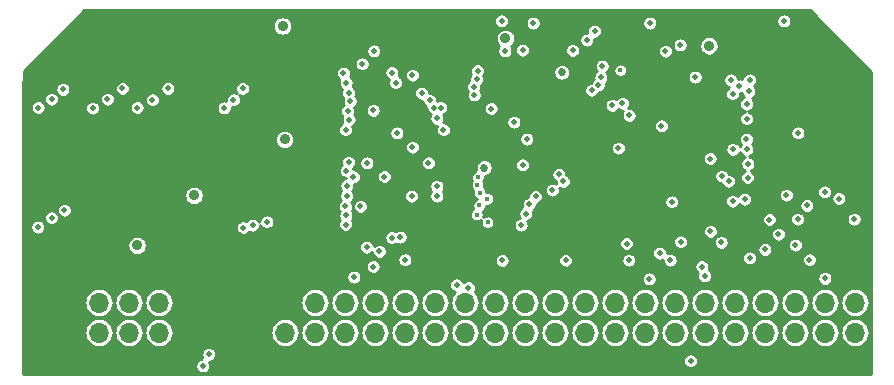
<source format=gbr>
G04 #@! TF.GenerationSoftware,KiCad,Pcbnew,(5.1.2-1)-1*
G04 #@! TF.CreationDate,2019-07-19T18:16:14-07:00*
G04 #@! TF.ProjectId,ram_board,72616d5f-626f-4617-9264-2e6b69636164,rev?*
G04 #@! TF.SameCoordinates,Original*
G04 #@! TF.FileFunction,Copper,L2,Inr*
G04 #@! TF.FilePolarity,Positive*
%FSLAX46Y46*%
G04 Gerber Fmt 4.6, Leading zero omitted, Abs format (unit mm)*
G04 Created by KiCad (PCBNEW (5.1.2-1)-1) date 2019-07-19 18:16:14*
%MOMM*%
%LPD*%
G04 APERTURE LIST*
%ADD10O,1.700000X1.700000*%
%ADD11R,1.700000X1.700000*%
%ADD12C,0.406400*%
%ADD13C,0.508000*%
%ADD14C,0.889000*%
%ADD15C,0.685800*%
%ADD16C,0.635000*%
%ADD17C,0.254000*%
G04 APERTURE END LIST*
D10*
X188341000Y-100203000D03*
X188341000Y-97663000D03*
X185801000Y-100203000D03*
X185801000Y-97663000D03*
X183261000Y-100203000D03*
X183261000Y-97663000D03*
X180721000Y-100203000D03*
X180721000Y-97663000D03*
X178181000Y-100203000D03*
X178181000Y-97663000D03*
X175641000Y-100203000D03*
X175641000Y-97663000D03*
X173101000Y-100203000D03*
X173101000Y-97663000D03*
X170561000Y-100203000D03*
X170561000Y-97663000D03*
X168021000Y-100203000D03*
X168021000Y-97663000D03*
X165481000Y-100203000D03*
X165481000Y-97663000D03*
X162941000Y-100203000D03*
X162941000Y-97663000D03*
X160401000Y-100203000D03*
X160401000Y-97663000D03*
X157861000Y-100203000D03*
X157861000Y-97663000D03*
X155321000Y-100203000D03*
X155321000Y-97663000D03*
X152781000Y-100203000D03*
X152781000Y-97663000D03*
X150241000Y-100203000D03*
X150241000Y-97663000D03*
X147701000Y-100203000D03*
X147701000Y-97663000D03*
X145161000Y-100203000D03*
X145161000Y-97663000D03*
X142621000Y-100203000D03*
X142621000Y-97663000D03*
X140081000Y-100203000D03*
D11*
X140081000Y-97663000D03*
D10*
X129413000Y-100203000D03*
X129413000Y-97663000D03*
X126873000Y-100203000D03*
X126873000Y-97663000D03*
X124333000Y-100203000D03*
X124333000Y-97663000D03*
X121793000Y-100203000D03*
X121793000Y-97663000D03*
X119253000Y-100203000D03*
D11*
X119253000Y-97663000D03*
D12*
X161112200Y-94640400D03*
X155041600Y-94081600D03*
X157810200Y-76860400D03*
D13*
X150774400Y-90093800D03*
D14*
X123799600Y-74142600D03*
X130098800Y-74193400D03*
X145286692Y-84480173D03*
X140131800Y-85598000D03*
D15*
X160223200Y-81000600D03*
D14*
X153076141Y-83828978D03*
D16*
X163347400Y-90195400D03*
X144830800Y-94234000D03*
D13*
X167716200Y-89535000D03*
X169443400Y-90398600D03*
X126492000Y-90678000D03*
X153162000Y-78460600D03*
X148209000Y-82118200D03*
X173939200Y-84429600D03*
X173939200Y-81381600D03*
X173939200Y-80060800D03*
D12*
X173939200Y-88087200D03*
X123774200Y-85090000D03*
X126898400Y-85090000D03*
X128574800Y-85090000D03*
X130200400Y-85090000D03*
X146507200Y-94132400D03*
X182549800Y-94132400D03*
X149479000Y-81661000D03*
X146507200Y-91998800D03*
X120802400Y-85090000D03*
X125552200Y-85090000D03*
X126161800Y-74091800D03*
X126161800Y-74091800D03*
X163677600Y-94767400D03*
X178104800Y-82677000D03*
D13*
X174802800Y-78565390D03*
X156385705Y-78012832D03*
X166941044Y-77635555D03*
X178558483Y-79321010D03*
X166824272Y-78585698D03*
X156319322Y-78717725D03*
X173532800Y-75844400D03*
X166293800Y-74676000D03*
X166604051Y-79258590D03*
X156049372Y-79372254D03*
X172288200Y-76374610D03*
X165636590Y-75438000D03*
X156103352Y-80078205D03*
X166039214Y-79685485D03*
X177818452Y-78804067D03*
X179425600Y-78790800D03*
X177066013Y-86960212D03*
X163278865Y-86809882D03*
D12*
X156413928Y-87034843D03*
D13*
X177977800Y-79984600D03*
X179349400Y-79781400D03*
X177636748Y-87379190D03*
X163658974Y-87407207D03*
D12*
X156371379Y-87681807D03*
X156556996Y-88348145D03*
D13*
X161086800Y-73990200D03*
X170967400Y-73990200D03*
X161293190Y-88668210D03*
D12*
X157226000Y-88874600D03*
D13*
X160758758Y-89333958D03*
X179146200Y-83816810D03*
X160556590Y-83816810D03*
X179273200Y-85902800D03*
X160470603Y-90119072D03*
D12*
X156322453Y-90206253D03*
D13*
X160204179Y-86001210D03*
X145211800Y-91059000D03*
X179171600Y-82092800D03*
X160064611Y-91115757D03*
X159468153Y-82384252D03*
X145237200Y-90271600D03*
X179171600Y-80848200D03*
D12*
X157227574Y-90854226D03*
D13*
X157533990Y-81235816D03*
X145186400Y-89509600D03*
X146459590Y-89509600D03*
D12*
X156523429Y-89424771D03*
X168475009Y-78000209D03*
D13*
X146608800Y-77444600D03*
X186969400Y-88849200D03*
X182524400Y-88569800D03*
X158419800Y-73812400D03*
X182321200Y-73812400D03*
X145313400Y-88620600D03*
X150876000Y-78409800D03*
X150799800Y-88646000D03*
X168656000Y-80778388D03*
X152941969Y-88646000D03*
X188264800Y-90601800D03*
X181102000Y-90627200D03*
X153492200Y-83032600D03*
X183515000Y-83286600D03*
X183489600Y-90601800D03*
X145313400Y-87757000D03*
X169218575Y-81819779D03*
X152941969Y-87807801D03*
X152943555Y-82061264D03*
X184277000Y-89433400D03*
X184480200Y-94030800D03*
X154607773Y-96148357D03*
X178991389Y-88893970D03*
X167773585Y-80956179D03*
X152335453Y-80543358D03*
X145592578Y-80595415D03*
X185775600Y-88290400D03*
X155606626Y-96390664D03*
X185801000Y-95605600D03*
X177973852Y-89079785D03*
X151644084Y-79927716D03*
X168300400Y-84588379D03*
X150863366Y-84507959D03*
X145459072Y-79898927D03*
X181864000Y-91874990D03*
X176072800Y-85471000D03*
X145262600Y-86496190D03*
X176102391Y-91624179D03*
X149453600Y-79044800D03*
X145262600Y-79044800D03*
X150241000Y-94030800D03*
X169189400Y-94075165D03*
X183286400Y-92786200D03*
X173583600Y-92506800D03*
X145465800Y-85775800D03*
X146989800Y-92964000D03*
X147018390Y-85836246D03*
X149123400Y-78181200D03*
X145034000Y-78232000D03*
X149135066Y-92164934D03*
X169009276Y-92662342D03*
X179425600Y-93878400D03*
X145211800Y-83032600D03*
X149555200Y-83292846D03*
X172832111Y-89125670D03*
X149841621Y-92119536D03*
X172696767Y-94075165D03*
X145920483Y-95496961D03*
X170921077Y-95654184D03*
X180721000Y-93164010D03*
X145516600Y-82169000D03*
X171958000Y-82702400D03*
X171799212Y-93472190D03*
D14*
X127558800Y-92811600D03*
X175971200Y-75920600D03*
X139877800Y-74244200D03*
D15*
X163525200Y-78155800D03*
D14*
X140055600Y-83845400D03*
X158750000Y-75285600D03*
D15*
X156946600Y-86233000D03*
D14*
X132375290Y-88580016D03*
D13*
X130175000Y-79527400D03*
X136499600Y-79527400D03*
X128854200Y-80492600D03*
X135712200Y-80492600D03*
X127558800Y-81153000D03*
X134924800Y-81178400D03*
X126314200Y-79527400D03*
X121285000Y-79603600D03*
X121412000Y-89839800D03*
X138550872Y-90817357D03*
X125044200Y-80441800D03*
X120319800Y-80441800D03*
X120319800Y-90474800D03*
X137343352Y-91093568D03*
X123799600Y-81203800D03*
X119176800Y-81153000D03*
X119151400Y-91262200D03*
X136550400Y-91313000D03*
X175615600Y-95402400D03*
X163842132Y-94084790D03*
X158468180Y-94084790D03*
X145872200Y-87020400D03*
X177012103Y-92557103D03*
X148488400Y-86991810D03*
X148078810Y-93319600D03*
X178003200Y-84683600D03*
X179171600Y-84683600D03*
X153270102Y-81156190D03*
X152690020Y-81156190D03*
X152230398Y-85836254D03*
X145389600Y-81432400D03*
X175362849Y-94605375D03*
X158699200Y-76352400D03*
X147599400Y-76352400D03*
X147548600Y-81381600D03*
X147548600Y-94615000D03*
X179247800Y-87071200D03*
X162712400Y-88138000D03*
X160197800Y-76276200D03*
X164439600Y-76301600D03*
X133121400Y-103022400D03*
X174421800Y-102590600D03*
X133626210Y-102038461D03*
D17*
G36*
X189713000Y-78146171D02*
G01*
X189713001Y-103734000D01*
X117881000Y-103734000D01*
X117881000Y-102959858D01*
X132486400Y-102959858D01*
X132486400Y-103084942D01*
X132510803Y-103207623D01*
X132558671Y-103323185D01*
X132628164Y-103427189D01*
X132716611Y-103515636D01*
X132820615Y-103585129D01*
X132936177Y-103632997D01*
X133058858Y-103657400D01*
X133183942Y-103657400D01*
X133306623Y-103632997D01*
X133422185Y-103585129D01*
X133526189Y-103515636D01*
X133614636Y-103427189D01*
X133684129Y-103323185D01*
X133731997Y-103207623D01*
X133756400Y-103084942D01*
X133756400Y-102959858D01*
X133731997Y-102837177D01*
X133684129Y-102721615D01*
X133651954Y-102673461D01*
X133688752Y-102673461D01*
X133811433Y-102649058D01*
X133926995Y-102601190D01*
X134030999Y-102531697D01*
X134034638Y-102528058D01*
X173786800Y-102528058D01*
X173786800Y-102653142D01*
X173811203Y-102775823D01*
X173859071Y-102891385D01*
X173928564Y-102995389D01*
X174017011Y-103083836D01*
X174121015Y-103153329D01*
X174236577Y-103201197D01*
X174359258Y-103225600D01*
X174484342Y-103225600D01*
X174607023Y-103201197D01*
X174722585Y-103153329D01*
X174826589Y-103083836D01*
X174915036Y-102995389D01*
X174984529Y-102891385D01*
X175032397Y-102775823D01*
X175056800Y-102653142D01*
X175056800Y-102528058D01*
X175032397Y-102405377D01*
X174984529Y-102289815D01*
X174915036Y-102185811D01*
X174826589Y-102097364D01*
X174722585Y-102027871D01*
X174607023Y-101980003D01*
X174484342Y-101955600D01*
X174359258Y-101955600D01*
X174236577Y-101980003D01*
X174121015Y-102027871D01*
X174017011Y-102097364D01*
X173928564Y-102185811D01*
X173859071Y-102289815D01*
X173811203Y-102405377D01*
X173786800Y-102528058D01*
X134034638Y-102528058D01*
X134119446Y-102443250D01*
X134188939Y-102339246D01*
X134236807Y-102223684D01*
X134261210Y-102101003D01*
X134261210Y-101975919D01*
X134236807Y-101853238D01*
X134188939Y-101737676D01*
X134119446Y-101633672D01*
X134030999Y-101545225D01*
X133926995Y-101475732D01*
X133811433Y-101427864D01*
X133688752Y-101403461D01*
X133563668Y-101403461D01*
X133440987Y-101427864D01*
X133325425Y-101475732D01*
X133221421Y-101545225D01*
X133132974Y-101633672D01*
X133063481Y-101737676D01*
X133015613Y-101853238D01*
X132991210Y-101975919D01*
X132991210Y-102101003D01*
X133015613Y-102223684D01*
X133063481Y-102339246D01*
X133095656Y-102387400D01*
X133058858Y-102387400D01*
X132936177Y-102411803D01*
X132820615Y-102459671D01*
X132716611Y-102529164D01*
X132628164Y-102617611D01*
X132558671Y-102721615D01*
X132510803Y-102837177D01*
X132486400Y-102959858D01*
X117881000Y-102959858D01*
X117881000Y-100203000D01*
X123096044Y-100203000D01*
X123119812Y-100444318D01*
X123190202Y-100676363D01*
X123304509Y-100890216D01*
X123458340Y-101077660D01*
X123645784Y-101231491D01*
X123859637Y-101345798D01*
X124091682Y-101416188D01*
X124272528Y-101434000D01*
X124393472Y-101434000D01*
X124574318Y-101416188D01*
X124806363Y-101345798D01*
X125020216Y-101231491D01*
X125207660Y-101077660D01*
X125361491Y-100890216D01*
X125475798Y-100676363D01*
X125546188Y-100444318D01*
X125569956Y-100203000D01*
X125636044Y-100203000D01*
X125659812Y-100444318D01*
X125730202Y-100676363D01*
X125844509Y-100890216D01*
X125998340Y-101077660D01*
X126185784Y-101231491D01*
X126399637Y-101345798D01*
X126631682Y-101416188D01*
X126812528Y-101434000D01*
X126933472Y-101434000D01*
X127114318Y-101416188D01*
X127346363Y-101345798D01*
X127560216Y-101231491D01*
X127747660Y-101077660D01*
X127901491Y-100890216D01*
X128015798Y-100676363D01*
X128086188Y-100444318D01*
X128109956Y-100203000D01*
X128176044Y-100203000D01*
X128199812Y-100444318D01*
X128270202Y-100676363D01*
X128384509Y-100890216D01*
X128538340Y-101077660D01*
X128725784Y-101231491D01*
X128939637Y-101345798D01*
X129171682Y-101416188D01*
X129352528Y-101434000D01*
X129473472Y-101434000D01*
X129654318Y-101416188D01*
X129886363Y-101345798D01*
X130100216Y-101231491D01*
X130287660Y-101077660D01*
X130441491Y-100890216D01*
X130555798Y-100676363D01*
X130626188Y-100444318D01*
X130649956Y-100203000D01*
X138844044Y-100203000D01*
X138867812Y-100444318D01*
X138938202Y-100676363D01*
X139052509Y-100890216D01*
X139206340Y-101077660D01*
X139393784Y-101231491D01*
X139607637Y-101345798D01*
X139839682Y-101416188D01*
X140020528Y-101434000D01*
X140141472Y-101434000D01*
X140322318Y-101416188D01*
X140554363Y-101345798D01*
X140768216Y-101231491D01*
X140955660Y-101077660D01*
X141109491Y-100890216D01*
X141223798Y-100676363D01*
X141294188Y-100444318D01*
X141317956Y-100203000D01*
X141384044Y-100203000D01*
X141407812Y-100444318D01*
X141478202Y-100676363D01*
X141592509Y-100890216D01*
X141746340Y-101077660D01*
X141933784Y-101231491D01*
X142147637Y-101345798D01*
X142379682Y-101416188D01*
X142560528Y-101434000D01*
X142681472Y-101434000D01*
X142862318Y-101416188D01*
X143094363Y-101345798D01*
X143308216Y-101231491D01*
X143495660Y-101077660D01*
X143649491Y-100890216D01*
X143763798Y-100676363D01*
X143834188Y-100444318D01*
X143857956Y-100203000D01*
X143924044Y-100203000D01*
X143947812Y-100444318D01*
X144018202Y-100676363D01*
X144132509Y-100890216D01*
X144286340Y-101077660D01*
X144473784Y-101231491D01*
X144687637Y-101345798D01*
X144919682Y-101416188D01*
X145100528Y-101434000D01*
X145221472Y-101434000D01*
X145402318Y-101416188D01*
X145634363Y-101345798D01*
X145848216Y-101231491D01*
X146035660Y-101077660D01*
X146189491Y-100890216D01*
X146303798Y-100676363D01*
X146374188Y-100444318D01*
X146397956Y-100203000D01*
X146464044Y-100203000D01*
X146487812Y-100444318D01*
X146558202Y-100676363D01*
X146672509Y-100890216D01*
X146826340Y-101077660D01*
X147013784Y-101231491D01*
X147227637Y-101345798D01*
X147459682Y-101416188D01*
X147640528Y-101434000D01*
X147761472Y-101434000D01*
X147942318Y-101416188D01*
X148174363Y-101345798D01*
X148388216Y-101231491D01*
X148575660Y-101077660D01*
X148729491Y-100890216D01*
X148843798Y-100676363D01*
X148914188Y-100444318D01*
X148937956Y-100203000D01*
X149004044Y-100203000D01*
X149027812Y-100444318D01*
X149098202Y-100676363D01*
X149212509Y-100890216D01*
X149366340Y-101077660D01*
X149553784Y-101231491D01*
X149767637Y-101345798D01*
X149999682Y-101416188D01*
X150180528Y-101434000D01*
X150301472Y-101434000D01*
X150482318Y-101416188D01*
X150714363Y-101345798D01*
X150928216Y-101231491D01*
X151115660Y-101077660D01*
X151269491Y-100890216D01*
X151383798Y-100676363D01*
X151454188Y-100444318D01*
X151477956Y-100203000D01*
X151544044Y-100203000D01*
X151567812Y-100444318D01*
X151638202Y-100676363D01*
X151752509Y-100890216D01*
X151906340Y-101077660D01*
X152093784Y-101231491D01*
X152307637Y-101345798D01*
X152539682Y-101416188D01*
X152720528Y-101434000D01*
X152841472Y-101434000D01*
X153022318Y-101416188D01*
X153254363Y-101345798D01*
X153468216Y-101231491D01*
X153655660Y-101077660D01*
X153809491Y-100890216D01*
X153923798Y-100676363D01*
X153994188Y-100444318D01*
X154017956Y-100203000D01*
X154084044Y-100203000D01*
X154107812Y-100444318D01*
X154178202Y-100676363D01*
X154292509Y-100890216D01*
X154446340Y-101077660D01*
X154633784Y-101231491D01*
X154847637Y-101345798D01*
X155079682Y-101416188D01*
X155260528Y-101434000D01*
X155381472Y-101434000D01*
X155562318Y-101416188D01*
X155794363Y-101345798D01*
X156008216Y-101231491D01*
X156195660Y-101077660D01*
X156349491Y-100890216D01*
X156463798Y-100676363D01*
X156534188Y-100444318D01*
X156557956Y-100203000D01*
X156624044Y-100203000D01*
X156647812Y-100444318D01*
X156718202Y-100676363D01*
X156832509Y-100890216D01*
X156986340Y-101077660D01*
X157173784Y-101231491D01*
X157387637Y-101345798D01*
X157619682Y-101416188D01*
X157800528Y-101434000D01*
X157921472Y-101434000D01*
X158102318Y-101416188D01*
X158334363Y-101345798D01*
X158548216Y-101231491D01*
X158735660Y-101077660D01*
X158889491Y-100890216D01*
X159003798Y-100676363D01*
X159074188Y-100444318D01*
X159097956Y-100203000D01*
X159164044Y-100203000D01*
X159187812Y-100444318D01*
X159258202Y-100676363D01*
X159372509Y-100890216D01*
X159526340Y-101077660D01*
X159713784Y-101231491D01*
X159927637Y-101345798D01*
X160159682Y-101416188D01*
X160340528Y-101434000D01*
X160461472Y-101434000D01*
X160642318Y-101416188D01*
X160874363Y-101345798D01*
X161088216Y-101231491D01*
X161275660Y-101077660D01*
X161429491Y-100890216D01*
X161543798Y-100676363D01*
X161614188Y-100444318D01*
X161637956Y-100203000D01*
X161704044Y-100203000D01*
X161727812Y-100444318D01*
X161798202Y-100676363D01*
X161912509Y-100890216D01*
X162066340Y-101077660D01*
X162253784Y-101231491D01*
X162467637Y-101345798D01*
X162699682Y-101416188D01*
X162880528Y-101434000D01*
X163001472Y-101434000D01*
X163182318Y-101416188D01*
X163414363Y-101345798D01*
X163628216Y-101231491D01*
X163815660Y-101077660D01*
X163969491Y-100890216D01*
X164083798Y-100676363D01*
X164154188Y-100444318D01*
X164177956Y-100203000D01*
X164244044Y-100203000D01*
X164267812Y-100444318D01*
X164338202Y-100676363D01*
X164452509Y-100890216D01*
X164606340Y-101077660D01*
X164793784Y-101231491D01*
X165007637Y-101345798D01*
X165239682Y-101416188D01*
X165420528Y-101434000D01*
X165541472Y-101434000D01*
X165722318Y-101416188D01*
X165954363Y-101345798D01*
X166168216Y-101231491D01*
X166355660Y-101077660D01*
X166509491Y-100890216D01*
X166623798Y-100676363D01*
X166694188Y-100444318D01*
X166717956Y-100203000D01*
X166784044Y-100203000D01*
X166807812Y-100444318D01*
X166878202Y-100676363D01*
X166992509Y-100890216D01*
X167146340Y-101077660D01*
X167333784Y-101231491D01*
X167547637Y-101345798D01*
X167779682Y-101416188D01*
X167960528Y-101434000D01*
X168081472Y-101434000D01*
X168262318Y-101416188D01*
X168494363Y-101345798D01*
X168708216Y-101231491D01*
X168895660Y-101077660D01*
X169049491Y-100890216D01*
X169163798Y-100676363D01*
X169234188Y-100444318D01*
X169257956Y-100203000D01*
X169324044Y-100203000D01*
X169347812Y-100444318D01*
X169418202Y-100676363D01*
X169532509Y-100890216D01*
X169686340Y-101077660D01*
X169873784Y-101231491D01*
X170087637Y-101345798D01*
X170319682Y-101416188D01*
X170500528Y-101434000D01*
X170621472Y-101434000D01*
X170802318Y-101416188D01*
X171034363Y-101345798D01*
X171248216Y-101231491D01*
X171435660Y-101077660D01*
X171589491Y-100890216D01*
X171703798Y-100676363D01*
X171774188Y-100444318D01*
X171797956Y-100203000D01*
X171864044Y-100203000D01*
X171887812Y-100444318D01*
X171958202Y-100676363D01*
X172072509Y-100890216D01*
X172226340Y-101077660D01*
X172413784Y-101231491D01*
X172627637Y-101345798D01*
X172859682Y-101416188D01*
X173040528Y-101434000D01*
X173161472Y-101434000D01*
X173342318Y-101416188D01*
X173574363Y-101345798D01*
X173788216Y-101231491D01*
X173975660Y-101077660D01*
X174129491Y-100890216D01*
X174243798Y-100676363D01*
X174314188Y-100444318D01*
X174337956Y-100203000D01*
X174404044Y-100203000D01*
X174427812Y-100444318D01*
X174498202Y-100676363D01*
X174612509Y-100890216D01*
X174766340Y-101077660D01*
X174953784Y-101231491D01*
X175167637Y-101345798D01*
X175399682Y-101416188D01*
X175580528Y-101434000D01*
X175701472Y-101434000D01*
X175882318Y-101416188D01*
X176114363Y-101345798D01*
X176328216Y-101231491D01*
X176515660Y-101077660D01*
X176669491Y-100890216D01*
X176783798Y-100676363D01*
X176854188Y-100444318D01*
X176877956Y-100203000D01*
X176944044Y-100203000D01*
X176967812Y-100444318D01*
X177038202Y-100676363D01*
X177152509Y-100890216D01*
X177306340Y-101077660D01*
X177493784Y-101231491D01*
X177707637Y-101345798D01*
X177939682Y-101416188D01*
X178120528Y-101434000D01*
X178241472Y-101434000D01*
X178422318Y-101416188D01*
X178654363Y-101345798D01*
X178868216Y-101231491D01*
X179055660Y-101077660D01*
X179209491Y-100890216D01*
X179323798Y-100676363D01*
X179394188Y-100444318D01*
X179417956Y-100203000D01*
X179484044Y-100203000D01*
X179507812Y-100444318D01*
X179578202Y-100676363D01*
X179692509Y-100890216D01*
X179846340Y-101077660D01*
X180033784Y-101231491D01*
X180247637Y-101345798D01*
X180479682Y-101416188D01*
X180660528Y-101434000D01*
X180781472Y-101434000D01*
X180962318Y-101416188D01*
X181194363Y-101345798D01*
X181408216Y-101231491D01*
X181595660Y-101077660D01*
X181749491Y-100890216D01*
X181863798Y-100676363D01*
X181934188Y-100444318D01*
X181957956Y-100203000D01*
X182024044Y-100203000D01*
X182047812Y-100444318D01*
X182118202Y-100676363D01*
X182232509Y-100890216D01*
X182386340Y-101077660D01*
X182573784Y-101231491D01*
X182787637Y-101345798D01*
X183019682Y-101416188D01*
X183200528Y-101434000D01*
X183321472Y-101434000D01*
X183502318Y-101416188D01*
X183734363Y-101345798D01*
X183948216Y-101231491D01*
X184135660Y-101077660D01*
X184289491Y-100890216D01*
X184403798Y-100676363D01*
X184474188Y-100444318D01*
X184497956Y-100203000D01*
X184564044Y-100203000D01*
X184587812Y-100444318D01*
X184658202Y-100676363D01*
X184772509Y-100890216D01*
X184926340Y-101077660D01*
X185113784Y-101231491D01*
X185327637Y-101345798D01*
X185559682Y-101416188D01*
X185740528Y-101434000D01*
X185861472Y-101434000D01*
X186042318Y-101416188D01*
X186274363Y-101345798D01*
X186488216Y-101231491D01*
X186675660Y-101077660D01*
X186829491Y-100890216D01*
X186943798Y-100676363D01*
X187014188Y-100444318D01*
X187037956Y-100203000D01*
X187104044Y-100203000D01*
X187127812Y-100444318D01*
X187198202Y-100676363D01*
X187312509Y-100890216D01*
X187466340Y-101077660D01*
X187653784Y-101231491D01*
X187867637Y-101345798D01*
X188099682Y-101416188D01*
X188280528Y-101434000D01*
X188401472Y-101434000D01*
X188582318Y-101416188D01*
X188814363Y-101345798D01*
X189028216Y-101231491D01*
X189215660Y-101077660D01*
X189369491Y-100890216D01*
X189483798Y-100676363D01*
X189554188Y-100444318D01*
X189577956Y-100203000D01*
X189554188Y-99961682D01*
X189483798Y-99729637D01*
X189369491Y-99515784D01*
X189215660Y-99328340D01*
X189028216Y-99174509D01*
X188814363Y-99060202D01*
X188582318Y-98989812D01*
X188401472Y-98972000D01*
X188280528Y-98972000D01*
X188099682Y-98989812D01*
X187867637Y-99060202D01*
X187653784Y-99174509D01*
X187466340Y-99328340D01*
X187312509Y-99515784D01*
X187198202Y-99729637D01*
X187127812Y-99961682D01*
X187104044Y-100203000D01*
X187037956Y-100203000D01*
X187014188Y-99961682D01*
X186943798Y-99729637D01*
X186829491Y-99515784D01*
X186675660Y-99328340D01*
X186488216Y-99174509D01*
X186274363Y-99060202D01*
X186042318Y-98989812D01*
X185861472Y-98972000D01*
X185740528Y-98972000D01*
X185559682Y-98989812D01*
X185327637Y-99060202D01*
X185113784Y-99174509D01*
X184926340Y-99328340D01*
X184772509Y-99515784D01*
X184658202Y-99729637D01*
X184587812Y-99961682D01*
X184564044Y-100203000D01*
X184497956Y-100203000D01*
X184474188Y-99961682D01*
X184403798Y-99729637D01*
X184289491Y-99515784D01*
X184135660Y-99328340D01*
X183948216Y-99174509D01*
X183734363Y-99060202D01*
X183502318Y-98989812D01*
X183321472Y-98972000D01*
X183200528Y-98972000D01*
X183019682Y-98989812D01*
X182787637Y-99060202D01*
X182573784Y-99174509D01*
X182386340Y-99328340D01*
X182232509Y-99515784D01*
X182118202Y-99729637D01*
X182047812Y-99961682D01*
X182024044Y-100203000D01*
X181957956Y-100203000D01*
X181934188Y-99961682D01*
X181863798Y-99729637D01*
X181749491Y-99515784D01*
X181595660Y-99328340D01*
X181408216Y-99174509D01*
X181194363Y-99060202D01*
X180962318Y-98989812D01*
X180781472Y-98972000D01*
X180660528Y-98972000D01*
X180479682Y-98989812D01*
X180247637Y-99060202D01*
X180033784Y-99174509D01*
X179846340Y-99328340D01*
X179692509Y-99515784D01*
X179578202Y-99729637D01*
X179507812Y-99961682D01*
X179484044Y-100203000D01*
X179417956Y-100203000D01*
X179394188Y-99961682D01*
X179323798Y-99729637D01*
X179209491Y-99515784D01*
X179055660Y-99328340D01*
X178868216Y-99174509D01*
X178654363Y-99060202D01*
X178422318Y-98989812D01*
X178241472Y-98972000D01*
X178120528Y-98972000D01*
X177939682Y-98989812D01*
X177707637Y-99060202D01*
X177493784Y-99174509D01*
X177306340Y-99328340D01*
X177152509Y-99515784D01*
X177038202Y-99729637D01*
X176967812Y-99961682D01*
X176944044Y-100203000D01*
X176877956Y-100203000D01*
X176854188Y-99961682D01*
X176783798Y-99729637D01*
X176669491Y-99515784D01*
X176515660Y-99328340D01*
X176328216Y-99174509D01*
X176114363Y-99060202D01*
X175882318Y-98989812D01*
X175701472Y-98972000D01*
X175580528Y-98972000D01*
X175399682Y-98989812D01*
X175167637Y-99060202D01*
X174953784Y-99174509D01*
X174766340Y-99328340D01*
X174612509Y-99515784D01*
X174498202Y-99729637D01*
X174427812Y-99961682D01*
X174404044Y-100203000D01*
X174337956Y-100203000D01*
X174314188Y-99961682D01*
X174243798Y-99729637D01*
X174129491Y-99515784D01*
X173975660Y-99328340D01*
X173788216Y-99174509D01*
X173574363Y-99060202D01*
X173342318Y-98989812D01*
X173161472Y-98972000D01*
X173040528Y-98972000D01*
X172859682Y-98989812D01*
X172627637Y-99060202D01*
X172413784Y-99174509D01*
X172226340Y-99328340D01*
X172072509Y-99515784D01*
X171958202Y-99729637D01*
X171887812Y-99961682D01*
X171864044Y-100203000D01*
X171797956Y-100203000D01*
X171774188Y-99961682D01*
X171703798Y-99729637D01*
X171589491Y-99515784D01*
X171435660Y-99328340D01*
X171248216Y-99174509D01*
X171034363Y-99060202D01*
X170802318Y-98989812D01*
X170621472Y-98972000D01*
X170500528Y-98972000D01*
X170319682Y-98989812D01*
X170087637Y-99060202D01*
X169873784Y-99174509D01*
X169686340Y-99328340D01*
X169532509Y-99515784D01*
X169418202Y-99729637D01*
X169347812Y-99961682D01*
X169324044Y-100203000D01*
X169257956Y-100203000D01*
X169234188Y-99961682D01*
X169163798Y-99729637D01*
X169049491Y-99515784D01*
X168895660Y-99328340D01*
X168708216Y-99174509D01*
X168494363Y-99060202D01*
X168262318Y-98989812D01*
X168081472Y-98972000D01*
X167960528Y-98972000D01*
X167779682Y-98989812D01*
X167547637Y-99060202D01*
X167333784Y-99174509D01*
X167146340Y-99328340D01*
X166992509Y-99515784D01*
X166878202Y-99729637D01*
X166807812Y-99961682D01*
X166784044Y-100203000D01*
X166717956Y-100203000D01*
X166694188Y-99961682D01*
X166623798Y-99729637D01*
X166509491Y-99515784D01*
X166355660Y-99328340D01*
X166168216Y-99174509D01*
X165954363Y-99060202D01*
X165722318Y-98989812D01*
X165541472Y-98972000D01*
X165420528Y-98972000D01*
X165239682Y-98989812D01*
X165007637Y-99060202D01*
X164793784Y-99174509D01*
X164606340Y-99328340D01*
X164452509Y-99515784D01*
X164338202Y-99729637D01*
X164267812Y-99961682D01*
X164244044Y-100203000D01*
X164177956Y-100203000D01*
X164154188Y-99961682D01*
X164083798Y-99729637D01*
X163969491Y-99515784D01*
X163815660Y-99328340D01*
X163628216Y-99174509D01*
X163414363Y-99060202D01*
X163182318Y-98989812D01*
X163001472Y-98972000D01*
X162880528Y-98972000D01*
X162699682Y-98989812D01*
X162467637Y-99060202D01*
X162253784Y-99174509D01*
X162066340Y-99328340D01*
X161912509Y-99515784D01*
X161798202Y-99729637D01*
X161727812Y-99961682D01*
X161704044Y-100203000D01*
X161637956Y-100203000D01*
X161614188Y-99961682D01*
X161543798Y-99729637D01*
X161429491Y-99515784D01*
X161275660Y-99328340D01*
X161088216Y-99174509D01*
X160874363Y-99060202D01*
X160642318Y-98989812D01*
X160461472Y-98972000D01*
X160340528Y-98972000D01*
X160159682Y-98989812D01*
X159927637Y-99060202D01*
X159713784Y-99174509D01*
X159526340Y-99328340D01*
X159372509Y-99515784D01*
X159258202Y-99729637D01*
X159187812Y-99961682D01*
X159164044Y-100203000D01*
X159097956Y-100203000D01*
X159074188Y-99961682D01*
X159003798Y-99729637D01*
X158889491Y-99515784D01*
X158735660Y-99328340D01*
X158548216Y-99174509D01*
X158334363Y-99060202D01*
X158102318Y-98989812D01*
X157921472Y-98972000D01*
X157800528Y-98972000D01*
X157619682Y-98989812D01*
X157387637Y-99060202D01*
X157173784Y-99174509D01*
X156986340Y-99328340D01*
X156832509Y-99515784D01*
X156718202Y-99729637D01*
X156647812Y-99961682D01*
X156624044Y-100203000D01*
X156557956Y-100203000D01*
X156534188Y-99961682D01*
X156463798Y-99729637D01*
X156349491Y-99515784D01*
X156195660Y-99328340D01*
X156008216Y-99174509D01*
X155794363Y-99060202D01*
X155562318Y-98989812D01*
X155381472Y-98972000D01*
X155260528Y-98972000D01*
X155079682Y-98989812D01*
X154847637Y-99060202D01*
X154633784Y-99174509D01*
X154446340Y-99328340D01*
X154292509Y-99515784D01*
X154178202Y-99729637D01*
X154107812Y-99961682D01*
X154084044Y-100203000D01*
X154017956Y-100203000D01*
X153994188Y-99961682D01*
X153923798Y-99729637D01*
X153809491Y-99515784D01*
X153655660Y-99328340D01*
X153468216Y-99174509D01*
X153254363Y-99060202D01*
X153022318Y-98989812D01*
X152841472Y-98972000D01*
X152720528Y-98972000D01*
X152539682Y-98989812D01*
X152307637Y-99060202D01*
X152093784Y-99174509D01*
X151906340Y-99328340D01*
X151752509Y-99515784D01*
X151638202Y-99729637D01*
X151567812Y-99961682D01*
X151544044Y-100203000D01*
X151477956Y-100203000D01*
X151454188Y-99961682D01*
X151383798Y-99729637D01*
X151269491Y-99515784D01*
X151115660Y-99328340D01*
X150928216Y-99174509D01*
X150714363Y-99060202D01*
X150482318Y-98989812D01*
X150301472Y-98972000D01*
X150180528Y-98972000D01*
X149999682Y-98989812D01*
X149767637Y-99060202D01*
X149553784Y-99174509D01*
X149366340Y-99328340D01*
X149212509Y-99515784D01*
X149098202Y-99729637D01*
X149027812Y-99961682D01*
X149004044Y-100203000D01*
X148937956Y-100203000D01*
X148914188Y-99961682D01*
X148843798Y-99729637D01*
X148729491Y-99515784D01*
X148575660Y-99328340D01*
X148388216Y-99174509D01*
X148174363Y-99060202D01*
X147942318Y-98989812D01*
X147761472Y-98972000D01*
X147640528Y-98972000D01*
X147459682Y-98989812D01*
X147227637Y-99060202D01*
X147013784Y-99174509D01*
X146826340Y-99328340D01*
X146672509Y-99515784D01*
X146558202Y-99729637D01*
X146487812Y-99961682D01*
X146464044Y-100203000D01*
X146397956Y-100203000D01*
X146374188Y-99961682D01*
X146303798Y-99729637D01*
X146189491Y-99515784D01*
X146035660Y-99328340D01*
X145848216Y-99174509D01*
X145634363Y-99060202D01*
X145402318Y-98989812D01*
X145221472Y-98972000D01*
X145100528Y-98972000D01*
X144919682Y-98989812D01*
X144687637Y-99060202D01*
X144473784Y-99174509D01*
X144286340Y-99328340D01*
X144132509Y-99515784D01*
X144018202Y-99729637D01*
X143947812Y-99961682D01*
X143924044Y-100203000D01*
X143857956Y-100203000D01*
X143834188Y-99961682D01*
X143763798Y-99729637D01*
X143649491Y-99515784D01*
X143495660Y-99328340D01*
X143308216Y-99174509D01*
X143094363Y-99060202D01*
X142862318Y-98989812D01*
X142681472Y-98972000D01*
X142560528Y-98972000D01*
X142379682Y-98989812D01*
X142147637Y-99060202D01*
X141933784Y-99174509D01*
X141746340Y-99328340D01*
X141592509Y-99515784D01*
X141478202Y-99729637D01*
X141407812Y-99961682D01*
X141384044Y-100203000D01*
X141317956Y-100203000D01*
X141294188Y-99961682D01*
X141223798Y-99729637D01*
X141109491Y-99515784D01*
X140955660Y-99328340D01*
X140768216Y-99174509D01*
X140554363Y-99060202D01*
X140322318Y-98989812D01*
X140141472Y-98972000D01*
X140020528Y-98972000D01*
X139839682Y-98989812D01*
X139607637Y-99060202D01*
X139393784Y-99174509D01*
X139206340Y-99328340D01*
X139052509Y-99515784D01*
X138938202Y-99729637D01*
X138867812Y-99961682D01*
X138844044Y-100203000D01*
X130649956Y-100203000D01*
X130626188Y-99961682D01*
X130555798Y-99729637D01*
X130441491Y-99515784D01*
X130287660Y-99328340D01*
X130100216Y-99174509D01*
X129886363Y-99060202D01*
X129654318Y-98989812D01*
X129473472Y-98972000D01*
X129352528Y-98972000D01*
X129171682Y-98989812D01*
X128939637Y-99060202D01*
X128725784Y-99174509D01*
X128538340Y-99328340D01*
X128384509Y-99515784D01*
X128270202Y-99729637D01*
X128199812Y-99961682D01*
X128176044Y-100203000D01*
X128109956Y-100203000D01*
X128086188Y-99961682D01*
X128015798Y-99729637D01*
X127901491Y-99515784D01*
X127747660Y-99328340D01*
X127560216Y-99174509D01*
X127346363Y-99060202D01*
X127114318Y-98989812D01*
X126933472Y-98972000D01*
X126812528Y-98972000D01*
X126631682Y-98989812D01*
X126399637Y-99060202D01*
X126185784Y-99174509D01*
X125998340Y-99328340D01*
X125844509Y-99515784D01*
X125730202Y-99729637D01*
X125659812Y-99961682D01*
X125636044Y-100203000D01*
X125569956Y-100203000D01*
X125546188Y-99961682D01*
X125475798Y-99729637D01*
X125361491Y-99515784D01*
X125207660Y-99328340D01*
X125020216Y-99174509D01*
X124806363Y-99060202D01*
X124574318Y-98989812D01*
X124393472Y-98972000D01*
X124272528Y-98972000D01*
X124091682Y-98989812D01*
X123859637Y-99060202D01*
X123645784Y-99174509D01*
X123458340Y-99328340D01*
X123304509Y-99515784D01*
X123190202Y-99729637D01*
X123119812Y-99961682D01*
X123096044Y-100203000D01*
X117881000Y-100203000D01*
X117881000Y-97663000D01*
X123096044Y-97663000D01*
X123119812Y-97904318D01*
X123190202Y-98136363D01*
X123304509Y-98350216D01*
X123458340Y-98537660D01*
X123645784Y-98691491D01*
X123859637Y-98805798D01*
X124091682Y-98876188D01*
X124272528Y-98894000D01*
X124393472Y-98894000D01*
X124574318Y-98876188D01*
X124806363Y-98805798D01*
X125020216Y-98691491D01*
X125207660Y-98537660D01*
X125361491Y-98350216D01*
X125475798Y-98136363D01*
X125546188Y-97904318D01*
X125569956Y-97663000D01*
X125636044Y-97663000D01*
X125659812Y-97904318D01*
X125730202Y-98136363D01*
X125844509Y-98350216D01*
X125998340Y-98537660D01*
X126185784Y-98691491D01*
X126399637Y-98805798D01*
X126631682Y-98876188D01*
X126812528Y-98894000D01*
X126933472Y-98894000D01*
X127114318Y-98876188D01*
X127346363Y-98805798D01*
X127560216Y-98691491D01*
X127747660Y-98537660D01*
X127901491Y-98350216D01*
X128015798Y-98136363D01*
X128086188Y-97904318D01*
X128109956Y-97663000D01*
X128176044Y-97663000D01*
X128199812Y-97904318D01*
X128270202Y-98136363D01*
X128384509Y-98350216D01*
X128538340Y-98537660D01*
X128725784Y-98691491D01*
X128939637Y-98805798D01*
X129171682Y-98876188D01*
X129352528Y-98894000D01*
X129473472Y-98894000D01*
X129654318Y-98876188D01*
X129886363Y-98805798D01*
X130100216Y-98691491D01*
X130287660Y-98537660D01*
X130441491Y-98350216D01*
X130555798Y-98136363D01*
X130626188Y-97904318D01*
X130649956Y-97663000D01*
X141384044Y-97663000D01*
X141407812Y-97904318D01*
X141478202Y-98136363D01*
X141592509Y-98350216D01*
X141746340Y-98537660D01*
X141933784Y-98691491D01*
X142147637Y-98805798D01*
X142379682Y-98876188D01*
X142560528Y-98894000D01*
X142681472Y-98894000D01*
X142862318Y-98876188D01*
X143094363Y-98805798D01*
X143308216Y-98691491D01*
X143495660Y-98537660D01*
X143649491Y-98350216D01*
X143763798Y-98136363D01*
X143834188Y-97904318D01*
X143857956Y-97663000D01*
X143924044Y-97663000D01*
X143947812Y-97904318D01*
X144018202Y-98136363D01*
X144132509Y-98350216D01*
X144286340Y-98537660D01*
X144473784Y-98691491D01*
X144687637Y-98805798D01*
X144919682Y-98876188D01*
X145100528Y-98894000D01*
X145221472Y-98894000D01*
X145402318Y-98876188D01*
X145634363Y-98805798D01*
X145848216Y-98691491D01*
X146035660Y-98537660D01*
X146189491Y-98350216D01*
X146303798Y-98136363D01*
X146374188Y-97904318D01*
X146397956Y-97663000D01*
X146464044Y-97663000D01*
X146487812Y-97904318D01*
X146558202Y-98136363D01*
X146672509Y-98350216D01*
X146826340Y-98537660D01*
X147013784Y-98691491D01*
X147227637Y-98805798D01*
X147459682Y-98876188D01*
X147640528Y-98894000D01*
X147761472Y-98894000D01*
X147942318Y-98876188D01*
X148174363Y-98805798D01*
X148388216Y-98691491D01*
X148575660Y-98537660D01*
X148729491Y-98350216D01*
X148843798Y-98136363D01*
X148914188Y-97904318D01*
X148937956Y-97663000D01*
X149004044Y-97663000D01*
X149027812Y-97904318D01*
X149098202Y-98136363D01*
X149212509Y-98350216D01*
X149366340Y-98537660D01*
X149553784Y-98691491D01*
X149767637Y-98805798D01*
X149999682Y-98876188D01*
X150180528Y-98894000D01*
X150301472Y-98894000D01*
X150482318Y-98876188D01*
X150714363Y-98805798D01*
X150928216Y-98691491D01*
X151115660Y-98537660D01*
X151269491Y-98350216D01*
X151383798Y-98136363D01*
X151454188Y-97904318D01*
X151477956Y-97663000D01*
X151544044Y-97663000D01*
X151567812Y-97904318D01*
X151638202Y-98136363D01*
X151752509Y-98350216D01*
X151906340Y-98537660D01*
X152093784Y-98691491D01*
X152307637Y-98805798D01*
X152539682Y-98876188D01*
X152720528Y-98894000D01*
X152841472Y-98894000D01*
X153022318Y-98876188D01*
X153254363Y-98805798D01*
X153468216Y-98691491D01*
X153655660Y-98537660D01*
X153809491Y-98350216D01*
X153923798Y-98136363D01*
X153994188Y-97904318D01*
X154017956Y-97663000D01*
X153994188Y-97421682D01*
X153923798Y-97189637D01*
X153809491Y-96975784D01*
X153655660Y-96788340D01*
X153468216Y-96634509D01*
X153254363Y-96520202D01*
X153022318Y-96449812D01*
X152841472Y-96432000D01*
X152720528Y-96432000D01*
X152539682Y-96449812D01*
X152307637Y-96520202D01*
X152093784Y-96634509D01*
X151906340Y-96788340D01*
X151752509Y-96975784D01*
X151638202Y-97189637D01*
X151567812Y-97421682D01*
X151544044Y-97663000D01*
X151477956Y-97663000D01*
X151454188Y-97421682D01*
X151383798Y-97189637D01*
X151269491Y-96975784D01*
X151115660Y-96788340D01*
X150928216Y-96634509D01*
X150714363Y-96520202D01*
X150482318Y-96449812D01*
X150301472Y-96432000D01*
X150180528Y-96432000D01*
X149999682Y-96449812D01*
X149767637Y-96520202D01*
X149553784Y-96634509D01*
X149366340Y-96788340D01*
X149212509Y-96975784D01*
X149098202Y-97189637D01*
X149027812Y-97421682D01*
X149004044Y-97663000D01*
X148937956Y-97663000D01*
X148914188Y-97421682D01*
X148843798Y-97189637D01*
X148729491Y-96975784D01*
X148575660Y-96788340D01*
X148388216Y-96634509D01*
X148174363Y-96520202D01*
X147942318Y-96449812D01*
X147761472Y-96432000D01*
X147640528Y-96432000D01*
X147459682Y-96449812D01*
X147227637Y-96520202D01*
X147013784Y-96634509D01*
X146826340Y-96788340D01*
X146672509Y-96975784D01*
X146558202Y-97189637D01*
X146487812Y-97421682D01*
X146464044Y-97663000D01*
X146397956Y-97663000D01*
X146374188Y-97421682D01*
X146303798Y-97189637D01*
X146189491Y-96975784D01*
X146035660Y-96788340D01*
X145848216Y-96634509D01*
X145634363Y-96520202D01*
X145402318Y-96449812D01*
X145221472Y-96432000D01*
X145100528Y-96432000D01*
X144919682Y-96449812D01*
X144687637Y-96520202D01*
X144473784Y-96634509D01*
X144286340Y-96788340D01*
X144132509Y-96975784D01*
X144018202Y-97189637D01*
X143947812Y-97421682D01*
X143924044Y-97663000D01*
X143857956Y-97663000D01*
X143834188Y-97421682D01*
X143763798Y-97189637D01*
X143649491Y-96975784D01*
X143495660Y-96788340D01*
X143308216Y-96634509D01*
X143094363Y-96520202D01*
X142862318Y-96449812D01*
X142681472Y-96432000D01*
X142560528Y-96432000D01*
X142379682Y-96449812D01*
X142147637Y-96520202D01*
X141933784Y-96634509D01*
X141746340Y-96788340D01*
X141592509Y-96975784D01*
X141478202Y-97189637D01*
X141407812Y-97421682D01*
X141384044Y-97663000D01*
X130649956Y-97663000D01*
X130626188Y-97421682D01*
X130555798Y-97189637D01*
X130441491Y-96975784D01*
X130287660Y-96788340D01*
X130100216Y-96634509D01*
X129886363Y-96520202D01*
X129654318Y-96449812D01*
X129473472Y-96432000D01*
X129352528Y-96432000D01*
X129171682Y-96449812D01*
X128939637Y-96520202D01*
X128725784Y-96634509D01*
X128538340Y-96788340D01*
X128384509Y-96975784D01*
X128270202Y-97189637D01*
X128199812Y-97421682D01*
X128176044Y-97663000D01*
X128109956Y-97663000D01*
X128086188Y-97421682D01*
X128015798Y-97189637D01*
X127901491Y-96975784D01*
X127747660Y-96788340D01*
X127560216Y-96634509D01*
X127346363Y-96520202D01*
X127114318Y-96449812D01*
X126933472Y-96432000D01*
X126812528Y-96432000D01*
X126631682Y-96449812D01*
X126399637Y-96520202D01*
X126185784Y-96634509D01*
X125998340Y-96788340D01*
X125844509Y-96975784D01*
X125730202Y-97189637D01*
X125659812Y-97421682D01*
X125636044Y-97663000D01*
X125569956Y-97663000D01*
X125546188Y-97421682D01*
X125475798Y-97189637D01*
X125361491Y-96975784D01*
X125207660Y-96788340D01*
X125020216Y-96634509D01*
X124806363Y-96520202D01*
X124574318Y-96449812D01*
X124393472Y-96432000D01*
X124272528Y-96432000D01*
X124091682Y-96449812D01*
X123859637Y-96520202D01*
X123645784Y-96634509D01*
X123458340Y-96788340D01*
X123304509Y-96975784D01*
X123190202Y-97189637D01*
X123119812Y-97421682D01*
X123096044Y-97663000D01*
X117881000Y-97663000D01*
X117881000Y-95434419D01*
X145285483Y-95434419D01*
X145285483Y-95559503D01*
X145309886Y-95682184D01*
X145357754Y-95797746D01*
X145427247Y-95901750D01*
X145515694Y-95990197D01*
X145619698Y-96059690D01*
X145735260Y-96107558D01*
X145857941Y-96131961D01*
X145983025Y-96131961D01*
X146105706Y-96107558D01*
X146158197Y-96085815D01*
X153972773Y-96085815D01*
X153972773Y-96210899D01*
X153997176Y-96333580D01*
X154045044Y-96449142D01*
X154114537Y-96553146D01*
X154202984Y-96641593D01*
X154306988Y-96711086D01*
X154422550Y-96758954D01*
X154470520Y-96768496D01*
X154446340Y-96788340D01*
X154292509Y-96975784D01*
X154178202Y-97189637D01*
X154107812Y-97421682D01*
X154084044Y-97663000D01*
X154107812Y-97904318D01*
X154178202Y-98136363D01*
X154292509Y-98350216D01*
X154446340Y-98537660D01*
X154633784Y-98691491D01*
X154847637Y-98805798D01*
X155079682Y-98876188D01*
X155260528Y-98894000D01*
X155381472Y-98894000D01*
X155562318Y-98876188D01*
X155794363Y-98805798D01*
X156008216Y-98691491D01*
X156195660Y-98537660D01*
X156349491Y-98350216D01*
X156463798Y-98136363D01*
X156534188Y-97904318D01*
X156557956Y-97663000D01*
X156624044Y-97663000D01*
X156647812Y-97904318D01*
X156718202Y-98136363D01*
X156832509Y-98350216D01*
X156986340Y-98537660D01*
X157173784Y-98691491D01*
X157387637Y-98805798D01*
X157619682Y-98876188D01*
X157800528Y-98894000D01*
X157921472Y-98894000D01*
X158102318Y-98876188D01*
X158334363Y-98805798D01*
X158548216Y-98691491D01*
X158735660Y-98537660D01*
X158889491Y-98350216D01*
X159003798Y-98136363D01*
X159074188Y-97904318D01*
X159097956Y-97663000D01*
X159164044Y-97663000D01*
X159187812Y-97904318D01*
X159258202Y-98136363D01*
X159372509Y-98350216D01*
X159526340Y-98537660D01*
X159713784Y-98691491D01*
X159927637Y-98805798D01*
X160159682Y-98876188D01*
X160340528Y-98894000D01*
X160461472Y-98894000D01*
X160642318Y-98876188D01*
X160874363Y-98805798D01*
X161088216Y-98691491D01*
X161275660Y-98537660D01*
X161429491Y-98350216D01*
X161543798Y-98136363D01*
X161614188Y-97904318D01*
X161637956Y-97663000D01*
X161704044Y-97663000D01*
X161727812Y-97904318D01*
X161798202Y-98136363D01*
X161912509Y-98350216D01*
X162066340Y-98537660D01*
X162253784Y-98691491D01*
X162467637Y-98805798D01*
X162699682Y-98876188D01*
X162880528Y-98894000D01*
X163001472Y-98894000D01*
X163182318Y-98876188D01*
X163414363Y-98805798D01*
X163628216Y-98691491D01*
X163815660Y-98537660D01*
X163969491Y-98350216D01*
X164083798Y-98136363D01*
X164154188Y-97904318D01*
X164177956Y-97663000D01*
X164244044Y-97663000D01*
X164267812Y-97904318D01*
X164338202Y-98136363D01*
X164452509Y-98350216D01*
X164606340Y-98537660D01*
X164793784Y-98691491D01*
X165007637Y-98805798D01*
X165239682Y-98876188D01*
X165420528Y-98894000D01*
X165541472Y-98894000D01*
X165722318Y-98876188D01*
X165954363Y-98805798D01*
X166168216Y-98691491D01*
X166355660Y-98537660D01*
X166509491Y-98350216D01*
X166623798Y-98136363D01*
X166694188Y-97904318D01*
X166717956Y-97663000D01*
X166784044Y-97663000D01*
X166807812Y-97904318D01*
X166878202Y-98136363D01*
X166992509Y-98350216D01*
X167146340Y-98537660D01*
X167333784Y-98691491D01*
X167547637Y-98805798D01*
X167779682Y-98876188D01*
X167960528Y-98894000D01*
X168081472Y-98894000D01*
X168262318Y-98876188D01*
X168494363Y-98805798D01*
X168708216Y-98691491D01*
X168895660Y-98537660D01*
X169049491Y-98350216D01*
X169163798Y-98136363D01*
X169234188Y-97904318D01*
X169257956Y-97663000D01*
X169324044Y-97663000D01*
X169347812Y-97904318D01*
X169418202Y-98136363D01*
X169532509Y-98350216D01*
X169686340Y-98537660D01*
X169873784Y-98691491D01*
X170087637Y-98805798D01*
X170319682Y-98876188D01*
X170500528Y-98894000D01*
X170621472Y-98894000D01*
X170802318Y-98876188D01*
X171034363Y-98805798D01*
X171248216Y-98691491D01*
X171435660Y-98537660D01*
X171589491Y-98350216D01*
X171703798Y-98136363D01*
X171774188Y-97904318D01*
X171797956Y-97663000D01*
X171864044Y-97663000D01*
X171887812Y-97904318D01*
X171958202Y-98136363D01*
X172072509Y-98350216D01*
X172226340Y-98537660D01*
X172413784Y-98691491D01*
X172627637Y-98805798D01*
X172859682Y-98876188D01*
X173040528Y-98894000D01*
X173161472Y-98894000D01*
X173342318Y-98876188D01*
X173574363Y-98805798D01*
X173788216Y-98691491D01*
X173975660Y-98537660D01*
X174129491Y-98350216D01*
X174243798Y-98136363D01*
X174314188Y-97904318D01*
X174337956Y-97663000D01*
X174404044Y-97663000D01*
X174427812Y-97904318D01*
X174498202Y-98136363D01*
X174612509Y-98350216D01*
X174766340Y-98537660D01*
X174953784Y-98691491D01*
X175167637Y-98805798D01*
X175399682Y-98876188D01*
X175580528Y-98894000D01*
X175701472Y-98894000D01*
X175882318Y-98876188D01*
X176114363Y-98805798D01*
X176328216Y-98691491D01*
X176515660Y-98537660D01*
X176669491Y-98350216D01*
X176783798Y-98136363D01*
X176854188Y-97904318D01*
X176877956Y-97663000D01*
X176944044Y-97663000D01*
X176967812Y-97904318D01*
X177038202Y-98136363D01*
X177152509Y-98350216D01*
X177306340Y-98537660D01*
X177493784Y-98691491D01*
X177707637Y-98805798D01*
X177939682Y-98876188D01*
X178120528Y-98894000D01*
X178241472Y-98894000D01*
X178422318Y-98876188D01*
X178654363Y-98805798D01*
X178868216Y-98691491D01*
X179055660Y-98537660D01*
X179209491Y-98350216D01*
X179323798Y-98136363D01*
X179394188Y-97904318D01*
X179417956Y-97663000D01*
X179484044Y-97663000D01*
X179507812Y-97904318D01*
X179578202Y-98136363D01*
X179692509Y-98350216D01*
X179846340Y-98537660D01*
X180033784Y-98691491D01*
X180247637Y-98805798D01*
X180479682Y-98876188D01*
X180660528Y-98894000D01*
X180781472Y-98894000D01*
X180962318Y-98876188D01*
X181194363Y-98805798D01*
X181408216Y-98691491D01*
X181595660Y-98537660D01*
X181749491Y-98350216D01*
X181863798Y-98136363D01*
X181934188Y-97904318D01*
X181957956Y-97663000D01*
X182024044Y-97663000D01*
X182047812Y-97904318D01*
X182118202Y-98136363D01*
X182232509Y-98350216D01*
X182386340Y-98537660D01*
X182573784Y-98691491D01*
X182787637Y-98805798D01*
X183019682Y-98876188D01*
X183200528Y-98894000D01*
X183321472Y-98894000D01*
X183502318Y-98876188D01*
X183734363Y-98805798D01*
X183948216Y-98691491D01*
X184135660Y-98537660D01*
X184289491Y-98350216D01*
X184403798Y-98136363D01*
X184474188Y-97904318D01*
X184497956Y-97663000D01*
X184564044Y-97663000D01*
X184587812Y-97904318D01*
X184658202Y-98136363D01*
X184772509Y-98350216D01*
X184926340Y-98537660D01*
X185113784Y-98691491D01*
X185327637Y-98805798D01*
X185559682Y-98876188D01*
X185740528Y-98894000D01*
X185861472Y-98894000D01*
X186042318Y-98876188D01*
X186274363Y-98805798D01*
X186488216Y-98691491D01*
X186675660Y-98537660D01*
X186829491Y-98350216D01*
X186943798Y-98136363D01*
X187014188Y-97904318D01*
X187037956Y-97663000D01*
X187104044Y-97663000D01*
X187127812Y-97904318D01*
X187198202Y-98136363D01*
X187312509Y-98350216D01*
X187466340Y-98537660D01*
X187653784Y-98691491D01*
X187867637Y-98805798D01*
X188099682Y-98876188D01*
X188280528Y-98894000D01*
X188401472Y-98894000D01*
X188582318Y-98876188D01*
X188814363Y-98805798D01*
X189028216Y-98691491D01*
X189215660Y-98537660D01*
X189369491Y-98350216D01*
X189483798Y-98136363D01*
X189554188Y-97904318D01*
X189577956Y-97663000D01*
X189554188Y-97421682D01*
X189483798Y-97189637D01*
X189369491Y-96975784D01*
X189215660Y-96788340D01*
X189028216Y-96634509D01*
X188814363Y-96520202D01*
X188582318Y-96449812D01*
X188401472Y-96432000D01*
X188280528Y-96432000D01*
X188099682Y-96449812D01*
X187867637Y-96520202D01*
X187653784Y-96634509D01*
X187466340Y-96788340D01*
X187312509Y-96975784D01*
X187198202Y-97189637D01*
X187127812Y-97421682D01*
X187104044Y-97663000D01*
X187037956Y-97663000D01*
X187014188Y-97421682D01*
X186943798Y-97189637D01*
X186829491Y-96975784D01*
X186675660Y-96788340D01*
X186488216Y-96634509D01*
X186274363Y-96520202D01*
X186042318Y-96449812D01*
X185861472Y-96432000D01*
X185740528Y-96432000D01*
X185559682Y-96449812D01*
X185327637Y-96520202D01*
X185113784Y-96634509D01*
X184926340Y-96788340D01*
X184772509Y-96975784D01*
X184658202Y-97189637D01*
X184587812Y-97421682D01*
X184564044Y-97663000D01*
X184497956Y-97663000D01*
X184474188Y-97421682D01*
X184403798Y-97189637D01*
X184289491Y-96975784D01*
X184135660Y-96788340D01*
X183948216Y-96634509D01*
X183734363Y-96520202D01*
X183502318Y-96449812D01*
X183321472Y-96432000D01*
X183200528Y-96432000D01*
X183019682Y-96449812D01*
X182787637Y-96520202D01*
X182573784Y-96634509D01*
X182386340Y-96788340D01*
X182232509Y-96975784D01*
X182118202Y-97189637D01*
X182047812Y-97421682D01*
X182024044Y-97663000D01*
X181957956Y-97663000D01*
X181934188Y-97421682D01*
X181863798Y-97189637D01*
X181749491Y-96975784D01*
X181595660Y-96788340D01*
X181408216Y-96634509D01*
X181194363Y-96520202D01*
X180962318Y-96449812D01*
X180781472Y-96432000D01*
X180660528Y-96432000D01*
X180479682Y-96449812D01*
X180247637Y-96520202D01*
X180033784Y-96634509D01*
X179846340Y-96788340D01*
X179692509Y-96975784D01*
X179578202Y-97189637D01*
X179507812Y-97421682D01*
X179484044Y-97663000D01*
X179417956Y-97663000D01*
X179394188Y-97421682D01*
X179323798Y-97189637D01*
X179209491Y-96975784D01*
X179055660Y-96788340D01*
X178868216Y-96634509D01*
X178654363Y-96520202D01*
X178422318Y-96449812D01*
X178241472Y-96432000D01*
X178120528Y-96432000D01*
X177939682Y-96449812D01*
X177707637Y-96520202D01*
X177493784Y-96634509D01*
X177306340Y-96788340D01*
X177152509Y-96975784D01*
X177038202Y-97189637D01*
X176967812Y-97421682D01*
X176944044Y-97663000D01*
X176877956Y-97663000D01*
X176854188Y-97421682D01*
X176783798Y-97189637D01*
X176669491Y-96975784D01*
X176515660Y-96788340D01*
X176328216Y-96634509D01*
X176114363Y-96520202D01*
X175882318Y-96449812D01*
X175701472Y-96432000D01*
X175580528Y-96432000D01*
X175399682Y-96449812D01*
X175167637Y-96520202D01*
X174953784Y-96634509D01*
X174766340Y-96788340D01*
X174612509Y-96975784D01*
X174498202Y-97189637D01*
X174427812Y-97421682D01*
X174404044Y-97663000D01*
X174337956Y-97663000D01*
X174314188Y-97421682D01*
X174243798Y-97189637D01*
X174129491Y-96975784D01*
X173975660Y-96788340D01*
X173788216Y-96634509D01*
X173574363Y-96520202D01*
X173342318Y-96449812D01*
X173161472Y-96432000D01*
X173040528Y-96432000D01*
X172859682Y-96449812D01*
X172627637Y-96520202D01*
X172413784Y-96634509D01*
X172226340Y-96788340D01*
X172072509Y-96975784D01*
X171958202Y-97189637D01*
X171887812Y-97421682D01*
X171864044Y-97663000D01*
X171797956Y-97663000D01*
X171774188Y-97421682D01*
X171703798Y-97189637D01*
X171589491Y-96975784D01*
X171435660Y-96788340D01*
X171248216Y-96634509D01*
X171034363Y-96520202D01*
X170802318Y-96449812D01*
X170621472Y-96432000D01*
X170500528Y-96432000D01*
X170319682Y-96449812D01*
X170087637Y-96520202D01*
X169873784Y-96634509D01*
X169686340Y-96788340D01*
X169532509Y-96975784D01*
X169418202Y-97189637D01*
X169347812Y-97421682D01*
X169324044Y-97663000D01*
X169257956Y-97663000D01*
X169234188Y-97421682D01*
X169163798Y-97189637D01*
X169049491Y-96975784D01*
X168895660Y-96788340D01*
X168708216Y-96634509D01*
X168494363Y-96520202D01*
X168262318Y-96449812D01*
X168081472Y-96432000D01*
X167960528Y-96432000D01*
X167779682Y-96449812D01*
X167547637Y-96520202D01*
X167333784Y-96634509D01*
X167146340Y-96788340D01*
X166992509Y-96975784D01*
X166878202Y-97189637D01*
X166807812Y-97421682D01*
X166784044Y-97663000D01*
X166717956Y-97663000D01*
X166694188Y-97421682D01*
X166623798Y-97189637D01*
X166509491Y-96975784D01*
X166355660Y-96788340D01*
X166168216Y-96634509D01*
X165954363Y-96520202D01*
X165722318Y-96449812D01*
X165541472Y-96432000D01*
X165420528Y-96432000D01*
X165239682Y-96449812D01*
X165007637Y-96520202D01*
X164793784Y-96634509D01*
X164606340Y-96788340D01*
X164452509Y-96975784D01*
X164338202Y-97189637D01*
X164267812Y-97421682D01*
X164244044Y-97663000D01*
X164177956Y-97663000D01*
X164154188Y-97421682D01*
X164083798Y-97189637D01*
X163969491Y-96975784D01*
X163815660Y-96788340D01*
X163628216Y-96634509D01*
X163414363Y-96520202D01*
X163182318Y-96449812D01*
X163001472Y-96432000D01*
X162880528Y-96432000D01*
X162699682Y-96449812D01*
X162467637Y-96520202D01*
X162253784Y-96634509D01*
X162066340Y-96788340D01*
X161912509Y-96975784D01*
X161798202Y-97189637D01*
X161727812Y-97421682D01*
X161704044Y-97663000D01*
X161637956Y-97663000D01*
X161614188Y-97421682D01*
X161543798Y-97189637D01*
X161429491Y-96975784D01*
X161275660Y-96788340D01*
X161088216Y-96634509D01*
X160874363Y-96520202D01*
X160642318Y-96449812D01*
X160461472Y-96432000D01*
X160340528Y-96432000D01*
X160159682Y-96449812D01*
X159927637Y-96520202D01*
X159713784Y-96634509D01*
X159526340Y-96788340D01*
X159372509Y-96975784D01*
X159258202Y-97189637D01*
X159187812Y-97421682D01*
X159164044Y-97663000D01*
X159097956Y-97663000D01*
X159074188Y-97421682D01*
X159003798Y-97189637D01*
X158889491Y-96975784D01*
X158735660Y-96788340D01*
X158548216Y-96634509D01*
X158334363Y-96520202D01*
X158102318Y-96449812D01*
X157921472Y-96432000D01*
X157800528Y-96432000D01*
X157619682Y-96449812D01*
X157387637Y-96520202D01*
X157173784Y-96634509D01*
X156986340Y-96788340D01*
X156832509Y-96975784D01*
X156718202Y-97189637D01*
X156647812Y-97421682D01*
X156624044Y-97663000D01*
X156557956Y-97663000D01*
X156534188Y-97421682D01*
X156463798Y-97189637D01*
X156349491Y-96975784D01*
X156195660Y-96788340D01*
X156136859Y-96740083D01*
X156169355Y-96691449D01*
X156217223Y-96575887D01*
X156241626Y-96453206D01*
X156241626Y-96328122D01*
X156217223Y-96205441D01*
X156169355Y-96089879D01*
X156099862Y-95985875D01*
X156011415Y-95897428D01*
X155907411Y-95827935D01*
X155791849Y-95780067D01*
X155669168Y-95755664D01*
X155544084Y-95755664D01*
X155421403Y-95780067D01*
X155305841Y-95827935D01*
X155201837Y-95897428D01*
X155194283Y-95904982D01*
X155170502Y-95847572D01*
X155101009Y-95743568D01*
X155012562Y-95655121D01*
X154917559Y-95591642D01*
X170286077Y-95591642D01*
X170286077Y-95716726D01*
X170310480Y-95839407D01*
X170358348Y-95954969D01*
X170427841Y-96058973D01*
X170516288Y-96147420D01*
X170620292Y-96216913D01*
X170735854Y-96264781D01*
X170858535Y-96289184D01*
X170983619Y-96289184D01*
X171106300Y-96264781D01*
X171221862Y-96216913D01*
X171325866Y-96147420D01*
X171414313Y-96058973D01*
X171483806Y-95954969D01*
X171531674Y-95839407D01*
X171556077Y-95716726D01*
X171556077Y-95591642D01*
X171531674Y-95468961D01*
X171483806Y-95353399D01*
X171414313Y-95249395D01*
X171325866Y-95160948D01*
X171221862Y-95091455D01*
X171106300Y-95043587D01*
X170983619Y-95019184D01*
X170858535Y-95019184D01*
X170735854Y-95043587D01*
X170620292Y-95091455D01*
X170516288Y-95160948D01*
X170427841Y-95249395D01*
X170358348Y-95353399D01*
X170310480Y-95468961D01*
X170286077Y-95591642D01*
X154917559Y-95591642D01*
X154908558Y-95585628D01*
X154792996Y-95537760D01*
X154670315Y-95513357D01*
X154545231Y-95513357D01*
X154422550Y-95537760D01*
X154306988Y-95585628D01*
X154202984Y-95655121D01*
X154114537Y-95743568D01*
X154045044Y-95847572D01*
X153997176Y-95963134D01*
X153972773Y-96085815D01*
X146158197Y-96085815D01*
X146221268Y-96059690D01*
X146325272Y-95990197D01*
X146413719Y-95901750D01*
X146483212Y-95797746D01*
X146531080Y-95682184D01*
X146555483Y-95559503D01*
X146555483Y-95434419D01*
X146531080Y-95311738D01*
X146483212Y-95196176D01*
X146413719Y-95092172D01*
X146325272Y-95003725D01*
X146221268Y-94934232D01*
X146105706Y-94886364D01*
X145983025Y-94861961D01*
X145857941Y-94861961D01*
X145735260Y-94886364D01*
X145619698Y-94934232D01*
X145515694Y-95003725D01*
X145427247Y-95092172D01*
X145357754Y-95196176D01*
X145309886Y-95311738D01*
X145285483Y-95434419D01*
X117881000Y-95434419D01*
X117881000Y-94552458D01*
X146913600Y-94552458D01*
X146913600Y-94677542D01*
X146938003Y-94800223D01*
X146985871Y-94915785D01*
X147055364Y-95019789D01*
X147143811Y-95108236D01*
X147247815Y-95177729D01*
X147363377Y-95225597D01*
X147486058Y-95250000D01*
X147611142Y-95250000D01*
X147733823Y-95225597D01*
X147849385Y-95177729D01*
X147953389Y-95108236D01*
X148041836Y-95019789D01*
X148111329Y-94915785D01*
X148159197Y-94800223D01*
X148183600Y-94677542D01*
X148183600Y-94552458D01*
X148159197Y-94429777D01*
X148111329Y-94314215D01*
X148041836Y-94210211D01*
X147953389Y-94121764D01*
X147849385Y-94052271D01*
X147733823Y-94004403D01*
X147611142Y-93980000D01*
X147486058Y-93980000D01*
X147363377Y-94004403D01*
X147247815Y-94052271D01*
X147143811Y-94121764D01*
X147055364Y-94210211D01*
X146985871Y-94314215D01*
X146938003Y-94429777D01*
X146913600Y-94552458D01*
X117881000Y-94552458D01*
X117881000Y-93968258D01*
X149606000Y-93968258D01*
X149606000Y-94093342D01*
X149630403Y-94216023D01*
X149678271Y-94331585D01*
X149747764Y-94435589D01*
X149836211Y-94524036D01*
X149940215Y-94593529D01*
X150055777Y-94641397D01*
X150178458Y-94665800D01*
X150303542Y-94665800D01*
X150426223Y-94641397D01*
X150541785Y-94593529D01*
X150645789Y-94524036D01*
X150734236Y-94435589D01*
X150803729Y-94331585D01*
X150851597Y-94216023D01*
X150876000Y-94093342D01*
X150876000Y-94022248D01*
X157833180Y-94022248D01*
X157833180Y-94147332D01*
X157857583Y-94270013D01*
X157905451Y-94385575D01*
X157974944Y-94489579D01*
X158063391Y-94578026D01*
X158167395Y-94647519D01*
X158282957Y-94695387D01*
X158405638Y-94719790D01*
X158530722Y-94719790D01*
X158653403Y-94695387D01*
X158768965Y-94647519D01*
X158872969Y-94578026D01*
X158961416Y-94489579D01*
X159030909Y-94385575D01*
X159078777Y-94270013D01*
X159103180Y-94147332D01*
X159103180Y-94022248D01*
X163207132Y-94022248D01*
X163207132Y-94147332D01*
X163231535Y-94270013D01*
X163279403Y-94385575D01*
X163348896Y-94489579D01*
X163437343Y-94578026D01*
X163541347Y-94647519D01*
X163656909Y-94695387D01*
X163779590Y-94719790D01*
X163904674Y-94719790D01*
X164027355Y-94695387D01*
X164142917Y-94647519D01*
X164246921Y-94578026D01*
X164335368Y-94489579D01*
X164404861Y-94385575D01*
X164452729Y-94270013D01*
X164477132Y-94147332D01*
X164477132Y-94022248D01*
X164475218Y-94012623D01*
X168554400Y-94012623D01*
X168554400Y-94137707D01*
X168578803Y-94260388D01*
X168626671Y-94375950D01*
X168696164Y-94479954D01*
X168784611Y-94568401D01*
X168888615Y-94637894D01*
X169004177Y-94685762D01*
X169126858Y-94710165D01*
X169251942Y-94710165D01*
X169374623Y-94685762D01*
X169490185Y-94637894D01*
X169594189Y-94568401D01*
X169682636Y-94479954D01*
X169752129Y-94375950D01*
X169799997Y-94260388D01*
X169824400Y-94137707D01*
X169824400Y-94012623D01*
X169799997Y-93889942D01*
X169752129Y-93774380D01*
X169682636Y-93670376D01*
X169594189Y-93581929D01*
X169490185Y-93512436D01*
X169374623Y-93464568D01*
X169251942Y-93440165D01*
X169126858Y-93440165D01*
X169004177Y-93464568D01*
X168888615Y-93512436D01*
X168784611Y-93581929D01*
X168696164Y-93670376D01*
X168626671Y-93774380D01*
X168578803Y-93889942D01*
X168554400Y-94012623D01*
X164475218Y-94012623D01*
X164452729Y-93899567D01*
X164404861Y-93784005D01*
X164335368Y-93680001D01*
X164246921Y-93591554D01*
X164142917Y-93522061D01*
X164027355Y-93474193D01*
X163904674Y-93449790D01*
X163779590Y-93449790D01*
X163656909Y-93474193D01*
X163541347Y-93522061D01*
X163437343Y-93591554D01*
X163348896Y-93680001D01*
X163279403Y-93784005D01*
X163231535Y-93899567D01*
X163207132Y-94022248D01*
X159103180Y-94022248D01*
X159078777Y-93899567D01*
X159030909Y-93784005D01*
X158961416Y-93680001D01*
X158872969Y-93591554D01*
X158768965Y-93522061D01*
X158653403Y-93474193D01*
X158530722Y-93449790D01*
X158405638Y-93449790D01*
X158282957Y-93474193D01*
X158167395Y-93522061D01*
X158063391Y-93591554D01*
X157974944Y-93680001D01*
X157905451Y-93784005D01*
X157857583Y-93899567D01*
X157833180Y-94022248D01*
X150876000Y-94022248D01*
X150876000Y-93968258D01*
X150851597Y-93845577D01*
X150803729Y-93730015D01*
X150734236Y-93626011D01*
X150645789Y-93537564D01*
X150541785Y-93468071D01*
X150426223Y-93420203D01*
X150373160Y-93409648D01*
X171164212Y-93409648D01*
X171164212Y-93534732D01*
X171188615Y-93657413D01*
X171236483Y-93772975D01*
X171305976Y-93876979D01*
X171394423Y-93965426D01*
X171498427Y-94034919D01*
X171613989Y-94082787D01*
X171736670Y-94107190D01*
X171861754Y-94107190D01*
X171984435Y-94082787D01*
X172061767Y-94050755D01*
X172061767Y-94137707D01*
X172086170Y-94260388D01*
X172134038Y-94375950D01*
X172203531Y-94479954D01*
X172291978Y-94568401D01*
X172395982Y-94637894D01*
X172511544Y-94685762D01*
X172634225Y-94710165D01*
X172759309Y-94710165D01*
X172881990Y-94685762D01*
X172997552Y-94637894D01*
X173101556Y-94568401D01*
X173127124Y-94542833D01*
X174727849Y-94542833D01*
X174727849Y-94667917D01*
X174752252Y-94790598D01*
X174800120Y-94906160D01*
X174869613Y-95010164D01*
X174958060Y-95098611D01*
X175033293Y-95148880D01*
X175005003Y-95217177D01*
X174980600Y-95339858D01*
X174980600Y-95464942D01*
X175005003Y-95587623D01*
X175052871Y-95703185D01*
X175122364Y-95807189D01*
X175210811Y-95895636D01*
X175314815Y-95965129D01*
X175430377Y-96012997D01*
X175553058Y-96037400D01*
X175678142Y-96037400D01*
X175800823Y-96012997D01*
X175916385Y-95965129D01*
X176020389Y-95895636D01*
X176108836Y-95807189D01*
X176178329Y-95703185D01*
X176226197Y-95587623D01*
X176235061Y-95543058D01*
X185166000Y-95543058D01*
X185166000Y-95668142D01*
X185190403Y-95790823D01*
X185238271Y-95906385D01*
X185307764Y-96010389D01*
X185396211Y-96098836D01*
X185500215Y-96168329D01*
X185615777Y-96216197D01*
X185738458Y-96240600D01*
X185863542Y-96240600D01*
X185986223Y-96216197D01*
X186101785Y-96168329D01*
X186205789Y-96098836D01*
X186294236Y-96010389D01*
X186363729Y-95906385D01*
X186411597Y-95790823D01*
X186436000Y-95668142D01*
X186436000Y-95543058D01*
X186411597Y-95420377D01*
X186363729Y-95304815D01*
X186294236Y-95200811D01*
X186205789Y-95112364D01*
X186101785Y-95042871D01*
X185986223Y-94995003D01*
X185863542Y-94970600D01*
X185738458Y-94970600D01*
X185615777Y-94995003D01*
X185500215Y-95042871D01*
X185396211Y-95112364D01*
X185307764Y-95200811D01*
X185238271Y-95304815D01*
X185190403Y-95420377D01*
X185166000Y-95543058D01*
X176235061Y-95543058D01*
X176250600Y-95464942D01*
X176250600Y-95339858D01*
X176226197Y-95217177D01*
X176178329Y-95101615D01*
X176108836Y-94997611D01*
X176020389Y-94909164D01*
X175945156Y-94858895D01*
X175973446Y-94790598D01*
X175997849Y-94667917D01*
X175997849Y-94542833D01*
X175973446Y-94420152D01*
X175925578Y-94304590D01*
X175856085Y-94200586D01*
X175767638Y-94112139D01*
X175663634Y-94042646D01*
X175548072Y-93994778D01*
X175425391Y-93970375D01*
X175300307Y-93970375D01*
X175177626Y-93994778D01*
X175062064Y-94042646D01*
X174958060Y-94112139D01*
X174869613Y-94200586D01*
X174800120Y-94304590D01*
X174752252Y-94420152D01*
X174727849Y-94542833D01*
X173127124Y-94542833D01*
X173190003Y-94479954D01*
X173259496Y-94375950D01*
X173307364Y-94260388D01*
X173331767Y-94137707D01*
X173331767Y-94012623D01*
X173307364Y-93889942D01*
X173276677Y-93815858D01*
X178790600Y-93815858D01*
X178790600Y-93940942D01*
X178815003Y-94063623D01*
X178862871Y-94179185D01*
X178932364Y-94283189D01*
X179020811Y-94371636D01*
X179124815Y-94441129D01*
X179240377Y-94488997D01*
X179363058Y-94513400D01*
X179488142Y-94513400D01*
X179610823Y-94488997D01*
X179726385Y-94441129D01*
X179830389Y-94371636D01*
X179918836Y-94283189D01*
X179988329Y-94179185D01*
X180036197Y-94063623D01*
X180055166Y-93968258D01*
X183845200Y-93968258D01*
X183845200Y-94093342D01*
X183869603Y-94216023D01*
X183917471Y-94331585D01*
X183986964Y-94435589D01*
X184075411Y-94524036D01*
X184179415Y-94593529D01*
X184294977Y-94641397D01*
X184417658Y-94665800D01*
X184542742Y-94665800D01*
X184665423Y-94641397D01*
X184780985Y-94593529D01*
X184884989Y-94524036D01*
X184973436Y-94435589D01*
X185042929Y-94331585D01*
X185090797Y-94216023D01*
X185115200Y-94093342D01*
X185115200Y-93968258D01*
X185090797Y-93845577D01*
X185042929Y-93730015D01*
X184973436Y-93626011D01*
X184884989Y-93537564D01*
X184780985Y-93468071D01*
X184665423Y-93420203D01*
X184542742Y-93395800D01*
X184417658Y-93395800D01*
X184294977Y-93420203D01*
X184179415Y-93468071D01*
X184075411Y-93537564D01*
X183986964Y-93626011D01*
X183917471Y-93730015D01*
X183869603Y-93845577D01*
X183845200Y-93968258D01*
X180055166Y-93968258D01*
X180060600Y-93940942D01*
X180060600Y-93815858D01*
X180036197Y-93693177D01*
X179988329Y-93577615D01*
X179918836Y-93473611D01*
X179830389Y-93385164D01*
X179726385Y-93315671D01*
X179610823Y-93267803D01*
X179488142Y-93243400D01*
X179363058Y-93243400D01*
X179240377Y-93267803D01*
X179124815Y-93315671D01*
X179020811Y-93385164D01*
X178932364Y-93473611D01*
X178862871Y-93577615D01*
X178815003Y-93693177D01*
X178790600Y-93815858D01*
X173276677Y-93815858D01*
X173259496Y-93774380D01*
X173190003Y-93670376D01*
X173101556Y-93581929D01*
X172997552Y-93512436D01*
X172881990Y-93464568D01*
X172759309Y-93440165D01*
X172634225Y-93440165D01*
X172511544Y-93464568D01*
X172434212Y-93496600D01*
X172434212Y-93409648D01*
X172409809Y-93286967D01*
X172361941Y-93171405D01*
X172292448Y-93067401D01*
X172204001Y-92978954D01*
X172099997Y-92909461D01*
X171984435Y-92861593D01*
X171861754Y-92837190D01*
X171736670Y-92837190D01*
X171613989Y-92861593D01*
X171498427Y-92909461D01*
X171394423Y-92978954D01*
X171305976Y-93067401D01*
X171236483Y-93171405D01*
X171188615Y-93286967D01*
X171164212Y-93409648D01*
X150373160Y-93409648D01*
X150303542Y-93395800D01*
X150178458Y-93395800D01*
X150055777Y-93420203D01*
X149940215Y-93468071D01*
X149836211Y-93537564D01*
X149747764Y-93626011D01*
X149678271Y-93730015D01*
X149630403Y-93845577D01*
X149606000Y-93968258D01*
X117881000Y-93968258D01*
X117881000Y-92730295D01*
X126733300Y-92730295D01*
X126733300Y-92892905D01*
X126765024Y-93052389D01*
X126827252Y-93202621D01*
X126917592Y-93337825D01*
X127032575Y-93452808D01*
X127167779Y-93543148D01*
X127318011Y-93605376D01*
X127477495Y-93637100D01*
X127640105Y-93637100D01*
X127799589Y-93605376D01*
X127949821Y-93543148D01*
X128085025Y-93452808D01*
X128200008Y-93337825D01*
X128290348Y-93202621D01*
X128352576Y-93052389D01*
X128382598Y-92901458D01*
X146354800Y-92901458D01*
X146354800Y-93026542D01*
X146379203Y-93149223D01*
X146427071Y-93264785D01*
X146496564Y-93368789D01*
X146585011Y-93457236D01*
X146689015Y-93526729D01*
X146804577Y-93574597D01*
X146927258Y-93599000D01*
X147052342Y-93599000D01*
X147175023Y-93574597D01*
X147290585Y-93526729D01*
X147394589Y-93457236D01*
X147448103Y-93403722D01*
X147468213Y-93504823D01*
X147516081Y-93620385D01*
X147585574Y-93724389D01*
X147674021Y-93812836D01*
X147778025Y-93882329D01*
X147893587Y-93930197D01*
X148016268Y-93954600D01*
X148141352Y-93954600D01*
X148264033Y-93930197D01*
X148379595Y-93882329D01*
X148483599Y-93812836D01*
X148572046Y-93724389D01*
X148641539Y-93620385D01*
X148689407Y-93504823D01*
X148713810Y-93382142D01*
X148713810Y-93257058D01*
X148689407Y-93134377D01*
X148641539Y-93018815D01*
X148572046Y-92914811D01*
X148483599Y-92826364D01*
X148379595Y-92756871D01*
X148264033Y-92709003D01*
X148141352Y-92684600D01*
X148016268Y-92684600D01*
X147893587Y-92709003D01*
X147778025Y-92756871D01*
X147674021Y-92826364D01*
X147620507Y-92879878D01*
X147600397Y-92778777D01*
X147552529Y-92663215D01*
X147483036Y-92559211D01*
X147394589Y-92470764D01*
X147290585Y-92401271D01*
X147175023Y-92353403D01*
X147052342Y-92329000D01*
X146927258Y-92329000D01*
X146804577Y-92353403D01*
X146689015Y-92401271D01*
X146585011Y-92470764D01*
X146496564Y-92559211D01*
X146427071Y-92663215D01*
X146379203Y-92778777D01*
X146354800Y-92901458D01*
X128382598Y-92901458D01*
X128384300Y-92892905D01*
X128384300Y-92730295D01*
X128352576Y-92570811D01*
X128290348Y-92420579D01*
X128200008Y-92285375D01*
X128085025Y-92170392D01*
X127983256Y-92102392D01*
X148500066Y-92102392D01*
X148500066Y-92227476D01*
X148524469Y-92350157D01*
X148572337Y-92465719D01*
X148641830Y-92569723D01*
X148730277Y-92658170D01*
X148834281Y-92727663D01*
X148949843Y-92775531D01*
X149072524Y-92799934D01*
X149197608Y-92799934D01*
X149320289Y-92775531D01*
X149435851Y-92727663D01*
X149522315Y-92669890D01*
X149540836Y-92682265D01*
X149656398Y-92730133D01*
X149779079Y-92754536D01*
X149904163Y-92754536D01*
X150026844Y-92730133D01*
X150142406Y-92682265D01*
X150246410Y-92612772D01*
X150259382Y-92599800D01*
X168374276Y-92599800D01*
X168374276Y-92724884D01*
X168398679Y-92847565D01*
X168446547Y-92963127D01*
X168516040Y-93067131D01*
X168604487Y-93155578D01*
X168708491Y-93225071D01*
X168824053Y-93272939D01*
X168946734Y-93297342D01*
X169071818Y-93297342D01*
X169194499Y-93272939D01*
X169310061Y-93225071D01*
X169414065Y-93155578D01*
X169502512Y-93067131D01*
X169572005Y-92963127D01*
X169619873Y-92847565D01*
X169644276Y-92724884D01*
X169644276Y-92599800D01*
X169619873Y-92477119D01*
X169606262Y-92444258D01*
X172948600Y-92444258D01*
X172948600Y-92569342D01*
X172973003Y-92692023D01*
X173020871Y-92807585D01*
X173090364Y-92911589D01*
X173178811Y-93000036D01*
X173282815Y-93069529D01*
X173398377Y-93117397D01*
X173521058Y-93141800D01*
X173646142Y-93141800D01*
X173768823Y-93117397D01*
X173884385Y-93069529D01*
X173988389Y-93000036D01*
X174076836Y-92911589D01*
X174146329Y-92807585D01*
X174194197Y-92692023D01*
X174218600Y-92569342D01*
X174218600Y-92494561D01*
X176377103Y-92494561D01*
X176377103Y-92619645D01*
X176401506Y-92742326D01*
X176449374Y-92857888D01*
X176518867Y-92961892D01*
X176607314Y-93050339D01*
X176711318Y-93119832D01*
X176826880Y-93167700D01*
X176949561Y-93192103D01*
X177074645Y-93192103D01*
X177197326Y-93167700D01*
X177312888Y-93119832D01*
X177340371Y-93101468D01*
X180086000Y-93101468D01*
X180086000Y-93226552D01*
X180110403Y-93349233D01*
X180158271Y-93464795D01*
X180227764Y-93568799D01*
X180316211Y-93657246D01*
X180420215Y-93726739D01*
X180535777Y-93774607D01*
X180658458Y-93799010D01*
X180783542Y-93799010D01*
X180906223Y-93774607D01*
X181021785Y-93726739D01*
X181125789Y-93657246D01*
X181214236Y-93568799D01*
X181283729Y-93464795D01*
X181331597Y-93349233D01*
X181356000Y-93226552D01*
X181356000Y-93101468D01*
X181331597Y-92978787D01*
X181283729Y-92863225D01*
X181214236Y-92759221D01*
X181178673Y-92723658D01*
X182651400Y-92723658D01*
X182651400Y-92848742D01*
X182675803Y-92971423D01*
X182723671Y-93086985D01*
X182793164Y-93190989D01*
X182881611Y-93279436D01*
X182985615Y-93348929D01*
X183101177Y-93396797D01*
X183223858Y-93421200D01*
X183348942Y-93421200D01*
X183471623Y-93396797D01*
X183587185Y-93348929D01*
X183691189Y-93279436D01*
X183779636Y-93190989D01*
X183849129Y-93086985D01*
X183896997Y-92971423D01*
X183921400Y-92848742D01*
X183921400Y-92723658D01*
X183896997Y-92600977D01*
X183849129Y-92485415D01*
X183779636Y-92381411D01*
X183691189Y-92292964D01*
X183587185Y-92223471D01*
X183471623Y-92175603D01*
X183348942Y-92151200D01*
X183223858Y-92151200D01*
X183101177Y-92175603D01*
X182985615Y-92223471D01*
X182881611Y-92292964D01*
X182793164Y-92381411D01*
X182723671Y-92485415D01*
X182675803Y-92600977D01*
X182651400Y-92723658D01*
X181178673Y-92723658D01*
X181125789Y-92670774D01*
X181021785Y-92601281D01*
X180906223Y-92553413D01*
X180783542Y-92529010D01*
X180658458Y-92529010D01*
X180535777Y-92553413D01*
X180420215Y-92601281D01*
X180316211Y-92670774D01*
X180227764Y-92759221D01*
X180158271Y-92863225D01*
X180110403Y-92978787D01*
X180086000Y-93101468D01*
X177340371Y-93101468D01*
X177416892Y-93050339D01*
X177505339Y-92961892D01*
X177574832Y-92857888D01*
X177622700Y-92742326D01*
X177647103Y-92619645D01*
X177647103Y-92494561D01*
X177622700Y-92371880D01*
X177574832Y-92256318D01*
X177505339Y-92152314D01*
X177416892Y-92063867D01*
X177312888Y-91994374D01*
X177197326Y-91946506D01*
X177074645Y-91922103D01*
X176949561Y-91922103D01*
X176826880Y-91946506D01*
X176711318Y-91994374D01*
X176607314Y-92063867D01*
X176518867Y-92152314D01*
X176449374Y-92256318D01*
X176401506Y-92371880D01*
X176377103Y-92494561D01*
X174218600Y-92494561D01*
X174218600Y-92444258D01*
X174194197Y-92321577D01*
X174146329Y-92206015D01*
X174076836Y-92102011D01*
X173988389Y-92013564D01*
X173884385Y-91944071D01*
X173768823Y-91896203D01*
X173646142Y-91871800D01*
X173521058Y-91871800D01*
X173398377Y-91896203D01*
X173282815Y-91944071D01*
X173178811Y-92013564D01*
X173090364Y-92102011D01*
X173020871Y-92206015D01*
X172973003Y-92321577D01*
X172948600Y-92444258D01*
X169606262Y-92444258D01*
X169572005Y-92361557D01*
X169502512Y-92257553D01*
X169414065Y-92169106D01*
X169310061Y-92099613D01*
X169194499Y-92051745D01*
X169071818Y-92027342D01*
X168946734Y-92027342D01*
X168824053Y-92051745D01*
X168708491Y-92099613D01*
X168604487Y-92169106D01*
X168516040Y-92257553D01*
X168446547Y-92361557D01*
X168398679Y-92477119D01*
X168374276Y-92599800D01*
X150259382Y-92599800D01*
X150334857Y-92524325D01*
X150404350Y-92420321D01*
X150452218Y-92304759D01*
X150476621Y-92182078D01*
X150476621Y-92056994D01*
X150452218Y-91934313D01*
X150404350Y-91818751D01*
X150334857Y-91714747D01*
X150246410Y-91626300D01*
X150142406Y-91556807D01*
X150026844Y-91508939D01*
X149904163Y-91484536D01*
X149779079Y-91484536D01*
X149656398Y-91508939D01*
X149540836Y-91556807D01*
X149454372Y-91614580D01*
X149435851Y-91602205D01*
X149320289Y-91554337D01*
X149197608Y-91529934D01*
X149072524Y-91529934D01*
X148949843Y-91554337D01*
X148834281Y-91602205D01*
X148730277Y-91671698D01*
X148641830Y-91760145D01*
X148572337Y-91864149D01*
X148524469Y-91979711D01*
X148500066Y-92102392D01*
X127983256Y-92102392D01*
X127949821Y-92080052D01*
X127799589Y-92017824D01*
X127640105Y-91986100D01*
X127477495Y-91986100D01*
X127318011Y-92017824D01*
X127167779Y-92080052D01*
X127032575Y-92170392D01*
X126917592Y-92285375D01*
X126827252Y-92420579D01*
X126765024Y-92570811D01*
X126733300Y-92730295D01*
X117881000Y-92730295D01*
X117881000Y-91199658D01*
X118516400Y-91199658D01*
X118516400Y-91324742D01*
X118540803Y-91447423D01*
X118588671Y-91562985D01*
X118658164Y-91666989D01*
X118746611Y-91755436D01*
X118850615Y-91824929D01*
X118966177Y-91872797D01*
X119088858Y-91897200D01*
X119213942Y-91897200D01*
X119336623Y-91872797D01*
X119452185Y-91824929D01*
X119556189Y-91755436D01*
X119644636Y-91666989D01*
X119714129Y-91562985D01*
X119761997Y-91447423D01*
X119786400Y-91324742D01*
X119786400Y-91250458D01*
X135915400Y-91250458D01*
X135915400Y-91375542D01*
X135939803Y-91498223D01*
X135987671Y-91613785D01*
X136057164Y-91717789D01*
X136145611Y-91806236D01*
X136249615Y-91875729D01*
X136365177Y-91923597D01*
X136487858Y-91948000D01*
X136612942Y-91948000D01*
X136735623Y-91923597D01*
X136851185Y-91875729D01*
X136955189Y-91806236D01*
X137043636Y-91717789D01*
X137075585Y-91669974D01*
X137158129Y-91704165D01*
X137280810Y-91728568D01*
X137405894Y-91728568D01*
X137528575Y-91704165D01*
X137644137Y-91656297D01*
X137748141Y-91586804D01*
X137836588Y-91498357D01*
X137906081Y-91394353D01*
X137953949Y-91278791D01*
X137978352Y-91156110D01*
X137978352Y-91094505D01*
X137988143Y-91118142D01*
X138057636Y-91222146D01*
X138146083Y-91310593D01*
X138250087Y-91380086D01*
X138365649Y-91427954D01*
X138488330Y-91452357D01*
X138613414Y-91452357D01*
X138736095Y-91427954D01*
X138851657Y-91380086D01*
X138955661Y-91310593D01*
X139044108Y-91222146D01*
X139113601Y-91118142D01*
X139161469Y-91002580D01*
X139185872Y-90879899D01*
X139185872Y-90754815D01*
X139161469Y-90632134D01*
X139113601Y-90516572D01*
X139044108Y-90412568D01*
X138955661Y-90324121D01*
X138851657Y-90254628D01*
X138736095Y-90206760D01*
X138613414Y-90182357D01*
X138488330Y-90182357D01*
X138365649Y-90206760D01*
X138250087Y-90254628D01*
X138146083Y-90324121D01*
X138057636Y-90412568D01*
X137988143Y-90516572D01*
X137940275Y-90632134D01*
X137915872Y-90754815D01*
X137915872Y-90816420D01*
X137906081Y-90792783D01*
X137836588Y-90688779D01*
X137748141Y-90600332D01*
X137644137Y-90530839D01*
X137528575Y-90482971D01*
X137405894Y-90458568D01*
X137280810Y-90458568D01*
X137158129Y-90482971D01*
X137042567Y-90530839D01*
X136938563Y-90600332D01*
X136850116Y-90688779D01*
X136818167Y-90736594D01*
X136735623Y-90702403D01*
X136612942Y-90678000D01*
X136487858Y-90678000D01*
X136365177Y-90702403D01*
X136249615Y-90750271D01*
X136145611Y-90819764D01*
X136057164Y-90908211D01*
X135987671Y-91012215D01*
X135939803Y-91127777D01*
X135915400Y-91250458D01*
X119786400Y-91250458D01*
X119786400Y-91199658D01*
X119761997Y-91076977D01*
X119714129Y-90961415D01*
X119644636Y-90857411D01*
X119556189Y-90768964D01*
X119452185Y-90699471D01*
X119336623Y-90651603D01*
X119213942Y-90627200D01*
X119088858Y-90627200D01*
X118966177Y-90651603D01*
X118850615Y-90699471D01*
X118746611Y-90768964D01*
X118658164Y-90857411D01*
X118588671Y-90961415D01*
X118540803Y-91076977D01*
X118516400Y-91199658D01*
X117881000Y-91199658D01*
X117881000Y-90412258D01*
X119684800Y-90412258D01*
X119684800Y-90537342D01*
X119709203Y-90660023D01*
X119757071Y-90775585D01*
X119826564Y-90879589D01*
X119915011Y-90968036D01*
X120019015Y-91037529D01*
X120134577Y-91085397D01*
X120257258Y-91109800D01*
X120382342Y-91109800D01*
X120505023Y-91085397D01*
X120620585Y-91037529D01*
X120724589Y-90968036D01*
X120813036Y-90879589D01*
X120882529Y-90775585D01*
X120930397Y-90660023D01*
X120954800Y-90537342D01*
X120954800Y-90412258D01*
X120930397Y-90289577D01*
X120900342Y-90217018D01*
X120918764Y-90244589D01*
X121007211Y-90333036D01*
X121111215Y-90402529D01*
X121226777Y-90450397D01*
X121349458Y-90474800D01*
X121474542Y-90474800D01*
X121597223Y-90450397D01*
X121712785Y-90402529D01*
X121816789Y-90333036D01*
X121905236Y-90244589D01*
X121974729Y-90140585D01*
X122022597Y-90025023D01*
X122047000Y-89902342D01*
X122047000Y-89777258D01*
X122022597Y-89654577D01*
X121974729Y-89539015D01*
X121913286Y-89447058D01*
X144551400Y-89447058D01*
X144551400Y-89572142D01*
X144575803Y-89694823D01*
X144623671Y-89810385D01*
X144693164Y-89914389D01*
X144704559Y-89925784D01*
X144674471Y-89970815D01*
X144626603Y-90086377D01*
X144602200Y-90209058D01*
X144602200Y-90334142D01*
X144626603Y-90456823D01*
X144674471Y-90572385D01*
X144724907Y-90647868D01*
X144718564Y-90654211D01*
X144649071Y-90758215D01*
X144601203Y-90873777D01*
X144576800Y-90996458D01*
X144576800Y-91121542D01*
X144601203Y-91244223D01*
X144649071Y-91359785D01*
X144718564Y-91463789D01*
X144807011Y-91552236D01*
X144911015Y-91621729D01*
X145026577Y-91669597D01*
X145149258Y-91694000D01*
X145274342Y-91694000D01*
X145397023Y-91669597D01*
X145512585Y-91621729D01*
X145616589Y-91552236D01*
X145705036Y-91463789D01*
X145774529Y-91359785D01*
X145822397Y-91244223D01*
X145846800Y-91121542D01*
X145846800Y-90996458D01*
X145822397Y-90873777D01*
X145774529Y-90758215D01*
X145724093Y-90682732D01*
X145730436Y-90676389D01*
X145799929Y-90572385D01*
X145847797Y-90456823D01*
X145872200Y-90334142D01*
X145872200Y-90209058D01*
X145860197Y-90148714D01*
X155738253Y-90148714D01*
X155738253Y-90263792D01*
X155760703Y-90376658D01*
X155804741Y-90482976D01*
X155868675Y-90578659D01*
X155950047Y-90660031D01*
X156045730Y-90723965D01*
X156152048Y-90768003D01*
X156264914Y-90790453D01*
X156379992Y-90790453D01*
X156492858Y-90768003D01*
X156599176Y-90723965D01*
X156668338Y-90677752D01*
X156665824Y-90683821D01*
X156643374Y-90796687D01*
X156643374Y-90911765D01*
X156665824Y-91024631D01*
X156709862Y-91130949D01*
X156773796Y-91226632D01*
X156855168Y-91308004D01*
X156950851Y-91371938D01*
X157057169Y-91415976D01*
X157170035Y-91438426D01*
X157285113Y-91438426D01*
X157397979Y-91415976D01*
X157504297Y-91371938D01*
X157599980Y-91308004D01*
X157681352Y-91226632D01*
X157745286Y-91130949D01*
X157777484Y-91053215D01*
X159429611Y-91053215D01*
X159429611Y-91178299D01*
X159454014Y-91300980D01*
X159501882Y-91416542D01*
X159571375Y-91520546D01*
X159659822Y-91608993D01*
X159763826Y-91678486D01*
X159879388Y-91726354D01*
X160002069Y-91750757D01*
X160127153Y-91750757D01*
X160249834Y-91726354D01*
X160365396Y-91678486D01*
X160469400Y-91608993D01*
X160516756Y-91561637D01*
X175467391Y-91561637D01*
X175467391Y-91686721D01*
X175491794Y-91809402D01*
X175539662Y-91924964D01*
X175609155Y-92028968D01*
X175697602Y-92117415D01*
X175801606Y-92186908D01*
X175917168Y-92234776D01*
X176039849Y-92259179D01*
X176164933Y-92259179D01*
X176287614Y-92234776D01*
X176403176Y-92186908D01*
X176507180Y-92117415D01*
X176595627Y-92028968D01*
X176665120Y-91924964D01*
X176711726Y-91812448D01*
X181229000Y-91812448D01*
X181229000Y-91937532D01*
X181253403Y-92060213D01*
X181301271Y-92175775D01*
X181370764Y-92279779D01*
X181459211Y-92368226D01*
X181563215Y-92437719D01*
X181678777Y-92485587D01*
X181801458Y-92509990D01*
X181926542Y-92509990D01*
X182049223Y-92485587D01*
X182164785Y-92437719D01*
X182268789Y-92368226D01*
X182357236Y-92279779D01*
X182426729Y-92175775D01*
X182474597Y-92060213D01*
X182499000Y-91937532D01*
X182499000Y-91812448D01*
X182474597Y-91689767D01*
X182426729Y-91574205D01*
X182357236Y-91470201D01*
X182268789Y-91381754D01*
X182164785Y-91312261D01*
X182049223Y-91264393D01*
X181926542Y-91239990D01*
X181801458Y-91239990D01*
X181678777Y-91264393D01*
X181563215Y-91312261D01*
X181459211Y-91381754D01*
X181370764Y-91470201D01*
X181301271Y-91574205D01*
X181253403Y-91689767D01*
X181229000Y-91812448D01*
X176711726Y-91812448D01*
X176712988Y-91809402D01*
X176737391Y-91686721D01*
X176737391Y-91561637D01*
X176712988Y-91438956D01*
X176665120Y-91323394D01*
X176595627Y-91219390D01*
X176507180Y-91130943D01*
X176403176Y-91061450D01*
X176287614Y-91013582D01*
X176164933Y-90989179D01*
X176039849Y-90989179D01*
X175917168Y-91013582D01*
X175801606Y-91061450D01*
X175697602Y-91130943D01*
X175609155Y-91219390D01*
X175539662Y-91323394D01*
X175491794Y-91438956D01*
X175467391Y-91561637D01*
X160516756Y-91561637D01*
X160557847Y-91520546D01*
X160627340Y-91416542D01*
X160675208Y-91300980D01*
X160699611Y-91178299D01*
X160699611Y-91053215D01*
X160675208Y-90930534D01*
X160627340Y-90814972D01*
X160580371Y-90744678D01*
X160655826Y-90729669D01*
X160771388Y-90681801D01*
X160875392Y-90612308D01*
X160923042Y-90564658D01*
X180467000Y-90564658D01*
X180467000Y-90689742D01*
X180491403Y-90812423D01*
X180539271Y-90927985D01*
X180608764Y-91031989D01*
X180697211Y-91120436D01*
X180801215Y-91189929D01*
X180916777Y-91237797D01*
X181039458Y-91262200D01*
X181164542Y-91262200D01*
X181287223Y-91237797D01*
X181402785Y-91189929D01*
X181506789Y-91120436D01*
X181595236Y-91031989D01*
X181664729Y-90927985D01*
X181712597Y-90812423D01*
X181737000Y-90689742D01*
X181737000Y-90564658D01*
X181731948Y-90539258D01*
X182854600Y-90539258D01*
X182854600Y-90664342D01*
X182879003Y-90787023D01*
X182926871Y-90902585D01*
X182996364Y-91006589D01*
X183084811Y-91095036D01*
X183188815Y-91164529D01*
X183304377Y-91212397D01*
X183427058Y-91236800D01*
X183552142Y-91236800D01*
X183674823Y-91212397D01*
X183790385Y-91164529D01*
X183894389Y-91095036D01*
X183982836Y-91006589D01*
X184052329Y-90902585D01*
X184100197Y-90787023D01*
X184124600Y-90664342D01*
X184124600Y-90539258D01*
X187629800Y-90539258D01*
X187629800Y-90664342D01*
X187654203Y-90787023D01*
X187702071Y-90902585D01*
X187771564Y-91006589D01*
X187860011Y-91095036D01*
X187964015Y-91164529D01*
X188079577Y-91212397D01*
X188202258Y-91236800D01*
X188327342Y-91236800D01*
X188450023Y-91212397D01*
X188565585Y-91164529D01*
X188669589Y-91095036D01*
X188758036Y-91006589D01*
X188827529Y-90902585D01*
X188875397Y-90787023D01*
X188899800Y-90664342D01*
X188899800Y-90539258D01*
X188875397Y-90416577D01*
X188827529Y-90301015D01*
X188758036Y-90197011D01*
X188669589Y-90108564D01*
X188565585Y-90039071D01*
X188450023Y-89991203D01*
X188327342Y-89966800D01*
X188202258Y-89966800D01*
X188079577Y-89991203D01*
X187964015Y-90039071D01*
X187860011Y-90108564D01*
X187771564Y-90197011D01*
X187702071Y-90301015D01*
X187654203Y-90416577D01*
X187629800Y-90539258D01*
X184124600Y-90539258D01*
X184100197Y-90416577D01*
X184052329Y-90301015D01*
X183982836Y-90197011D01*
X183894389Y-90108564D01*
X183790385Y-90039071D01*
X183674823Y-89991203D01*
X183552142Y-89966800D01*
X183427058Y-89966800D01*
X183304377Y-89991203D01*
X183188815Y-90039071D01*
X183084811Y-90108564D01*
X182996364Y-90197011D01*
X182926871Y-90301015D01*
X182879003Y-90416577D01*
X182854600Y-90539258D01*
X181731948Y-90539258D01*
X181712597Y-90441977D01*
X181664729Y-90326415D01*
X181595236Y-90222411D01*
X181506789Y-90133964D01*
X181402785Y-90064471D01*
X181287223Y-90016603D01*
X181164542Y-89992200D01*
X181039458Y-89992200D01*
X180916777Y-90016603D01*
X180801215Y-90064471D01*
X180697211Y-90133964D01*
X180608764Y-90222411D01*
X180539271Y-90326415D01*
X180491403Y-90441977D01*
X180467000Y-90564658D01*
X160923042Y-90564658D01*
X160963839Y-90523861D01*
X161033332Y-90419857D01*
X161081200Y-90304295D01*
X161105603Y-90181614D01*
X161105603Y-90056530D01*
X161081200Y-89933849D01*
X161064449Y-89893409D01*
X161163547Y-89827194D01*
X161251994Y-89738747D01*
X161321487Y-89634743D01*
X161369355Y-89519181D01*
X161393758Y-89396500D01*
X161393758Y-89295646D01*
X161478413Y-89278807D01*
X161593975Y-89230939D01*
X161697979Y-89161446D01*
X161786426Y-89072999D01*
X161793021Y-89063128D01*
X172197111Y-89063128D01*
X172197111Y-89188212D01*
X172221514Y-89310893D01*
X172269382Y-89426455D01*
X172338875Y-89530459D01*
X172427322Y-89618906D01*
X172531326Y-89688399D01*
X172646888Y-89736267D01*
X172769569Y-89760670D01*
X172894653Y-89760670D01*
X173017334Y-89736267D01*
X173132896Y-89688399D01*
X173236900Y-89618906D01*
X173325347Y-89530459D01*
X173394840Y-89426455D01*
X173442708Y-89310893D01*
X173467111Y-89188212D01*
X173467111Y-89063128D01*
X173457984Y-89017243D01*
X177338852Y-89017243D01*
X177338852Y-89142327D01*
X177363255Y-89265008D01*
X177411123Y-89380570D01*
X177480616Y-89484574D01*
X177569063Y-89573021D01*
X177673067Y-89642514D01*
X177788629Y-89690382D01*
X177911310Y-89714785D01*
X178036394Y-89714785D01*
X178159075Y-89690382D01*
X178274637Y-89642514D01*
X178378641Y-89573021D01*
X178467088Y-89484574D01*
X178536581Y-89380570D01*
X178549288Y-89349894D01*
X178586600Y-89387206D01*
X178690604Y-89456699D01*
X178806166Y-89504567D01*
X178928847Y-89528970D01*
X179053931Y-89528970D01*
X179176612Y-89504567D01*
X179292174Y-89456699D01*
X179396178Y-89387206D01*
X179412526Y-89370858D01*
X183642000Y-89370858D01*
X183642000Y-89495942D01*
X183666403Y-89618623D01*
X183714271Y-89734185D01*
X183783764Y-89838189D01*
X183872211Y-89926636D01*
X183976215Y-89996129D01*
X184091777Y-90043997D01*
X184214458Y-90068400D01*
X184339542Y-90068400D01*
X184462223Y-90043997D01*
X184577785Y-89996129D01*
X184681789Y-89926636D01*
X184770236Y-89838189D01*
X184839729Y-89734185D01*
X184887597Y-89618623D01*
X184912000Y-89495942D01*
X184912000Y-89370858D01*
X184887597Y-89248177D01*
X184839729Y-89132615D01*
X184770236Y-89028611D01*
X184681789Y-88940164D01*
X184577785Y-88870671D01*
X184462223Y-88822803D01*
X184339542Y-88798400D01*
X184214458Y-88798400D01*
X184091777Y-88822803D01*
X183976215Y-88870671D01*
X183872211Y-88940164D01*
X183783764Y-89028611D01*
X183714271Y-89132615D01*
X183666403Y-89248177D01*
X183642000Y-89370858D01*
X179412526Y-89370858D01*
X179484625Y-89298759D01*
X179554118Y-89194755D01*
X179601986Y-89079193D01*
X179626389Y-88956512D01*
X179626389Y-88831428D01*
X179601986Y-88708747D01*
X179554118Y-88593185D01*
X179496704Y-88507258D01*
X181889400Y-88507258D01*
X181889400Y-88632342D01*
X181913803Y-88755023D01*
X181961671Y-88870585D01*
X182031164Y-88974589D01*
X182119611Y-89063036D01*
X182223615Y-89132529D01*
X182339177Y-89180397D01*
X182461858Y-89204800D01*
X182586942Y-89204800D01*
X182709623Y-89180397D01*
X182825185Y-89132529D01*
X182929189Y-89063036D01*
X183017636Y-88974589D01*
X183087129Y-88870585D01*
X183134997Y-88755023D01*
X183159400Y-88632342D01*
X183159400Y-88507258D01*
X183134997Y-88384577D01*
X183087129Y-88269015D01*
X183059629Y-88227858D01*
X185140600Y-88227858D01*
X185140600Y-88352942D01*
X185165003Y-88475623D01*
X185212871Y-88591185D01*
X185282364Y-88695189D01*
X185370811Y-88783636D01*
X185474815Y-88853129D01*
X185590377Y-88900997D01*
X185713058Y-88925400D01*
X185838142Y-88925400D01*
X185960823Y-88900997D01*
X186076385Y-88853129D01*
X186175866Y-88786658D01*
X186334400Y-88786658D01*
X186334400Y-88911742D01*
X186358803Y-89034423D01*
X186406671Y-89149985D01*
X186476164Y-89253989D01*
X186564611Y-89342436D01*
X186668615Y-89411929D01*
X186784177Y-89459797D01*
X186906858Y-89484200D01*
X187031942Y-89484200D01*
X187154623Y-89459797D01*
X187270185Y-89411929D01*
X187374189Y-89342436D01*
X187462636Y-89253989D01*
X187532129Y-89149985D01*
X187579997Y-89034423D01*
X187604400Y-88911742D01*
X187604400Y-88786658D01*
X187579997Y-88663977D01*
X187532129Y-88548415D01*
X187462636Y-88444411D01*
X187374189Y-88355964D01*
X187270185Y-88286471D01*
X187154623Y-88238603D01*
X187031942Y-88214200D01*
X186906858Y-88214200D01*
X186784177Y-88238603D01*
X186668615Y-88286471D01*
X186564611Y-88355964D01*
X186476164Y-88444411D01*
X186406671Y-88548415D01*
X186358803Y-88663977D01*
X186334400Y-88786658D01*
X186175866Y-88786658D01*
X186180389Y-88783636D01*
X186268836Y-88695189D01*
X186338329Y-88591185D01*
X186386197Y-88475623D01*
X186410600Y-88352942D01*
X186410600Y-88227858D01*
X186386197Y-88105177D01*
X186338329Y-87989615D01*
X186268836Y-87885611D01*
X186180389Y-87797164D01*
X186076385Y-87727671D01*
X185960823Y-87679803D01*
X185838142Y-87655400D01*
X185713058Y-87655400D01*
X185590377Y-87679803D01*
X185474815Y-87727671D01*
X185370811Y-87797164D01*
X185282364Y-87885611D01*
X185212871Y-87989615D01*
X185165003Y-88105177D01*
X185140600Y-88227858D01*
X183059629Y-88227858D01*
X183017636Y-88165011D01*
X182929189Y-88076564D01*
X182825185Y-88007071D01*
X182709623Y-87959203D01*
X182586942Y-87934800D01*
X182461858Y-87934800D01*
X182339177Y-87959203D01*
X182223615Y-88007071D01*
X182119611Y-88076564D01*
X182031164Y-88165011D01*
X181961671Y-88269015D01*
X181913803Y-88384577D01*
X181889400Y-88507258D01*
X179496704Y-88507258D01*
X179484625Y-88489181D01*
X179396178Y-88400734D01*
X179292174Y-88331241D01*
X179176612Y-88283373D01*
X179053931Y-88258970D01*
X178928847Y-88258970D01*
X178806166Y-88283373D01*
X178690604Y-88331241D01*
X178586600Y-88400734D01*
X178498153Y-88489181D01*
X178428660Y-88593185D01*
X178415953Y-88623861D01*
X178378641Y-88586549D01*
X178274637Y-88517056D01*
X178159075Y-88469188D01*
X178036394Y-88444785D01*
X177911310Y-88444785D01*
X177788629Y-88469188D01*
X177673067Y-88517056D01*
X177569063Y-88586549D01*
X177480616Y-88674996D01*
X177411123Y-88779000D01*
X177363255Y-88894562D01*
X177338852Y-89017243D01*
X173457984Y-89017243D01*
X173442708Y-88940447D01*
X173394840Y-88824885D01*
X173325347Y-88720881D01*
X173236900Y-88632434D01*
X173132896Y-88562941D01*
X173017334Y-88515073D01*
X172894653Y-88490670D01*
X172769569Y-88490670D01*
X172646888Y-88515073D01*
X172531326Y-88562941D01*
X172427322Y-88632434D01*
X172338875Y-88720881D01*
X172269382Y-88824885D01*
X172221514Y-88940447D01*
X172197111Y-89063128D01*
X161793021Y-89063128D01*
X161855919Y-88968995D01*
X161903787Y-88853433D01*
X161928190Y-88730752D01*
X161928190Y-88605668D01*
X161903787Y-88482987D01*
X161855919Y-88367425D01*
X161786426Y-88263421D01*
X161697979Y-88174974D01*
X161593975Y-88105481D01*
X161521495Y-88075458D01*
X162077400Y-88075458D01*
X162077400Y-88200542D01*
X162101803Y-88323223D01*
X162149671Y-88438785D01*
X162219164Y-88542789D01*
X162307611Y-88631236D01*
X162411615Y-88700729D01*
X162527177Y-88748597D01*
X162649858Y-88773000D01*
X162774942Y-88773000D01*
X162897623Y-88748597D01*
X163013185Y-88700729D01*
X163117189Y-88631236D01*
X163205636Y-88542789D01*
X163275129Y-88438785D01*
X163322997Y-88323223D01*
X163347400Y-88200542D01*
X163347400Y-88075458D01*
X163322997Y-87952777D01*
X163319357Y-87943989D01*
X163358189Y-87969936D01*
X163473751Y-88017804D01*
X163596432Y-88042207D01*
X163721516Y-88042207D01*
X163844197Y-88017804D01*
X163959759Y-87969936D01*
X164063763Y-87900443D01*
X164152210Y-87811996D01*
X164221703Y-87707992D01*
X164269571Y-87592430D01*
X164293974Y-87469749D01*
X164293974Y-87344665D01*
X164269571Y-87221984D01*
X164221703Y-87106422D01*
X164152210Y-87002418D01*
X164063763Y-86913971D01*
X164039367Y-86897670D01*
X176431013Y-86897670D01*
X176431013Y-87022754D01*
X176455416Y-87145435D01*
X176503284Y-87260997D01*
X176572777Y-87365001D01*
X176661224Y-87453448D01*
X176765228Y-87522941D01*
X176880790Y-87570809D01*
X177003471Y-87595212D01*
X177038909Y-87595212D01*
X177074019Y-87679975D01*
X177143512Y-87783979D01*
X177231959Y-87872426D01*
X177335963Y-87941919D01*
X177451525Y-87989787D01*
X177574206Y-88014190D01*
X177699290Y-88014190D01*
X177821971Y-87989787D01*
X177937533Y-87941919D01*
X178041537Y-87872426D01*
X178129984Y-87783979D01*
X178199477Y-87679975D01*
X178247345Y-87564413D01*
X178271748Y-87441732D01*
X178271748Y-87316648D01*
X178247345Y-87193967D01*
X178199477Y-87078405D01*
X178129984Y-86974401D01*
X178041537Y-86885954D01*
X177937533Y-86816461D01*
X177821971Y-86768593D01*
X177699290Y-86744190D01*
X177663852Y-86744190D01*
X177628742Y-86659427D01*
X177559249Y-86555423D01*
X177470802Y-86466976D01*
X177366798Y-86397483D01*
X177251236Y-86349615D01*
X177128555Y-86325212D01*
X177003471Y-86325212D01*
X176880790Y-86349615D01*
X176765228Y-86397483D01*
X176661224Y-86466976D01*
X176572777Y-86555423D01*
X176503284Y-86659427D01*
X176455416Y-86774989D01*
X176431013Y-86897670D01*
X164039367Y-86897670D01*
X163959759Y-86844478D01*
X163913865Y-86825468D01*
X163913865Y-86747340D01*
X163889462Y-86624659D01*
X163841594Y-86509097D01*
X163772101Y-86405093D01*
X163683654Y-86316646D01*
X163579650Y-86247153D01*
X163464088Y-86199285D01*
X163341407Y-86174882D01*
X163216323Y-86174882D01*
X163093642Y-86199285D01*
X162978080Y-86247153D01*
X162874076Y-86316646D01*
X162785629Y-86405093D01*
X162716136Y-86509097D01*
X162668268Y-86624659D01*
X162643865Y-86747340D01*
X162643865Y-86872424D01*
X162668268Y-86995105D01*
X162716136Y-87110667D01*
X162785629Y-87214671D01*
X162874076Y-87303118D01*
X162978080Y-87372611D01*
X163023974Y-87391621D01*
X163023974Y-87469749D01*
X163048377Y-87592430D01*
X163052017Y-87601218D01*
X163013185Y-87575271D01*
X162897623Y-87527403D01*
X162774942Y-87503000D01*
X162649858Y-87503000D01*
X162527177Y-87527403D01*
X162411615Y-87575271D01*
X162307611Y-87644764D01*
X162219164Y-87733211D01*
X162149671Y-87837215D01*
X162101803Y-87952777D01*
X162077400Y-88075458D01*
X161521495Y-88075458D01*
X161478413Y-88057613D01*
X161355732Y-88033210D01*
X161230648Y-88033210D01*
X161107967Y-88057613D01*
X160992405Y-88105481D01*
X160888401Y-88174974D01*
X160799954Y-88263421D01*
X160730461Y-88367425D01*
X160682593Y-88482987D01*
X160658190Y-88605668D01*
X160658190Y-88706522D01*
X160573535Y-88723361D01*
X160457973Y-88771229D01*
X160353969Y-88840722D01*
X160265522Y-88929169D01*
X160196029Y-89033173D01*
X160148161Y-89148735D01*
X160123758Y-89271416D01*
X160123758Y-89396500D01*
X160148161Y-89519181D01*
X160164912Y-89559621D01*
X160065814Y-89625836D01*
X159977367Y-89714283D01*
X159907874Y-89818287D01*
X159860006Y-89933849D01*
X159835603Y-90056530D01*
X159835603Y-90181614D01*
X159860006Y-90304295D01*
X159907874Y-90419857D01*
X159954843Y-90490151D01*
X159879388Y-90505160D01*
X159763826Y-90553028D01*
X159659822Y-90622521D01*
X159571375Y-90710968D01*
X159501882Y-90814972D01*
X159454014Y-90930534D01*
X159429611Y-91053215D01*
X157777484Y-91053215D01*
X157789324Y-91024631D01*
X157811774Y-90911765D01*
X157811774Y-90796687D01*
X157789324Y-90683821D01*
X157745286Y-90577503D01*
X157681352Y-90481820D01*
X157599980Y-90400448D01*
X157504297Y-90336514D01*
X157397979Y-90292476D01*
X157285113Y-90270026D01*
X157170035Y-90270026D01*
X157057169Y-90292476D01*
X156950851Y-90336514D01*
X156881689Y-90382727D01*
X156884203Y-90376658D01*
X156906653Y-90263792D01*
X156906653Y-90148714D01*
X156884203Y-90035848D01*
X156840165Y-89929530D01*
X156833798Y-89920001D01*
X156895835Y-89878549D01*
X156977207Y-89797177D01*
X157041141Y-89701494D01*
X157085179Y-89595176D01*
X157107629Y-89482310D01*
X157107629Y-89446700D01*
X157168461Y-89458800D01*
X157283539Y-89458800D01*
X157396405Y-89436350D01*
X157502723Y-89392312D01*
X157598406Y-89328378D01*
X157679778Y-89247006D01*
X157743712Y-89151323D01*
X157787750Y-89045005D01*
X157810200Y-88932139D01*
X157810200Y-88817061D01*
X157787750Y-88704195D01*
X157743712Y-88597877D01*
X157679778Y-88502194D01*
X157598406Y-88420822D01*
X157502723Y-88356888D01*
X157396405Y-88312850D01*
X157283539Y-88290400D01*
X157168461Y-88290400D01*
X157141196Y-88295823D01*
X157141196Y-88290606D01*
X157118746Y-88177740D01*
X157074708Y-88071422D01*
X157010774Y-87975739D01*
X156929402Y-87894367D01*
X156918645Y-87887179D01*
X156933129Y-87852212D01*
X156955579Y-87739346D01*
X156955579Y-87624268D01*
X156933129Y-87511402D01*
X156889091Y-87405084D01*
X156879122Y-87390164D01*
X156931640Y-87311566D01*
X156975678Y-87205248D01*
X156998128Y-87092382D01*
X156998128Y-86977304D01*
X156994069Y-86956900D01*
X157017898Y-86956900D01*
X157157754Y-86929081D01*
X157289495Y-86874512D01*
X157408060Y-86795290D01*
X157508890Y-86694460D01*
X157588112Y-86575895D01*
X157642681Y-86444154D01*
X157670500Y-86304298D01*
X157670500Y-86161702D01*
X157642681Y-86021846D01*
X157608228Y-85938668D01*
X159569179Y-85938668D01*
X159569179Y-86063752D01*
X159593582Y-86186433D01*
X159641450Y-86301995D01*
X159710943Y-86405999D01*
X159799390Y-86494446D01*
X159903394Y-86563939D01*
X160018956Y-86611807D01*
X160141637Y-86636210D01*
X160266721Y-86636210D01*
X160389402Y-86611807D01*
X160504964Y-86563939D01*
X160608968Y-86494446D01*
X160697415Y-86405999D01*
X160766908Y-86301995D01*
X160814776Y-86186433D01*
X160839179Y-86063752D01*
X160839179Y-85938668D01*
X160814776Y-85815987D01*
X160766908Y-85700425D01*
X160697415Y-85596421D01*
X160608968Y-85507974D01*
X160504964Y-85438481D01*
X160432484Y-85408458D01*
X175437800Y-85408458D01*
X175437800Y-85533542D01*
X175462203Y-85656223D01*
X175510071Y-85771785D01*
X175579564Y-85875789D01*
X175668011Y-85964236D01*
X175772015Y-86033729D01*
X175887577Y-86081597D01*
X176010258Y-86106000D01*
X176135342Y-86106000D01*
X176258023Y-86081597D01*
X176373585Y-86033729D01*
X176477589Y-85964236D01*
X176566036Y-85875789D01*
X176635529Y-85771785D01*
X176683397Y-85656223D01*
X176707800Y-85533542D01*
X176707800Y-85408458D01*
X176683397Y-85285777D01*
X176635529Y-85170215D01*
X176566036Y-85066211D01*
X176477589Y-84977764D01*
X176373585Y-84908271D01*
X176258023Y-84860403D01*
X176135342Y-84836000D01*
X176010258Y-84836000D01*
X175887577Y-84860403D01*
X175772015Y-84908271D01*
X175668011Y-84977764D01*
X175579564Y-85066211D01*
X175510071Y-85170215D01*
X175462203Y-85285777D01*
X175437800Y-85408458D01*
X160432484Y-85408458D01*
X160389402Y-85390613D01*
X160266721Y-85366210D01*
X160141637Y-85366210D01*
X160018956Y-85390613D01*
X159903394Y-85438481D01*
X159799390Y-85507974D01*
X159710943Y-85596421D01*
X159641450Y-85700425D01*
X159593582Y-85815987D01*
X159569179Y-85938668D01*
X157608228Y-85938668D01*
X157588112Y-85890105D01*
X157508890Y-85771540D01*
X157408060Y-85670710D01*
X157289495Y-85591488D01*
X157157754Y-85536919D01*
X157017898Y-85509100D01*
X156875302Y-85509100D01*
X156735446Y-85536919D01*
X156603705Y-85591488D01*
X156485140Y-85670710D01*
X156384310Y-85771540D01*
X156305088Y-85890105D01*
X156250519Y-86021846D01*
X156222700Y-86161702D01*
X156222700Y-86304298D01*
X156250519Y-86444154D01*
X156261061Y-86469605D01*
X156243523Y-86473093D01*
X156137205Y-86517131D01*
X156041522Y-86581065D01*
X155960150Y-86662437D01*
X155896216Y-86758120D01*
X155852178Y-86864438D01*
X155829728Y-86977304D01*
X155829728Y-87092382D01*
X155852178Y-87205248D01*
X155896216Y-87311566D01*
X155906185Y-87326486D01*
X155853667Y-87405084D01*
X155809629Y-87511402D01*
X155787179Y-87624268D01*
X155787179Y-87739346D01*
X155809629Y-87852212D01*
X155853667Y-87958530D01*
X155917601Y-88054213D01*
X155998973Y-88135585D01*
X156009730Y-88142773D01*
X155995246Y-88177740D01*
X155972796Y-88290606D01*
X155972796Y-88405684D01*
X155995246Y-88518550D01*
X156039284Y-88624868D01*
X156103218Y-88720551D01*
X156184590Y-88801923D01*
X156280273Y-88865857D01*
X156313225Y-88879506D01*
X156246706Y-88907059D01*
X156151023Y-88970993D01*
X156069651Y-89052365D01*
X156005717Y-89148048D01*
X155961679Y-89254366D01*
X155939229Y-89367232D01*
X155939229Y-89482310D01*
X155961679Y-89595176D01*
X156005717Y-89701494D01*
X156012084Y-89711023D01*
X155950047Y-89752475D01*
X155868675Y-89833847D01*
X155804741Y-89929530D01*
X155760703Y-90035848D01*
X155738253Y-90148714D01*
X145860197Y-90148714D01*
X145847797Y-90086377D01*
X145799929Y-89970815D01*
X145730436Y-89866811D01*
X145719041Y-89855416D01*
X145749129Y-89810385D01*
X145796997Y-89694823D01*
X145821400Y-89572142D01*
X145821400Y-89447058D01*
X145824590Y-89447058D01*
X145824590Y-89572142D01*
X145848993Y-89694823D01*
X145896861Y-89810385D01*
X145966354Y-89914389D01*
X146054801Y-90002836D01*
X146158805Y-90072329D01*
X146274367Y-90120197D01*
X146397048Y-90144600D01*
X146522132Y-90144600D01*
X146644813Y-90120197D01*
X146760375Y-90072329D01*
X146864379Y-90002836D01*
X146952826Y-89914389D01*
X147022319Y-89810385D01*
X147070187Y-89694823D01*
X147094590Y-89572142D01*
X147094590Y-89447058D01*
X147070187Y-89324377D01*
X147022319Y-89208815D01*
X146952826Y-89104811D01*
X146864379Y-89016364D01*
X146760375Y-88946871D01*
X146644813Y-88899003D01*
X146522132Y-88874600D01*
X146397048Y-88874600D01*
X146274367Y-88899003D01*
X146158805Y-88946871D01*
X146054801Y-89016364D01*
X145966354Y-89104811D01*
X145896861Y-89208815D01*
X145848993Y-89324377D01*
X145824590Y-89447058D01*
X145821400Y-89447058D01*
X145796997Y-89324377D01*
X145749129Y-89208815D01*
X145695705Y-89128860D01*
X145718189Y-89113836D01*
X145806636Y-89025389D01*
X145876129Y-88921385D01*
X145923997Y-88805823D01*
X145948400Y-88683142D01*
X145948400Y-88583458D01*
X150164800Y-88583458D01*
X150164800Y-88708542D01*
X150189203Y-88831223D01*
X150237071Y-88946785D01*
X150306564Y-89050789D01*
X150395011Y-89139236D01*
X150499015Y-89208729D01*
X150614577Y-89256597D01*
X150737258Y-89281000D01*
X150862342Y-89281000D01*
X150985023Y-89256597D01*
X151100585Y-89208729D01*
X151204589Y-89139236D01*
X151293036Y-89050789D01*
X151362529Y-88946785D01*
X151410397Y-88831223D01*
X151434800Y-88708542D01*
X151434800Y-88583458D01*
X151410397Y-88460777D01*
X151362529Y-88345215D01*
X151293036Y-88241211D01*
X151204589Y-88152764D01*
X151100585Y-88083271D01*
X150985023Y-88035403D01*
X150862342Y-88011000D01*
X150737258Y-88011000D01*
X150614577Y-88035403D01*
X150499015Y-88083271D01*
X150395011Y-88152764D01*
X150306564Y-88241211D01*
X150237071Y-88345215D01*
X150189203Y-88460777D01*
X150164800Y-88583458D01*
X145948400Y-88583458D01*
X145948400Y-88558058D01*
X145923997Y-88435377D01*
X145876129Y-88319815D01*
X145806636Y-88215811D01*
X145779625Y-88188800D01*
X145806636Y-88161789D01*
X145876129Y-88057785D01*
X145923997Y-87942223D01*
X145948400Y-87819542D01*
X145948400Y-87745259D01*
X152306969Y-87745259D01*
X152306969Y-87870343D01*
X152331372Y-87993024D01*
X152379240Y-88108586D01*
X152448733Y-88212590D01*
X152463044Y-88226901D01*
X152448733Y-88241211D01*
X152379240Y-88345215D01*
X152331372Y-88460777D01*
X152306969Y-88583458D01*
X152306969Y-88708542D01*
X152331372Y-88831223D01*
X152379240Y-88946785D01*
X152448733Y-89050789D01*
X152537180Y-89139236D01*
X152641184Y-89208729D01*
X152756746Y-89256597D01*
X152879427Y-89281000D01*
X153004511Y-89281000D01*
X153127192Y-89256597D01*
X153242754Y-89208729D01*
X153346758Y-89139236D01*
X153435205Y-89050789D01*
X153504698Y-88946785D01*
X153552566Y-88831223D01*
X153576969Y-88708542D01*
X153576969Y-88583458D01*
X153552566Y-88460777D01*
X153504698Y-88345215D01*
X153435205Y-88241211D01*
X153420895Y-88226901D01*
X153435205Y-88212590D01*
X153504698Y-88108586D01*
X153552566Y-87993024D01*
X153576969Y-87870343D01*
X153576969Y-87745259D01*
X153552566Y-87622578D01*
X153504698Y-87507016D01*
X153435205Y-87403012D01*
X153346758Y-87314565D01*
X153242754Y-87245072D01*
X153127192Y-87197204D01*
X153004511Y-87172801D01*
X152879427Y-87172801D01*
X152756746Y-87197204D01*
X152641184Y-87245072D01*
X152537180Y-87314565D01*
X152448733Y-87403012D01*
X152379240Y-87507016D01*
X152331372Y-87622578D01*
X152306969Y-87745259D01*
X145948400Y-87745259D01*
X145948400Y-87694458D01*
X145940407Y-87654273D01*
X146057423Y-87630997D01*
X146172985Y-87583129D01*
X146276989Y-87513636D01*
X146365436Y-87425189D01*
X146434929Y-87321185D01*
X146482797Y-87205623D01*
X146507200Y-87082942D01*
X146507200Y-86957858D01*
X146501514Y-86929268D01*
X147853400Y-86929268D01*
X147853400Y-87054352D01*
X147877803Y-87177033D01*
X147925671Y-87292595D01*
X147995164Y-87396599D01*
X148083611Y-87485046D01*
X148187615Y-87554539D01*
X148303177Y-87602407D01*
X148425858Y-87626810D01*
X148550942Y-87626810D01*
X148673623Y-87602407D01*
X148789185Y-87554539D01*
X148893189Y-87485046D01*
X148981636Y-87396599D01*
X149051129Y-87292595D01*
X149098997Y-87177033D01*
X149123400Y-87054352D01*
X149123400Y-86929268D01*
X149098997Y-86806587D01*
X149051129Y-86691025D01*
X148981636Y-86587021D01*
X148893189Y-86498574D01*
X148789185Y-86429081D01*
X148673623Y-86381213D01*
X148550942Y-86356810D01*
X148425858Y-86356810D01*
X148303177Y-86381213D01*
X148187615Y-86429081D01*
X148083611Y-86498574D01*
X147995164Y-86587021D01*
X147925671Y-86691025D01*
X147877803Y-86806587D01*
X147853400Y-86929268D01*
X146501514Y-86929268D01*
X146482797Y-86835177D01*
X146434929Y-86719615D01*
X146365436Y-86615611D01*
X146276989Y-86527164D01*
X146172985Y-86457671D01*
X146057423Y-86409803D01*
X145934742Y-86385400D01*
X145888003Y-86385400D01*
X145873197Y-86310967D01*
X145859028Y-86276761D01*
X145870589Y-86269036D01*
X145959036Y-86180589D01*
X146028529Y-86076585D01*
X146076397Y-85961023D01*
X146100800Y-85838342D01*
X146100800Y-85773704D01*
X146383390Y-85773704D01*
X146383390Y-85898788D01*
X146407793Y-86021469D01*
X146455661Y-86137031D01*
X146525154Y-86241035D01*
X146613601Y-86329482D01*
X146717605Y-86398975D01*
X146833167Y-86446843D01*
X146955848Y-86471246D01*
X147080932Y-86471246D01*
X147203613Y-86446843D01*
X147319175Y-86398975D01*
X147423179Y-86329482D01*
X147511626Y-86241035D01*
X147581119Y-86137031D01*
X147628987Y-86021469D01*
X147653390Y-85898788D01*
X147653390Y-85773712D01*
X151595398Y-85773712D01*
X151595398Y-85898796D01*
X151619801Y-86021477D01*
X151667669Y-86137039D01*
X151737162Y-86241043D01*
X151825609Y-86329490D01*
X151929613Y-86398983D01*
X152045175Y-86446851D01*
X152167856Y-86471254D01*
X152292940Y-86471254D01*
X152415621Y-86446851D01*
X152531183Y-86398983D01*
X152635187Y-86329490D01*
X152723634Y-86241043D01*
X152793127Y-86137039D01*
X152840995Y-86021477D01*
X152865398Y-85898796D01*
X152865398Y-85773712D01*
X152840995Y-85651031D01*
X152793127Y-85535469D01*
X152723634Y-85431465D01*
X152635187Y-85343018D01*
X152531183Y-85273525D01*
X152415621Y-85225657D01*
X152292940Y-85201254D01*
X152167856Y-85201254D01*
X152045175Y-85225657D01*
X151929613Y-85273525D01*
X151825609Y-85343018D01*
X151737162Y-85431465D01*
X151667669Y-85535469D01*
X151619801Y-85651031D01*
X151595398Y-85773712D01*
X147653390Y-85773712D01*
X147653390Y-85773704D01*
X147628987Y-85651023D01*
X147581119Y-85535461D01*
X147511626Y-85431457D01*
X147423179Y-85343010D01*
X147319175Y-85273517D01*
X147203613Y-85225649D01*
X147080932Y-85201246D01*
X146955848Y-85201246D01*
X146833167Y-85225649D01*
X146717605Y-85273517D01*
X146613601Y-85343010D01*
X146525154Y-85431457D01*
X146455661Y-85535461D01*
X146407793Y-85651023D01*
X146383390Y-85773704D01*
X146100800Y-85773704D01*
X146100800Y-85713258D01*
X146076397Y-85590577D01*
X146028529Y-85475015D01*
X145959036Y-85371011D01*
X145870589Y-85282564D01*
X145766585Y-85213071D01*
X145651023Y-85165203D01*
X145528342Y-85140800D01*
X145403258Y-85140800D01*
X145280577Y-85165203D01*
X145165015Y-85213071D01*
X145061011Y-85282564D01*
X144972564Y-85371011D01*
X144903071Y-85475015D01*
X144855203Y-85590577D01*
X144830800Y-85713258D01*
X144830800Y-85838342D01*
X144855203Y-85961023D01*
X144869372Y-85995229D01*
X144857811Y-86002954D01*
X144769364Y-86091401D01*
X144699871Y-86195405D01*
X144652003Y-86310967D01*
X144627600Y-86433648D01*
X144627600Y-86558732D01*
X144652003Y-86681413D01*
X144699871Y-86796975D01*
X144769364Y-86900979D01*
X144857811Y-86989426D01*
X144961815Y-87058919D01*
X145077377Y-87106787D01*
X145200058Y-87131190D01*
X145204657Y-87131190D01*
X145128177Y-87146403D01*
X145012615Y-87194271D01*
X144908611Y-87263764D01*
X144820164Y-87352211D01*
X144750671Y-87456215D01*
X144702803Y-87571777D01*
X144678400Y-87694458D01*
X144678400Y-87819542D01*
X144702803Y-87942223D01*
X144750671Y-88057785D01*
X144820164Y-88161789D01*
X144847175Y-88188800D01*
X144820164Y-88215811D01*
X144750671Y-88319815D01*
X144702803Y-88435377D01*
X144678400Y-88558058D01*
X144678400Y-88683142D01*
X144702803Y-88805823D01*
X144750671Y-88921385D01*
X144804095Y-89001340D01*
X144781611Y-89016364D01*
X144693164Y-89104811D01*
X144623671Y-89208815D01*
X144575803Y-89324377D01*
X144551400Y-89447058D01*
X121913286Y-89447058D01*
X121905236Y-89435011D01*
X121816789Y-89346564D01*
X121712785Y-89277071D01*
X121597223Y-89229203D01*
X121474542Y-89204800D01*
X121349458Y-89204800D01*
X121226777Y-89229203D01*
X121111215Y-89277071D01*
X121007211Y-89346564D01*
X120918764Y-89435011D01*
X120849271Y-89539015D01*
X120801403Y-89654577D01*
X120777000Y-89777258D01*
X120777000Y-89902342D01*
X120801403Y-90025023D01*
X120831458Y-90097582D01*
X120813036Y-90070011D01*
X120724589Y-89981564D01*
X120620585Y-89912071D01*
X120505023Y-89864203D01*
X120382342Y-89839800D01*
X120257258Y-89839800D01*
X120134577Y-89864203D01*
X120019015Y-89912071D01*
X119915011Y-89981564D01*
X119826564Y-90070011D01*
X119757071Y-90174015D01*
X119709203Y-90289577D01*
X119684800Y-90412258D01*
X117881000Y-90412258D01*
X117881000Y-88498711D01*
X131549790Y-88498711D01*
X131549790Y-88661321D01*
X131581514Y-88820805D01*
X131643742Y-88971037D01*
X131734082Y-89106241D01*
X131849065Y-89221224D01*
X131984269Y-89311564D01*
X132134501Y-89373792D01*
X132293985Y-89405516D01*
X132456595Y-89405516D01*
X132616079Y-89373792D01*
X132766311Y-89311564D01*
X132901515Y-89221224D01*
X133016498Y-89106241D01*
X133106838Y-88971037D01*
X133169066Y-88820805D01*
X133200790Y-88661321D01*
X133200790Y-88498711D01*
X133169066Y-88339227D01*
X133106838Y-88188995D01*
X133016498Y-88053791D01*
X132901515Y-87938808D01*
X132766311Y-87848468D01*
X132616079Y-87786240D01*
X132456595Y-87754516D01*
X132293985Y-87754516D01*
X132134501Y-87786240D01*
X131984269Y-87848468D01*
X131849065Y-87938808D01*
X131734082Y-88053791D01*
X131643742Y-88188995D01*
X131581514Y-88339227D01*
X131549790Y-88498711D01*
X117881000Y-88498711D01*
X117881000Y-83764095D01*
X139230100Y-83764095D01*
X139230100Y-83926705D01*
X139261824Y-84086189D01*
X139324052Y-84236421D01*
X139414392Y-84371625D01*
X139529375Y-84486608D01*
X139664579Y-84576948D01*
X139814811Y-84639176D01*
X139974295Y-84670900D01*
X140136905Y-84670900D01*
X140296389Y-84639176D01*
X140446621Y-84576948D01*
X140581825Y-84486608D01*
X140623016Y-84445417D01*
X150228366Y-84445417D01*
X150228366Y-84570501D01*
X150252769Y-84693182D01*
X150300637Y-84808744D01*
X150370130Y-84912748D01*
X150458577Y-85001195D01*
X150562581Y-85070688D01*
X150678143Y-85118556D01*
X150800824Y-85142959D01*
X150925908Y-85142959D01*
X151048589Y-85118556D01*
X151164151Y-85070688D01*
X151268155Y-85001195D01*
X151356602Y-84912748D01*
X151426095Y-84808744D01*
X151473963Y-84693182D01*
X151498366Y-84570501D01*
X151498366Y-84525837D01*
X167665400Y-84525837D01*
X167665400Y-84650921D01*
X167689803Y-84773602D01*
X167737671Y-84889164D01*
X167807164Y-84993168D01*
X167895611Y-85081615D01*
X167999615Y-85151108D01*
X168115177Y-85198976D01*
X168237858Y-85223379D01*
X168362942Y-85223379D01*
X168485623Y-85198976D01*
X168601185Y-85151108D01*
X168705189Y-85081615D01*
X168793636Y-84993168D01*
X168863129Y-84889164D01*
X168910997Y-84773602D01*
X168935400Y-84650921D01*
X168935400Y-84621058D01*
X177368200Y-84621058D01*
X177368200Y-84746142D01*
X177392603Y-84868823D01*
X177440471Y-84984385D01*
X177509964Y-85088389D01*
X177598411Y-85176836D01*
X177702415Y-85246329D01*
X177817977Y-85294197D01*
X177940658Y-85318600D01*
X178065742Y-85318600D01*
X178188423Y-85294197D01*
X178303985Y-85246329D01*
X178407989Y-85176836D01*
X178496436Y-85088389D01*
X178565929Y-84984385D01*
X178587400Y-84932550D01*
X178608871Y-84984385D01*
X178678364Y-85088389D01*
X178766811Y-85176836D01*
X178870815Y-85246329D01*
X178986377Y-85294197D01*
X179051764Y-85307203D01*
X178972415Y-85340071D01*
X178868411Y-85409564D01*
X178779964Y-85498011D01*
X178710471Y-85602015D01*
X178662603Y-85717577D01*
X178638200Y-85840258D01*
X178638200Y-85965342D01*
X178662603Y-86088023D01*
X178710471Y-86203585D01*
X178779964Y-86307589D01*
X178868411Y-86396036D01*
X178972415Y-86465529D01*
X179011550Y-86481739D01*
X178947015Y-86508471D01*
X178843011Y-86577964D01*
X178754564Y-86666411D01*
X178685071Y-86770415D01*
X178637203Y-86885977D01*
X178612800Y-87008658D01*
X178612800Y-87133742D01*
X178637203Y-87256423D01*
X178685071Y-87371985D01*
X178754564Y-87475989D01*
X178843011Y-87564436D01*
X178947015Y-87633929D01*
X179062577Y-87681797D01*
X179185258Y-87706200D01*
X179310342Y-87706200D01*
X179433023Y-87681797D01*
X179548585Y-87633929D01*
X179652589Y-87564436D01*
X179741036Y-87475989D01*
X179810529Y-87371985D01*
X179858397Y-87256423D01*
X179882800Y-87133742D01*
X179882800Y-87008658D01*
X179858397Y-86885977D01*
X179810529Y-86770415D01*
X179741036Y-86666411D01*
X179652589Y-86577964D01*
X179548585Y-86508471D01*
X179509450Y-86492261D01*
X179573985Y-86465529D01*
X179677989Y-86396036D01*
X179766436Y-86307589D01*
X179835929Y-86203585D01*
X179883797Y-86088023D01*
X179908200Y-85965342D01*
X179908200Y-85840258D01*
X179883797Y-85717577D01*
X179835929Y-85602015D01*
X179766436Y-85498011D01*
X179677989Y-85409564D01*
X179573985Y-85340071D01*
X179458423Y-85292203D01*
X179393036Y-85279197D01*
X179472385Y-85246329D01*
X179576389Y-85176836D01*
X179664836Y-85088389D01*
X179734329Y-84984385D01*
X179782197Y-84868823D01*
X179806600Y-84746142D01*
X179806600Y-84621058D01*
X179782197Y-84498377D01*
X179734329Y-84382815D01*
X179664836Y-84278811D01*
X179623530Y-84237505D01*
X179639436Y-84221599D01*
X179708929Y-84117595D01*
X179756797Y-84002033D01*
X179781200Y-83879352D01*
X179781200Y-83754268D01*
X179756797Y-83631587D01*
X179708929Y-83516025D01*
X179639436Y-83412021D01*
X179550989Y-83323574D01*
X179446985Y-83254081D01*
X179374505Y-83224058D01*
X182880000Y-83224058D01*
X182880000Y-83349142D01*
X182904403Y-83471823D01*
X182952271Y-83587385D01*
X183021764Y-83691389D01*
X183110211Y-83779836D01*
X183214215Y-83849329D01*
X183329777Y-83897197D01*
X183452458Y-83921600D01*
X183577542Y-83921600D01*
X183700223Y-83897197D01*
X183815785Y-83849329D01*
X183919789Y-83779836D01*
X184008236Y-83691389D01*
X184077729Y-83587385D01*
X184125597Y-83471823D01*
X184150000Y-83349142D01*
X184150000Y-83224058D01*
X184125597Y-83101377D01*
X184077729Y-82985815D01*
X184008236Y-82881811D01*
X183919789Y-82793364D01*
X183815785Y-82723871D01*
X183700223Y-82676003D01*
X183577542Y-82651600D01*
X183452458Y-82651600D01*
X183329777Y-82676003D01*
X183214215Y-82723871D01*
X183110211Y-82793364D01*
X183021764Y-82881811D01*
X182952271Y-82985815D01*
X182904403Y-83101377D01*
X182880000Y-83224058D01*
X179374505Y-83224058D01*
X179331423Y-83206213D01*
X179208742Y-83181810D01*
X179083658Y-83181810D01*
X178960977Y-83206213D01*
X178845415Y-83254081D01*
X178741411Y-83323574D01*
X178652964Y-83412021D01*
X178583471Y-83516025D01*
X178535603Y-83631587D01*
X178511200Y-83754268D01*
X178511200Y-83879352D01*
X178535603Y-84002033D01*
X178583471Y-84117595D01*
X178652964Y-84221599D01*
X178694270Y-84262905D01*
X178678364Y-84278811D01*
X178608871Y-84382815D01*
X178587400Y-84434650D01*
X178565929Y-84382815D01*
X178496436Y-84278811D01*
X178407989Y-84190364D01*
X178303985Y-84120871D01*
X178188423Y-84073003D01*
X178065742Y-84048600D01*
X177940658Y-84048600D01*
X177817977Y-84073003D01*
X177702415Y-84120871D01*
X177598411Y-84190364D01*
X177509964Y-84278811D01*
X177440471Y-84382815D01*
X177392603Y-84498377D01*
X177368200Y-84621058D01*
X168935400Y-84621058D01*
X168935400Y-84525837D01*
X168910997Y-84403156D01*
X168863129Y-84287594D01*
X168793636Y-84183590D01*
X168705189Y-84095143D01*
X168601185Y-84025650D01*
X168485623Y-83977782D01*
X168362942Y-83953379D01*
X168237858Y-83953379D01*
X168115177Y-83977782D01*
X167999615Y-84025650D01*
X167895611Y-84095143D01*
X167807164Y-84183590D01*
X167737671Y-84287594D01*
X167689803Y-84403156D01*
X167665400Y-84525837D01*
X151498366Y-84525837D01*
X151498366Y-84445417D01*
X151473963Y-84322736D01*
X151426095Y-84207174D01*
X151356602Y-84103170D01*
X151268155Y-84014723D01*
X151164151Y-83945230D01*
X151048589Y-83897362D01*
X150925908Y-83872959D01*
X150800824Y-83872959D01*
X150678143Y-83897362D01*
X150562581Y-83945230D01*
X150458577Y-84014723D01*
X150370130Y-84103170D01*
X150300637Y-84207174D01*
X150252769Y-84322736D01*
X150228366Y-84445417D01*
X140623016Y-84445417D01*
X140696808Y-84371625D01*
X140787148Y-84236421D01*
X140849376Y-84086189D01*
X140881100Y-83926705D01*
X140881100Y-83764095D01*
X140849376Y-83604611D01*
X140787148Y-83454379D01*
X140696808Y-83319175D01*
X140581825Y-83204192D01*
X140446621Y-83113852D01*
X140296389Y-83051624D01*
X140136905Y-83019900D01*
X139974295Y-83019900D01*
X139814811Y-83051624D01*
X139664579Y-83113852D01*
X139529375Y-83204192D01*
X139414392Y-83319175D01*
X139324052Y-83454379D01*
X139261824Y-83604611D01*
X139230100Y-83764095D01*
X117881000Y-83764095D01*
X117881000Y-83724612D01*
X117916997Y-81090458D01*
X118541800Y-81090458D01*
X118541800Y-81215542D01*
X118566203Y-81338223D01*
X118614071Y-81453785D01*
X118683564Y-81557789D01*
X118772011Y-81646236D01*
X118876015Y-81715729D01*
X118991577Y-81763597D01*
X119114258Y-81788000D01*
X119239342Y-81788000D01*
X119362023Y-81763597D01*
X119477585Y-81715729D01*
X119581589Y-81646236D01*
X119670036Y-81557789D01*
X119739529Y-81453785D01*
X119787397Y-81338223D01*
X119811800Y-81215542D01*
X119811800Y-81141258D01*
X123164600Y-81141258D01*
X123164600Y-81266342D01*
X123189003Y-81389023D01*
X123236871Y-81504585D01*
X123306364Y-81608589D01*
X123394811Y-81697036D01*
X123498815Y-81766529D01*
X123614377Y-81814397D01*
X123737058Y-81838800D01*
X123862142Y-81838800D01*
X123984823Y-81814397D01*
X124100385Y-81766529D01*
X124204389Y-81697036D01*
X124292836Y-81608589D01*
X124362329Y-81504585D01*
X124410197Y-81389023D01*
X124434600Y-81266342D01*
X124434600Y-81141258D01*
X124424496Y-81090458D01*
X126923800Y-81090458D01*
X126923800Y-81215542D01*
X126948203Y-81338223D01*
X126996071Y-81453785D01*
X127065564Y-81557789D01*
X127154011Y-81646236D01*
X127258015Y-81715729D01*
X127373577Y-81763597D01*
X127496258Y-81788000D01*
X127621342Y-81788000D01*
X127744023Y-81763597D01*
X127859585Y-81715729D01*
X127963589Y-81646236D01*
X128052036Y-81557789D01*
X128121529Y-81453785D01*
X128169397Y-81338223D01*
X128193800Y-81215542D01*
X128193800Y-81090458D01*
X128169397Y-80967777D01*
X128121529Y-80852215D01*
X128052036Y-80748211D01*
X127963589Y-80659764D01*
X127859585Y-80590271D01*
X127744023Y-80542403D01*
X127621342Y-80518000D01*
X127496258Y-80518000D01*
X127373577Y-80542403D01*
X127258015Y-80590271D01*
X127154011Y-80659764D01*
X127065564Y-80748211D01*
X126996071Y-80852215D01*
X126948203Y-80967777D01*
X126923800Y-81090458D01*
X124424496Y-81090458D01*
X124410197Y-81018577D01*
X124362329Y-80903015D01*
X124292836Y-80799011D01*
X124204389Y-80710564D01*
X124100385Y-80641071D01*
X123984823Y-80593203D01*
X123862142Y-80568800D01*
X123737058Y-80568800D01*
X123614377Y-80593203D01*
X123498815Y-80641071D01*
X123394811Y-80710564D01*
X123306364Y-80799011D01*
X123236871Y-80903015D01*
X123189003Y-81018577D01*
X123164600Y-81141258D01*
X119811800Y-81141258D01*
X119811800Y-81090458D01*
X119787397Y-80967777D01*
X119739529Y-80852215D01*
X119670036Y-80748211D01*
X119581589Y-80659764D01*
X119477585Y-80590271D01*
X119362023Y-80542403D01*
X119239342Y-80518000D01*
X119114258Y-80518000D01*
X118991577Y-80542403D01*
X118876015Y-80590271D01*
X118772011Y-80659764D01*
X118683564Y-80748211D01*
X118614071Y-80852215D01*
X118566203Y-80967777D01*
X118541800Y-81090458D01*
X117916997Y-81090458D01*
X117926716Y-80379258D01*
X119684800Y-80379258D01*
X119684800Y-80504342D01*
X119709203Y-80627023D01*
X119757071Y-80742585D01*
X119826564Y-80846589D01*
X119915011Y-80935036D01*
X120019015Y-81004529D01*
X120134577Y-81052397D01*
X120257258Y-81076800D01*
X120382342Y-81076800D01*
X120505023Y-81052397D01*
X120620585Y-81004529D01*
X120724589Y-80935036D01*
X120813036Y-80846589D01*
X120882529Y-80742585D01*
X120930397Y-80627023D01*
X120954800Y-80504342D01*
X120954800Y-80379258D01*
X124409200Y-80379258D01*
X124409200Y-80504342D01*
X124433603Y-80627023D01*
X124481471Y-80742585D01*
X124550964Y-80846589D01*
X124639411Y-80935036D01*
X124743415Y-81004529D01*
X124858977Y-81052397D01*
X124981658Y-81076800D01*
X125106742Y-81076800D01*
X125229423Y-81052397D01*
X125344985Y-81004529D01*
X125448989Y-80935036D01*
X125537436Y-80846589D01*
X125606929Y-80742585D01*
X125654797Y-80627023D01*
X125679200Y-80504342D01*
X125679200Y-80430058D01*
X128219200Y-80430058D01*
X128219200Y-80555142D01*
X128243603Y-80677823D01*
X128291471Y-80793385D01*
X128360964Y-80897389D01*
X128449411Y-80985836D01*
X128553415Y-81055329D01*
X128668977Y-81103197D01*
X128791658Y-81127600D01*
X128916742Y-81127600D01*
X128975772Y-81115858D01*
X134289800Y-81115858D01*
X134289800Y-81240942D01*
X134314203Y-81363623D01*
X134362071Y-81479185D01*
X134431564Y-81583189D01*
X134520011Y-81671636D01*
X134624015Y-81741129D01*
X134739577Y-81788997D01*
X134862258Y-81813400D01*
X134987342Y-81813400D01*
X135110023Y-81788997D01*
X135225585Y-81741129D01*
X135329589Y-81671636D01*
X135418036Y-81583189D01*
X135487529Y-81479185D01*
X135535397Y-81363623D01*
X135559800Y-81240942D01*
X135559800Y-81115858D01*
X135558530Y-81109473D01*
X135649658Y-81127600D01*
X135774742Y-81127600D01*
X135897423Y-81103197D01*
X136012985Y-81055329D01*
X136116989Y-80985836D01*
X136205436Y-80897389D01*
X136274929Y-80793385D01*
X136322797Y-80677823D01*
X136347200Y-80555142D01*
X136347200Y-80430058D01*
X136322797Y-80307377D01*
X136274929Y-80191815D01*
X136210111Y-80094808D01*
X136314377Y-80137997D01*
X136437058Y-80162400D01*
X136562142Y-80162400D01*
X136684823Y-80137997D01*
X136800385Y-80090129D01*
X136904389Y-80020636D01*
X136992836Y-79932189D01*
X137062329Y-79828185D01*
X137110197Y-79712623D01*
X137134600Y-79589942D01*
X137134600Y-79464858D01*
X137110197Y-79342177D01*
X137062329Y-79226615D01*
X136992836Y-79122611D01*
X136904389Y-79034164D01*
X136800385Y-78964671D01*
X136684823Y-78916803D01*
X136562142Y-78892400D01*
X136437058Y-78892400D01*
X136314377Y-78916803D01*
X136198815Y-78964671D01*
X136094811Y-79034164D01*
X136006364Y-79122611D01*
X135936871Y-79226615D01*
X135889003Y-79342177D01*
X135864600Y-79464858D01*
X135864600Y-79589942D01*
X135889003Y-79712623D01*
X135936871Y-79828185D01*
X136001689Y-79925192D01*
X135897423Y-79882003D01*
X135774742Y-79857600D01*
X135649658Y-79857600D01*
X135526977Y-79882003D01*
X135411415Y-79929871D01*
X135307411Y-79999364D01*
X135218964Y-80087811D01*
X135149471Y-80191815D01*
X135101603Y-80307377D01*
X135077200Y-80430058D01*
X135077200Y-80555142D01*
X135078470Y-80561527D01*
X134987342Y-80543400D01*
X134862258Y-80543400D01*
X134739577Y-80567803D01*
X134624015Y-80615671D01*
X134520011Y-80685164D01*
X134431564Y-80773611D01*
X134362071Y-80877615D01*
X134314203Y-80993177D01*
X134289800Y-81115858D01*
X128975772Y-81115858D01*
X129039423Y-81103197D01*
X129154985Y-81055329D01*
X129258989Y-80985836D01*
X129347436Y-80897389D01*
X129416929Y-80793385D01*
X129464797Y-80677823D01*
X129489200Y-80555142D01*
X129489200Y-80430058D01*
X129464797Y-80307377D01*
X129416929Y-80191815D01*
X129347436Y-80087811D01*
X129258989Y-79999364D01*
X129154985Y-79929871D01*
X129039423Y-79882003D01*
X128916742Y-79857600D01*
X128791658Y-79857600D01*
X128668977Y-79882003D01*
X128553415Y-79929871D01*
X128449411Y-79999364D01*
X128360964Y-80087811D01*
X128291471Y-80191815D01*
X128243603Y-80307377D01*
X128219200Y-80430058D01*
X125679200Y-80430058D01*
X125679200Y-80379258D01*
X125654797Y-80256577D01*
X125606929Y-80141015D01*
X125537436Y-80037011D01*
X125448989Y-79948564D01*
X125344985Y-79879071D01*
X125229423Y-79831203D01*
X125106742Y-79806800D01*
X124981658Y-79806800D01*
X124858977Y-79831203D01*
X124743415Y-79879071D01*
X124639411Y-79948564D01*
X124550964Y-80037011D01*
X124481471Y-80141015D01*
X124433603Y-80256577D01*
X124409200Y-80379258D01*
X120954800Y-80379258D01*
X120930397Y-80256577D01*
X120882529Y-80141015D01*
X120813036Y-80037011D01*
X120724589Y-79948564D01*
X120620585Y-79879071D01*
X120505023Y-79831203D01*
X120382342Y-79806800D01*
X120257258Y-79806800D01*
X120134577Y-79831203D01*
X120019015Y-79879071D01*
X119915011Y-79948564D01*
X119826564Y-80037011D01*
X119757071Y-80141015D01*
X119709203Y-80256577D01*
X119684800Y-80379258D01*
X117926716Y-80379258D01*
X117938170Y-79541058D01*
X120650000Y-79541058D01*
X120650000Y-79666142D01*
X120674403Y-79788823D01*
X120722271Y-79904385D01*
X120791764Y-80008389D01*
X120880211Y-80096836D01*
X120984215Y-80166329D01*
X121099777Y-80214197D01*
X121222458Y-80238600D01*
X121347542Y-80238600D01*
X121470223Y-80214197D01*
X121585785Y-80166329D01*
X121689789Y-80096836D01*
X121778236Y-80008389D01*
X121847729Y-79904385D01*
X121895597Y-79788823D01*
X121920000Y-79666142D01*
X121920000Y-79541058D01*
X121904843Y-79464858D01*
X125679200Y-79464858D01*
X125679200Y-79589942D01*
X125703603Y-79712623D01*
X125751471Y-79828185D01*
X125820964Y-79932189D01*
X125909411Y-80020636D01*
X126013415Y-80090129D01*
X126128977Y-80137997D01*
X126251658Y-80162400D01*
X126376742Y-80162400D01*
X126499423Y-80137997D01*
X126614985Y-80090129D01*
X126718989Y-80020636D01*
X126807436Y-79932189D01*
X126876929Y-79828185D01*
X126924797Y-79712623D01*
X126949200Y-79589942D01*
X126949200Y-79464858D01*
X129540000Y-79464858D01*
X129540000Y-79589942D01*
X129564403Y-79712623D01*
X129612271Y-79828185D01*
X129681764Y-79932189D01*
X129770211Y-80020636D01*
X129874215Y-80090129D01*
X129989777Y-80137997D01*
X130112458Y-80162400D01*
X130237542Y-80162400D01*
X130360223Y-80137997D01*
X130475785Y-80090129D01*
X130579789Y-80020636D01*
X130668236Y-79932189D01*
X130737729Y-79828185D01*
X130785597Y-79712623D01*
X130810000Y-79589942D01*
X130810000Y-79464858D01*
X130785597Y-79342177D01*
X130737729Y-79226615D01*
X130668236Y-79122611D01*
X130579789Y-79034164D01*
X130475785Y-78964671D01*
X130360223Y-78916803D01*
X130237542Y-78892400D01*
X130112458Y-78892400D01*
X129989777Y-78916803D01*
X129874215Y-78964671D01*
X129770211Y-79034164D01*
X129681764Y-79122611D01*
X129612271Y-79226615D01*
X129564403Y-79342177D01*
X129540000Y-79464858D01*
X126949200Y-79464858D01*
X126924797Y-79342177D01*
X126876929Y-79226615D01*
X126807436Y-79122611D01*
X126718989Y-79034164D01*
X126614985Y-78964671D01*
X126499423Y-78916803D01*
X126376742Y-78892400D01*
X126251658Y-78892400D01*
X126128977Y-78916803D01*
X126013415Y-78964671D01*
X125909411Y-79034164D01*
X125820964Y-79122611D01*
X125751471Y-79226615D01*
X125703603Y-79342177D01*
X125679200Y-79464858D01*
X121904843Y-79464858D01*
X121895597Y-79418377D01*
X121847729Y-79302815D01*
X121778236Y-79198811D01*
X121689789Y-79110364D01*
X121585785Y-79040871D01*
X121470223Y-78993003D01*
X121347542Y-78968600D01*
X121222458Y-78968600D01*
X121099777Y-78993003D01*
X120984215Y-79040871D01*
X120880211Y-79110364D01*
X120791764Y-79198811D01*
X120722271Y-79302815D01*
X120674403Y-79418377D01*
X120650000Y-79541058D01*
X117938170Y-79541058D01*
X117956914Y-78169458D01*
X144399000Y-78169458D01*
X144399000Y-78294542D01*
X144423403Y-78417223D01*
X144471271Y-78532785D01*
X144540764Y-78636789D01*
X144629211Y-78725236D01*
X144690646Y-78766285D01*
X144652003Y-78859577D01*
X144627600Y-78982258D01*
X144627600Y-79107342D01*
X144652003Y-79230023D01*
X144699871Y-79345585D01*
X144769364Y-79449589D01*
X144857811Y-79538036D01*
X144912215Y-79574388D01*
X144896343Y-79598142D01*
X144848475Y-79713704D01*
X144824072Y-79836385D01*
X144824072Y-79961469D01*
X144848475Y-80084150D01*
X144896343Y-80199712D01*
X144965836Y-80303716D01*
X145008439Y-80346319D01*
X144981981Y-80410192D01*
X144957578Y-80532873D01*
X144957578Y-80657957D01*
X144981981Y-80780638D01*
X145029849Y-80896200D01*
X145035794Y-80905098D01*
X144984811Y-80939164D01*
X144896364Y-81027611D01*
X144826871Y-81131615D01*
X144779003Y-81247177D01*
X144754600Y-81369858D01*
X144754600Y-81494942D01*
X144779003Y-81617623D01*
X144826871Y-81733185D01*
X144896364Y-81837189D01*
X144946115Y-81886940D01*
X144906003Y-81983777D01*
X144881600Y-82106458D01*
X144881600Y-82231542D01*
X144906003Y-82354223D01*
X144947625Y-82454706D01*
X144911015Y-82469871D01*
X144807011Y-82539364D01*
X144718564Y-82627811D01*
X144649071Y-82731815D01*
X144601203Y-82847377D01*
X144576800Y-82970058D01*
X144576800Y-83095142D01*
X144601203Y-83217823D01*
X144649071Y-83333385D01*
X144718564Y-83437389D01*
X144807011Y-83525836D01*
X144911015Y-83595329D01*
X145026577Y-83643197D01*
X145149258Y-83667600D01*
X145274342Y-83667600D01*
X145397023Y-83643197D01*
X145512585Y-83595329D01*
X145616589Y-83525836D01*
X145705036Y-83437389D01*
X145774529Y-83333385D01*
X145817227Y-83230304D01*
X148920200Y-83230304D01*
X148920200Y-83355388D01*
X148944603Y-83478069D01*
X148992471Y-83593631D01*
X149061964Y-83697635D01*
X149150411Y-83786082D01*
X149254415Y-83855575D01*
X149369977Y-83903443D01*
X149492658Y-83927846D01*
X149617742Y-83927846D01*
X149740423Y-83903443D01*
X149855985Y-83855575D01*
X149959989Y-83786082D01*
X149991803Y-83754268D01*
X159921590Y-83754268D01*
X159921590Y-83879352D01*
X159945993Y-84002033D01*
X159993861Y-84117595D01*
X160063354Y-84221599D01*
X160151801Y-84310046D01*
X160255805Y-84379539D01*
X160371367Y-84427407D01*
X160494048Y-84451810D01*
X160619132Y-84451810D01*
X160741813Y-84427407D01*
X160857375Y-84379539D01*
X160961379Y-84310046D01*
X161049826Y-84221599D01*
X161119319Y-84117595D01*
X161167187Y-84002033D01*
X161191590Y-83879352D01*
X161191590Y-83754268D01*
X161167187Y-83631587D01*
X161119319Y-83516025D01*
X161049826Y-83412021D01*
X160961379Y-83323574D01*
X160857375Y-83254081D01*
X160741813Y-83206213D01*
X160619132Y-83181810D01*
X160494048Y-83181810D01*
X160371367Y-83206213D01*
X160255805Y-83254081D01*
X160151801Y-83323574D01*
X160063354Y-83412021D01*
X159993861Y-83516025D01*
X159945993Y-83631587D01*
X159921590Y-83754268D01*
X149991803Y-83754268D01*
X150048436Y-83697635D01*
X150117929Y-83593631D01*
X150165797Y-83478069D01*
X150190200Y-83355388D01*
X150190200Y-83230304D01*
X150165797Y-83107623D01*
X150117929Y-82992061D01*
X150048436Y-82888057D01*
X149959989Y-82799610D01*
X149855985Y-82730117D01*
X149740423Y-82682249D01*
X149617742Y-82657846D01*
X149492658Y-82657846D01*
X149369977Y-82682249D01*
X149254415Y-82730117D01*
X149150411Y-82799610D01*
X149061964Y-82888057D01*
X148992471Y-82992061D01*
X148944603Y-83107623D01*
X148920200Y-83230304D01*
X145817227Y-83230304D01*
X145822397Y-83217823D01*
X145846800Y-83095142D01*
X145846800Y-82970058D01*
X145822397Y-82847377D01*
X145780775Y-82746894D01*
X145817385Y-82731729D01*
X145921389Y-82662236D01*
X146009836Y-82573789D01*
X146079329Y-82469785D01*
X146127197Y-82354223D01*
X146151600Y-82231542D01*
X146151600Y-82106458D01*
X146127197Y-81983777D01*
X146079329Y-81868215D01*
X146009836Y-81764211D01*
X145960085Y-81714460D01*
X146000197Y-81617623D01*
X146024600Y-81494942D01*
X146024600Y-81369858D01*
X146014496Y-81319058D01*
X146913600Y-81319058D01*
X146913600Y-81444142D01*
X146938003Y-81566823D01*
X146985871Y-81682385D01*
X147055364Y-81786389D01*
X147143811Y-81874836D01*
X147247815Y-81944329D01*
X147363377Y-81992197D01*
X147486058Y-82016600D01*
X147611142Y-82016600D01*
X147733823Y-81992197D01*
X147849385Y-81944329D01*
X147953389Y-81874836D01*
X148041836Y-81786389D01*
X148111329Y-81682385D01*
X148159197Y-81566823D01*
X148183600Y-81444142D01*
X148183600Y-81319058D01*
X148159197Y-81196377D01*
X148111329Y-81080815D01*
X148041836Y-80976811D01*
X147953389Y-80888364D01*
X147849385Y-80818871D01*
X147733823Y-80771003D01*
X147611142Y-80746600D01*
X147486058Y-80746600D01*
X147363377Y-80771003D01*
X147247815Y-80818871D01*
X147143811Y-80888364D01*
X147055364Y-80976811D01*
X146985871Y-81080815D01*
X146938003Y-81196377D01*
X146913600Y-81319058D01*
X146014496Y-81319058D01*
X146000197Y-81247177D01*
X145952329Y-81131615D01*
X145946384Y-81122717D01*
X145997367Y-81088651D01*
X146085814Y-81000204D01*
X146155307Y-80896200D01*
X146203175Y-80780638D01*
X146227578Y-80657957D01*
X146227578Y-80532873D01*
X146203175Y-80410192D01*
X146155307Y-80294630D01*
X146085814Y-80190626D01*
X146043211Y-80148023D01*
X146069669Y-80084150D01*
X146094072Y-79961469D01*
X146094072Y-79865174D01*
X151009084Y-79865174D01*
X151009084Y-79990258D01*
X151033487Y-80112939D01*
X151081355Y-80228501D01*
X151150848Y-80332505D01*
X151239295Y-80420952D01*
X151343299Y-80490445D01*
X151458861Y-80538313D01*
X151581542Y-80562716D01*
X151700453Y-80562716D01*
X151700453Y-80605900D01*
X151724856Y-80728581D01*
X151772724Y-80844143D01*
X151842217Y-80948147D01*
X151930664Y-81036594D01*
X152034668Y-81106087D01*
X152055020Y-81114517D01*
X152055020Y-81218732D01*
X152079423Y-81341413D01*
X152127291Y-81456975D01*
X152196784Y-81560979D01*
X152285231Y-81649426D01*
X152389235Y-81718919D01*
X152404399Y-81725200D01*
X152380826Y-81760479D01*
X152332958Y-81876041D01*
X152308555Y-81998722D01*
X152308555Y-82123806D01*
X152332958Y-82246487D01*
X152380826Y-82362049D01*
X152450319Y-82466053D01*
X152538766Y-82554500D01*
X152642770Y-82623993D01*
X152758332Y-82671861D01*
X152881013Y-82696264D01*
X152953225Y-82696264D01*
X152929471Y-82731815D01*
X152881603Y-82847377D01*
X152857200Y-82970058D01*
X152857200Y-83095142D01*
X152881603Y-83217823D01*
X152929471Y-83333385D01*
X152998964Y-83437389D01*
X153087411Y-83525836D01*
X153191415Y-83595329D01*
X153306977Y-83643197D01*
X153429658Y-83667600D01*
X153554742Y-83667600D01*
X153677423Y-83643197D01*
X153792985Y-83595329D01*
X153896989Y-83525836D01*
X153985436Y-83437389D01*
X154054929Y-83333385D01*
X154102797Y-83217823D01*
X154127200Y-83095142D01*
X154127200Y-82970058D01*
X154102797Y-82847377D01*
X154054929Y-82731815D01*
X153985436Y-82627811D01*
X153896989Y-82539364D01*
X153792985Y-82469871D01*
X153677423Y-82422003D01*
X153554742Y-82397600D01*
X153482530Y-82397600D01*
X153506284Y-82362049D01*
X153522993Y-82321710D01*
X158833153Y-82321710D01*
X158833153Y-82446794D01*
X158857556Y-82569475D01*
X158905424Y-82685037D01*
X158974917Y-82789041D01*
X159063364Y-82877488D01*
X159167368Y-82946981D01*
X159282930Y-82994849D01*
X159405611Y-83019252D01*
X159530695Y-83019252D01*
X159653376Y-82994849D01*
X159768938Y-82946981D01*
X159872942Y-82877488D01*
X159961389Y-82789041D01*
X160030882Y-82685037D01*
X160049596Y-82639858D01*
X171323000Y-82639858D01*
X171323000Y-82764942D01*
X171347403Y-82887623D01*
X171395271Y-83003185D01*
X171464764Y-83107189D01*
X171553211Y-83195636D01*
X171657215Y-83265129D01*
X171772777Y-83312997D01*
X171895458Y-83337400D01*
X172020542Y-83337400D01*
X172143223Y-83312997D01*
X172258785Y-83265129D01*
X172362789Y-83195636D01*
X172451236Y-83107189D01*
X172520729Y-83003185D01*
X172568597Y-82887623D01*
X172593000Y-82764942D01*
X172593000Y-82639858D01*
X172568597Y-82517177D01*
X172520729Y-82401615D01*
X172451236Y-82297611D01*
X172362789Y-82209164D01*
X172258785Y-82139671D01*
X172143223Y-82091803D01*
X172020542Y-82067400D01*
X171895458Y-82067400D01*
X171772777Y-82091803D01*
X171657215Y-82139671D01*
X171553211Y-82209164D01*
X171464764Y-82297611D01*
X171395271Y-82401615D01*
X171347403Y-82517177D01*
X171323000Y-82639858D01*
X160049596Y-82639858D01*
X160078750Y-82569475D01*
X160103153Y-82446794D01*
X160103153Y-82321710D01*
X160078750Y-82199029D01*
X160030882Y-82083467D01*
X159961389Y-81979463D01*
X159872942Y-81891016D01*
X159768938Y-81821523D01*
X159653376Y-81773655D01*
X159530695Y-81749252D01*
X159405611Y-81749252D01*
X159282930Y-81773655D01*
X159167368Y-81821523D01*
X159063364Y-81891016D01*
X158974917Y-81979463D01*
X158905424Y-82083467D01*
X158857556Y-82199029D01*
X158833153Y-82321710D01*
X153522993Y-82321710D01*
X153554152Y-82246487D01*
X153578555Y-82123806D01*
X153578555Y-81998722D01*
X153554152Y-81876041D01*
X153506284Y-81760479D01*
X153498539Y-81748887D01*
X153570887Y-81718919D01*
X153674891Y-81649426D01*
X153763338Y-81560979D01*
X153832831Y-81456975D01*
X153880699Y-81341413D01*
X153905102Y-81218732D01*
X153905102Y-81173274D01*
X156898990Y-81173274D01*
X156898990Y-81298358D01*
X156923393Y-81421039D01*
X156971261Y-81536601D01*
X157040754Y-81640605D01*
X157129201Y-81729052D01*
X157233205Y-81798545D01*
X157348767Y-81846413D01*
X157471448Y-81870816D01*
X157596532Y-81870816D01*
X157719213Y-81846413D01*
X157834775Y-81798545D01*
X157938779Y-81729052D01*
X158027226Y-81640605D01*
X158096719Y-81536601D01*
X158144587Y-81421039D01*
X158168990Y-81298358D01*
X158168990Y-81173274D01*
X158144587Y-81050593D01*
X158096719Y-80935031D01*
X158069061Y-80893637D01*
X167138585Y-80893637D01*
X167138585Y-81018721D01*
X167162988Y-81141402D01*
X167210856Y-81256964D01*
X167280349Y-81360968D01*
X167368796Y-81449415D01*
X167472800Y-81518908D01*
X167588362Y-81566776D01*
X167711043Y-81591179D01*
X167836127Y-81591179D01*
X167958808Y-81566776D01*
X168074370Y-81518908D01*
X168178374Y-81449415D01*
X168266821Y-81360968D01*
X168303274Y-81306411D01*
X168355215Y-81341117D01*
X168470777Y-81388985D01*
X168593458Y-81413388D01*
X168718542Y-81413388D01*
X168729027Y-81411302D01*
X168725339Y-81414990D01*
X168655846Y-81518994D01*
X168607978Y-81634556D01*
X168583575Y-81757237D01*
X168583575Y-81882321D01*
X168607978Y-82005002D01*
X168655846Y-82120564D01*
X168725339Y-82224568D01*
X168813786Y-82313015D01*
X168917790Y-82382508D01*
X169033352Y-82430376D01*
X169156033Y-82454779D01*
X169281117Y-82454779D01*
X169403798Y-82430376D01*
X169519360Y-82382508D01*
X169623364Y-82313015D01*
X169711811Y-82224568D01*
X169781304Y-82120564D01*
X169829172Y-82005002D01*
X169853575Y-81882321D01*
X169853575Y-81757237D01*
X169829172Y-81634556D01*
X169781304Y-81518994D01*
X169711811Y-81414990D01*
X169623364Y-81326543D01*
X169519360Y-81257050D01*
X169403798Y-81209182D01*
X169281117Y-81184779D01*
X169156033Y-81184779D01*
X169145548Y-81186865D01*
X169149236Y-81183177D01*
X169218729Y-81079173D01*
X169266597Y-80963611D01*
X169291000Y-80840930D01*
X169291000Y-80715846D01*
X169266597Y-80593165D01*
X169218729Y-80477603D01*
X169149236Y-80373599D01*
X169060789Y-80285152D01*
X168956785Y-80215659D01*
X168841223Y-80167791D01*
X168718542Y-80143388D01*
X168593458Y-80143388D01*
X168470777Y-80167791D01*
X168355215Y-80215659D01*
X168251211Y-80285152D01*
X168162764Y-80373599D01*
X168126311Y-80428156D01*
X168074370Y-80393450D01*
X167958808Y-80345582D01*
X167836127Y-80321179D01*
X167711043Y-80321179D01*
X167588362Y-80345582D01*
X167472800Y-80393450D01*
X167368796Y-80462943D01*
X167280349Y-80551390D01*
X167210856Y-80655394D01*
X167162988Y-80770956D01*
X167138585Y-80893637D01*
X158069061Y-80893637D01*
X158027226Y-80831027D01*
X157938779Y-80742580D01*
X157834775Y-80673087D01*
X157719213Y-80625219D01*
X157596532Y-80600816D01*
X157471448Y-80600816D01*
X157348767Y-80625219D01*
X157233205Y-80673087D01*
X157129201Y-80742580D01*
X157040754Y-80831027D01*
X156971261Y-80935031D01*
X156923393Y-81050593D01*
X156898990Y-81173274D01*
X153905102Y-81173274D01*
X153905102Y-81093648D01*
X153880699Y-80970967D01*
X153832831Y-80855405D01*
X153763338Y-80751401D01*
X153674891Y-80662954D01*
X153570887Y-80593461D01*
X153455325Y-80545593D01*
X153332644Y-80521190D01*
X153207560Y-80521190D01*
X153084879Y-80545593D01*
X152980061Y-80589011D01*
X152970453Y-80585031D01*
X152970453Y-80480816D01*
X152946050Y-80358135D01*
X152898182Y-80242573D01*
X152828689Y-80138569D01*
X152740242Y-80050122D01*
X152636238Y-79980629D01*
X152520676Y-79932761D01*
X152397995Y-79908358D01*
X152279084Y-79908358D01*
X152279084Y-79865174D01*
X152254681Y-79742493D01*
X152206813Y-79626931D01*
X152137320Y-79522927D01*
X152048873Y-79434480D01*
X151944869Y-79364987D01*
X151829307Y-79317119D01*
X151792070Y-79309712D01*
X155414372Y-79309712D01*
X155414372Y-79434796D01*
X155438775Y-79557477D01*
X155486643Y-79673039D01*
X155548505Y-79765623D01*
X155540623Y-79777420D01*
X155492755Y-79892982D01*
X155468352Y-80015663D01*
X155468352Y-80140747D01*
X155492755Y-80263428D01*
X155540623Y-80378990D01*
X155610116Y-80482994D01*
X155698563Y-80571441D01*
X155802567Y-80640934D01*
X155918129Y-80688802D01*
X156040810Y-80713205D01*
X156165894Y-80713205D01*
X156288575Y-80688802D01*
X156404137Y-80640934D01*
X156508141Y-80571441D01*
X156596588Y-80482994D01*
X156666081Y-80378990D01*
X156713949Y-80263428D01*
X156738352Y-80140747D01*
X156738352Y-80015663D01*
X156713949Y-79892982D01*
X156666081Y-79777420D01*
X156604219Y-79684836D01*
X156612101Y-79673039D01*
X156632851Y-79622943D01*
X165404214Y-79622943D01*
X165404214Y-79748027D01*
X165428617Y-79870708D01*
X165476485Y-79986270D01*
X165545978Y-80090274D01*
X165634425Y-80178721D01*
X165738429Y-80248214D01*
X165853991Y-80296082D01*
X165976672Y-80320485D01*
X166101756Y-80320485D01*
X166224437Y-80296082D01*
X166339999Y-80248214D01*
X166444003Y-80178721D01*
X166532450Y-80090274D01*
X166601943Y-79986270D01*
X166640333Y-79893590D01*
X166666593Y-79893590D01*
X166789274Y-79869187D01*
X166904836Y-79821319D01*
X167008840Y-79751826D01*
X167097287Y-79663379D01*
X167166780Y-79559375D01*
X167214648Y-79443813D01*
X167239051Y-79321132D01*
X167239051Y-79196048D01*
X167217316Y-79086782D01*
X167229061Y-79078934D01*
X167317508Y-78990487D01*
X167387001Y-78886483D01*
X167434869Y-78770921D01*
X167459272Y-78648240D01*
X167459272Y-78523156D01*
X167434869Y-78400475D01*
X167387001Y-78284913D01*
X167317508Y-78180909D01*
X167297611Y-78161012D01*
X167345833Y-78128791D01*
X167434280Y-78040344D01*
X167499543Y-77942670D01*
X167890809Y-77942670D01*
X167890809Y-78057748D01*
X167913259Y-78170614D01*
X167957297Y-78276932D01*
X168021231Y-78372615D01*
X168102603Y-78453987D01*
X168198286Y-78517921D01*
X168304604Y-78561959D01*
X168417470Y-78584409D01*
X168532548Y-78584409D01*
X168645414Y-78561959D01*
X168751732Y-78517921D01*
X168774290Y-78502848D01*
X174167800Y-78502848D01*
X174167800Y-78627932D01*
X174192203Y-78750613D01*
X174240071Y-78866175D01*
X174309564Y-78970179D01*
X174398011Y-79058626D01*
X174502015Y-79128119D01*
X174617577Y-79175987D01*
X174740258Y-79200390D01*
X174865342Y-79200390D01*
X174988023Y-79175987D01*
X175103585Y-79128119D01*
X175207589Y-79058626D01*
X175296036Y-78970179D01*
X175365529Y-78866175D01*
X175413397Y-78750613D01*
X175415204Y-78741525D01*
X177183452Y-78741525D01*
X177183452Y-78866609D01*
X177207855Y-78989290D01*
X177255723Y-79104852D01*
X177325216Y-79208856D01*
X177413663Y-79297303D01*
X177517667Y-79366796D01*
X177633229Y-79414664D01*
X177675282Y-79423029D01*
X177573011Y-79491364D01*
X177484564Y-79579811D01*
X177415071Y-79683815D01*
X177367203Y-79799377D01*
X177342800Y-79922058D01*
X177342800Y-80047142D01*
X177367203Y-80169823D01*
X177415071Y-80285385D01*
X177484564Y-80389389D01*
X177573011Y-80477836D01*
X177677015Y-80547329D01*
X177792577Y-80595197D01*
X177915258Y-80619600D01*
X178040342Y-80619600D01*
X178163023Y-80595197D01*
X178278585Y-80547329D01*
X178382589Y-80477836D01*
X178471036Y-80389389D01*
X178540529Y-80285385D01*
X178588397Y-80169823D01*
X178612800Y-80047142D01*
X178612800Y-79956010D01*
X178621025Y-79956010D01*
X178732290Y-79933878D01*
X178738803Y-79966623D01*
X178786671Y-80082185D01*
X178856164Y-80186189D01*
X178930658Y-80260683D01*
X178870815Y-80285471D01*
X178766811Y-80354964D01*
X178678364Y-80443411D01*
X178608871Y-80547415D01*
X178561003Y-80662977D01*
X178536600Y-80785658D01*
X178536600Y-80910742D01*
X178561003Y-81033423D01*
X178608871Y-81148985D01*
X178678364Y-81252989D01*
X178766811Y-81341436D01*
X178870815Y-81410929D01*
X178986377Y-81458797D01*
X179045211Y-81470500D01*
X178986377Y-81482203D01*
X178870815Y-81530071D01*
X178766811Y-81599564D01*
X178678364Y-81688011D01*
X178608871Y-81792015D01*
X178561003Y-81907577D01*
X178536600Y-82030258D01*
X178536600Y-82155342D01*
X178561003Y-82278023D01*
X178608871Y-82393585D01*
X178678364Y-82497589D01*
X178766811Y-82586036D01*
X178870815Y-82655529D01*
X178986377Y-82703397D01*
X179109058Y-82727800D01*
X179234142Y-82727800D01*
X179356823Y-82703397D01*
X179472385Y-82655529D01*
X179576389Y-82586036D01*
X179664836Y-82497589D01*
X179734329Y-82393585D01*
X179782197Y-82278023D01*
X179806600Y-82155342D01*
X179806600Y-82030258D01*
X179782197Y-81907577D01*
X179734329Y-81792015D01*
X179664836Y-81688011D01*
X179576389Y-81599564D01*
X179472385Y-81530071D01*
X179356823Y-81482203D01*
X179297989Y-81470500D01*
X179356823Y-81458797D01*
X179472385Y-81410929D01*
X179576389Y-81341436D01*
X179664836Y-81252989D01*
X179734329Y-81148985D01*
X179782197Y-81033423D01*
X179806600Y-80910742D01*
X179806600Y-80785658D01*
X179782197Y-80662977D01*
X179734329Y-80547415D01*
X179664836Y-80443411D01*
X179590342Y-80368917D01*
X179650185Y-80344129D01*
X179754189Y-80274636D01*
X179842636Y-80186189D01*
X179912129Y-80082185D01*
X179959997Y-79966623D01*
X179984400Y-79843942D01*
X179984400Y-79718858D01*
X179959997Y-79596177D01*
X179912129Y-79480615D01*
X179842636Y-79376611D01*
X179782236Y-79316211D01*
X179830389Y-79284036D01*
X179918836Y-79195589D01*
X179988329Y-79091585D01*
X180036197Y-78976023D01*
X180060600Y-78853342D01*
X180060600Y-78728258D01*
X180036197Y-78605577D01*
X179988329Y-78490015D01*
X179918836Y-78386011D01*
X179830389Y-78297564D01*
X179726385Y-78228071D01*
X179610823Y-78180203D01*
X179488142Y-78155800D01*
X179363058Y-78155800D01*
X179240377Y-78180203D01*
X179124815Y-78228071D01*
X179020811Y-78297564D01*
X178932364Y-78386011D01*
X178862871Y-78490015D01*
X178815003Y-78605577D01*
X178790600Y-78728258D01*
X178790600Y-78729837D01*
X178743706Y-78710413D01*
X178621025Y-78686010D01*
X178495941Y-78686010D01*
X178444447Y-78696253D01*
X178429049Y-78618844D01*
X178381181Y-78503282D01*
X178311688Y-78399278D01*
X178223241Y-78310831D01*
X178119237Y-78241338D01*
X178003675Y-78193470D01*
X177880994Y-78169067D01*
X177755910Y-78169067D01*
X177633229Y-78193470D01*
X177517667Y-78241338D01*
X177413663Y-78310831D01*
X177325216Y-78399278D01*
X177255723Y-78503282D01*
X177207855Y-78618844D01*
X177183452Y-78741525D01*
X175415204Y-78741525D01*
X175437800Y-78627932D01*
X175437800Y-78502848D01*
X175413397Y-78380167D01*
X175365529Y-78264605D01*
X175296036Y-78160601D01*
X175207589Y-78072154D01*
X175103585Y-78002661D01*
X174988023Y-77954793D01*
X174865342Y-77930390D01*
X174740258Y-77930390D01*
X174617577Y-77954793D01*
X174502015Y-78002661D01*
X174398011Y-78072154D01*
X174309564Y-78160601D01*
X174240071Y-78264605D01*
X174192203Y-78380167D01*
X174167800Y-78502848D01*
X168774290Y-78502848D01*
X168847415Y-78453987D01*
X168928787Y-78372615D01*
X168992721Y-78276932D01*
X169036759Y-78170614D01*
X169059209Y-78057748D01*
X169059209Y-77942670D01*
X169036759Y-77829804D01*
X168992721Y-77723486D01*
X168928787Y-77627803D01*
X168847415Y-77546431D01*
X168751732Y-77482497D01*
X168645414Y-77438459D01*
X168532548Y-77416009D01*
X168417470Y-77416009D01*
X168304604Y-77438459D01*
X168198286Y-77482497D01*
X168102603Y-77546431D01*
X168021231Y-77627803D01*
X167957297Y-77723486D01*
X167913259Y-77829804D01*
X167890809Y-77942670D01*
X167499543Y-77942670D01*
X167503773Y-77936340D01*
X167551641Y-77820778D01*
X167576044Y-77698097D01*
X167576044Y-77573013D01*
X167551641Y-77450332D01*
X167503773Y-77334770D01*
X167434280Y-77230766D01*
X167345833Y-77142319D01*
X167241829Y-77072826D01*
X167126267Y-77024958D01*
X167003586Y-77000555D01*
X166878502Y-77000555D01*
X166755821Y-77024958D01*
X166640259Y-77072826D01*
X166536255Y-77142319D01*
X166447808Y-77230766D01*
X166378315Y-77334770D01*
X166330447Y-77450332D01*
X166306044Y-77573013D01*
X166306044Y-77698097D01*
X166330447Y-77820778D01*
X166378315Y-77936340D01*
X166447808Y-78040344D01*
X166467705Y-78060241D01*
X166419483Y-78092462D01*
X166331036Y-78180909D01*
X166261543Y-78284913D01*
X166213675Y-78400475D01*
X166189272Y-78523156D01*
X166189272Y-78648240D01*
X166211007Y-78757506D01*
X166199262Y-78765354D01*
X166110815Y-78853801D01*
X166041322Y-78957805D01*
X166002932Y-79050485D01*
X165976672Y-79050485D01*
X165853991Y-79074888D01*
X165738429Y-79122756D01*
X165634425Y-79192249D01*
X165545978Y-79280696D01*
X165476485Y-79384700D01*
X165428617Y-79500262D01*
X165404214Y-79622943D01*
X156632851Y-79622943D01*
X156659969Y-79557477D01*
X156684372Y-79434796D01*
X156684372Y-79309712D01*
X156671696Y-79245984D01*
X156724111Y-79210961D01*
X156812558Y-79122514D01*
X156882051Y-79018510D01*
X156929919Y-78902948D01*
X156954322Y-78780267D01*
X156954322Y-78655183D01*
X156929919Y-78532502D01*
X156882051Y-78416940D01*
X156880724Y-78414953D01*
X156948434Y-78313617D01*
X156996302Y-78198055D01*
X157018889Y-78084502D01*
X162801300Y-78084502D01*
X162801300Y-78227098D01*
X162829119Y-78366954D01*
X162883688Y-78498695D01*
X162962910Y-78617260D01*
X163063740Y-78718090D01*
X163182305Y-78797312D01*
X163314046Y-78851881D01*
X163453902Y-78879700D01*
X163596498Y-78879700D01*
X163736354Y-78851881D01*
X163868095Y-78797312D01*
X163986660Y-78718090D01*
X164087490Y-78617260D01*
X164166712Y-78498695D01*
X164221281Y-78366954D01*
X164249100Y-78227098D01*
X164249100Y-78084502D01*
X164221281Y-77944646D01*
X164166712Y-77812905D01*
X164087490Y-77694340D01*
X163986660Y-77593510D01*
X163868095Y-77514288D01*
X163736354Y-77459719D01*
X163596498Y-77431900D01*
X163453902Y-77431900D01*
X163314046Y-77459719D01*
X163182305Y-77514288D01*
X163063740Y-77593510D01*
X162962910Y-77694340D01*
X162883688Y-77812905D01*
X162829119Y-77944646D01*
X162801300Y-78084502D01*
X157018889Y-78084502D01*
X157020705Y-78075374D01*
X157020705Y-77950290D01*
X156996302Y-77827609D01*
X156948434Y-77712047D01*
X156878941Y-77608043D01*
X156790494Y-77519596D01*
X156686490Y-77450103D01*
X156570928Y-77402235D01*
X156448247Y-77377832D01*
X156323163Y-77377832D01*
X156200482Y-77402235D01*
X156084920Y-77450103D01*
X155980916Y-77519596D01*
X155892469Y-77608043D01*
X155822976Y-77712047D01*
X155775108Y-77827609D01*
X155750705Y-77950290D01*
X155750705Y-78075374D01*
X155775108Y-78198055D01*
X155822976Y-78313617D01*
X155824303Y-78315604D01*
X155756593Y-78416940D01*
X155708725Y-78532502D01*
X155684322Y-78655183D01*
X155684322Y-78780267D01*
X155696998Y-78843995D01*
X155644583Y-78879018D01*
X155556136Y-78967465D01*
X155486643Y-79071469D01*
X155438775Y-79187031D01*
X155414372Y-79309712D01*
X151792070Y-79309712D01*
X151706626Y-79292716D01*
X151581542Y-79292716D01*
X151458861Y-79317119D01*
X151343299Y-79364987D01*
X151239295Y-79434480D01*
X151150848Y-79522927D01*
X151081355Y-79626931D01*
X151033487Y-79742493D01*
X151009084Y-79865174D01*
X146094072Y-79865174D01*
X146094072Y-79836385D01*
X146069669Y-79713704D01*
X146021801Y-79598142D01*
X145952308Y-79494138D01*
X145863861Y-79405691D01*
X145809457Y-79369339D01*
X145825329Y-79345585D01*
X145873197Y-79230023D01*
X145897600Y-79107342D01*
X145897600Y-78982258D01*
X145873197Y-78859577D01*
X145825329Y-78744015D01*
X145755836Y-78640011D01*
X145667389Y-78551564D01*
X145605954Y-78510515D01*
X145644597Y-78417223D01*
X145669000Y-78294542D01*
X145669000Y-78169458D01*
X145658896Y-78118658D01*
X148488400Y-78118658D01*
X148488400Y-78243742D01*
X148512803Y-78366423D01*
X148560671Y-78481985D01*
X148630164Y-78585989D01*
X148718611Y-78674436D01*
X148822615Y-78743929D01*
X148880905Y-78768074D01*
X148843003Y-78859577D01*
X148818600Y-78982258D01*
X148818600Y-79107342D01*
X148843003Y-79230023D01*
X148890871Y-79345585D01*
X148960364Y-79449589D01*
X149048811Y-79538036D01*
X149152815Y-79607529D01*
X149268377Y-79655397D01*
X149391058Y-79679800D01*
X149516142Y-79679800D01*
X149638823Y-79655397D01*
X149754385Y-79607529D01*
X149858389Y-79538036D01*
X149946836Y-79449589D01*
X150016329Y-79345585D01*
X150064197Y-79230023D01*
X150088600Y-79107342D01*
X150088600Y-78982258D01*
X150064197Y-78859577D01*
X150016329Y-78744015D01*
X149946836Y-78640011D01*
X149858389Y-78551564D01*
X149754385Y-78482071D01*
X149696095Y-78457926D01*
X149733997Y-78366423D01*
X149737809Y-78347258D01*
X150241000Y-78347258D01*
X150241000Y-78472342D01*
X150265403Y-78595023D01*
X150313271Y-78710585D01*
X150382764Y-78814589D01*
X150471211Y-78903036D01*
X150575215Y-78972529D01*
X150690777Y-79020397D01*
X150813458Y-79044800D01*
X150938542Y-79044800D01*
X151061223Y-79020397D01*
X151176785Y-78972529D01*
X151280789Y-78903036D01*
X151369236Y-78814589D01*
X151438729Y-78710585D01*
X151486597Y-78595023D01*
X151511000Y-78472342D01*
X151511000Y-78347258D01*
X151486597Y-78224577D01*
X151438729Y-78109015D01*
X151369236Y-78005011D01*
X151280789Y-77916564D01*
X151176785Y-77847071D01*
X151061223Y-77799203D01*
X150938542Y-77774800D01*
X150813458Y-77774800D01*
X150690777Y-77799203D01*
X150575215Y-77847071D01*
X150471211Y-77916564D01*
X150382764Y-78005011D01*
X150313271Y-78109015D01*
X150265403Y-78224577D01*
X150241000Y-78347258D01*
X149737809Y-78347258D01*
X149758400Y-78243742D01*
X149758400Y-78118658D01*
X149733997Y-77995977D01*
X149686129Y-77880415D01*
X149616636Y-77776411D01*
X149528189Y-77687964D01*
X149424185Y-77618471D01*
X149308623Y-77570603D01*
X149185942Y-77546200D01*
X149060858Y-77546200D01*
X148938177Y-77570603D01*
X148822615Y-77618471D01*
X148718611Y-77687964D01*
X148630164Y-77776411D01*
X148560671Y-77880415D01*
X148512803Y-77995977D01*
X148488400Y-78118658D01*
X145658896Y-78118658D01*
X145644597Y-78046777D01*
X145596729Y-77931215D01*
X145527236Y-77827211D01*
X145438789Y-77738764D01*
X145334785Y-77669271D01*
X145219223Y-77621403D01*
X145096542Y-77597000D01*
X144971458Y-77597000D01*
X144848777Y-77621403D01*
X144733215Y-77669271D01*
X144629211Y-77738764D01*
X144540764Y-77827211D01*
X144471271Y-77931215D01*
X144423403Y-78046777D01*
X144399000Y-78169458D01*
X117956914Y-78169458D01*
X117958289Y-78068880D01*
X118645111Y-77382058D01*
X145973800Y-77382058D01*
X145973800Y-77507142D01*
X145998203Y-77629823D01*
X146046071Y-77745385D01*
X146115564Y-77849389D01*
X146204011Y-77937836D01*
X146308015Y-78007329D01*
X146423577Y-78055197D01*
X146546258Y-78079600D01*
X146671342Y-78079600D01*
X146794023Y-78055197D01*
X146909585Y-78007329D01*
X147013589Y-77937836D01*
X147102036Y-77849389D01*
X147171529Y-77745385D01*
X147219397Y-77629823D01*
X147243800Y-77507142D01*
X147243800Y-77382058D01*
X147219397Y-77259377D01*
X147171529Y-77143815D01*
X147102036Y-77039811D01*
X147013589Y-76951364D01*
X146909585Y-76881871D01*
X146794023Y-76834003D01*
X146671342Y-76809600D01*
X146546258Y-76809600D01*
X146423577Y-76834003D01*
X146308015Y-76881871D01*
X146204011Y-76951364D01*
X146115564Y-77039811D01*
X146046071Y-77143815D01*
X145998203Y-77259377D01*
X145973800Y-77382058D01*
X118645111Y-77382058D01*
X119737311Y-76289858D01*
X146964400Y-76289858D01*
X146964400Y-76414942D01*
X146988803Y-76537623D01*
X147036671Y-76653185D01*
X147106164Y-76757189D01*
X147194611Y-76845636D01*
X147298615Y-76915129D01*
X147414177Y-76962997D01*
X147536858Y-76987400D01*
X147661942Y-76987400D01*
X147784623Y-76962997D01*
X147900185Y-76915129D01*
X148004189Y-76845636D01*
X148092636Y-76757189D01*
X148162129Y-76653185D01*
X148209997Y-76537623D01*
X148234400Y-76414942D01*
X148234400Y-76289858D01*
X148209997Y-76167177D01*
X148162129Y-76051615D01*
X148092636Y-75947611D01*
X148004189Y-75859164D01*
X147900185Y-75789671D01*
X147784623Y-75741803D01*
X147661942Y-75717400D01*
X147536858Y-75717400D01*
X147414177Y-75741803D01*
X147298615Y-75789671D01*
X147194611Y-75859164D01*
X147106164Y-75947611D01*
X147036671Y-76051615D01*
X146988803Y-76167177D01*
X146964400Y-76289858D01*
X119737311Y-76289858D01*
X120822874Y-75204295D01*
X157924500Y-75204295D01*
X157924500Y-75366905D01*
X157956224Y-75526389D01*
X158018452Y-75676621D01*
X158108792Y-75811825D01*
X158223775Y-75926808D01*
X158225569Y-75928006D01*
X158205964Y-75947611D01*
X158136471Y-76051615D01*
X158088603Y-76167177D01*
X158064200Y-76289858D01*
X158064200Y-76414942D01*
X158088603Y-76537623D01*
X158136471Y-76653185D01*
X158205964Y-76757189D01*
X158294411Y-76845636D01*
X158398415Y-76915129D01*
X158513977Y-76962997D01*
X158636658Y-76987400D01*
X158761742Y-76987400D01*
X158884423Y-76962997D01*
X158999985Y-76915129D01*
X159103989Y-76845636D01*
X159192436Y-76757189D01*
X159261929Y-76653185D01*
X159309797Y-76537623D01*
X159334200Y-76414942D01*
X159334200Y-76289858D01*
X159319043Y-76213658D01*
X159562800Y-76213658D01*
X159562800Y-76338742D01*
X159587203Y-76461423D01*
X159635071Y-76576985D01*
X159704564Y-76680989D01*
X159793011Y-76769436D01*
X159897015Y-76838929D01*
X160012577Y-76886797D01*
X160135258Y-76911200D01*
X160260342Y-76911200D01*
X160383023Y-76886797D01*
X160498585Y-76838929D01*
X160602589Y-76769436D01*
X160691036Y-76680989D01*
X160760529Y-76576985D01*
X160808397Y-76461423D01*
X160832800Y-76338742D01*
X160832800Y-76239058D01*
X163804600Y-76239058D01*
X163804600Y-76364142D01*
X163829003Y-76486823D01*
X163876871Y-76602385D01*
X163946364Y-76706389D01*
X164034811Y-76794836D01*
X164138815Y-76864329D01*
X164254377Y-76912197D01*
X164377058Y-76936600D01*
X164502142Y-76936600D01*
X164624823Y-76912197D01*
X164740385Y-76864329D01*
X164844389Y-76794836D01*
X164932836Y-76706389D01*
X165002329Y-76602385D01*
X165050197Y-76486823D01*
X165074600Y-76364142D01*
X165074600Y-76312068D01*
X171653200Y-76312068D01*
X171653200Y-76437152D01*
X171677603Y-76559833D01*
X171725471Y-76675395D01*
X171794964Y-76779399D01*
X171883411Y-76867846D01*
X171987415Y-76937339D01*
X172102977Y-76985207D01*
X172225658Y-77009610D01*
X172350742Y-77009610D01*
X172473423Y-76985207D01*
X172588985Y-76937339D01*
X172692989Y-76867846D01*
X172781436Y-76779399D01*
X172850929Y-76675395D01*
X172898797Y-76559833D01*
X172923200Y-76437152D01*
X172923200Y-76312068D01*
X172898797Y-76189387D01*
X172850929Y-76073825D01*
X172781436Y-75969821D01*
X172692989Y-75881374D01*
X172588985Y-75811881D01*
X172516505Y-75781858D01*
X172897800Y-75781858D01*
X172897800Y-75906942D01*
X172922203Y-76029623D01*
X172970071Y-76145185D01*
X173039564Y-76249189D01*
X173128011Y-76337636D01*
X173232015Y-76407129D01*
X173347577Y-76454997D01*
X173470258Y-76479400D01*
X173595342Y-76479400D01*
X173718023Y-76454997D01*
X173833585Y-76407129D01*
X173937589Y-76337636D01*
X174026036Y-76249189D01*
X174095529Y-76145185D01*
X174143397Y-76029623D01*
X174167800Y-75906942D01*
X174167800Y-75839295D01*
X175145700Y-75839295D01*
X175145700Y-76001905D01*
X175177424Y-76161389D01*
X175239652Y-76311621D01*
X175329992Y-76446825D01*
X175444975Y-76561808D01*
X175580179Y-76652148D01*
X175730411Y-76714376D01*
X175889895Y-76746100D01*
X176052505Y-76746100D01*
X176211989Y-76714376D01*
X176362221Y-76652148D01*
X176497425Y-76561808D01*
X176612408Y-76446825D01*
X176702748Y-76311621D01*
X176764976Y-76161389D01*
X176796700Y-76001905D01*
X176796700Y-75839295D01*
X176764976Y-75679811D01*
X176702748Y-75529579D01*
X176612408Y-75394375D01*
X176497425Y-75279392D01*
X176362221Y-75189052D01*
X176211989Y-75126824D01*
X176052505Y-75095100D01*
X175889895Y-75095100D01*
X175730411Y-75126824D01*
X175580179Y-75189052D01*
X175444975Y-75279392D01*
X175329992Y-75394375D01*
X175239652Y-75529579D01*
X175177424Y-75679811D01*
X175145700Y-75839295D01*
X174167800Y-75839295D01*
X174167800Y-75781858D01*
X174143397Y-75659177D01*
X174095529Y-75543615D01*
X174026036Y-75439611D01*
X173937589Y-75351164D01*
X173833585Y-75281671D01*
X173718023Y-75233803D01*
X173595342Y-75209400D01*
X173470258Y-75209400D01*
X173347577Y-75233803D01*
X173232015Y-75281671D01*
X173128011Y-75351164D01*
X173039564Y-75439611D01*
X172970071Y-75543615D01*
X172922203Y-75659177D01*
X172897800Y-75781858D01*
X172516505Y-75781858D01*
X172473423Y-75764013D01*
X172350742Y-75739610D01*
X172225658Y-75739610D01*
X172102977Y-75764013D01*
X171987415Y-75811881D01*
X171883411Y-75881374D01*
X171794964Y-75969821D01*
X171725471Y-76073825D01*
X171677603Y-76189387D01*
X171653200Y-76312068D01*
X165074600Y-76312068D01*
X165074600Y-76239058D01*
X165050197Y-76116377D01*
X165002329Y-76000815D01*
X164932836Y-75896811D01*
X164844389Y-75808364D01*
X164740385Y-75738871D01*
X164624823Y-75691003D01*
X164502142Y-75666600D01*
X164377058Y-75666600D01*
X164254377Y-75691003D01*
X164138815Y-75738871D01*
X164034811Y-75808364D01*
X163946364Y-75896811D01*
X163876871Y-76000815D01*
X163829003Y-76116377D01*
X163804600Y-76239058D01*
X160832800Y-76239058D01*
X160832800Y-76213658D01*
X160808397Y-76090977D01*
X160760529Y-75975415D01*
X160691036Y-75871411D01*
X160602589Y-75782964D01*
X160498585Y-75713471D01*
X160383023Y-75665603D01*
X160260342Y-75641200D01*
X160135258Y-75641200D01*
X160012577Y-75665603D01*
X159897015Y-75713471D01*
X159793011Y-75782964D01*
X159704564Y-75871411D01*
X159635071Y-75975415D01*
X159587203Y-76090977D01*
X159562800Y-76213658D01*
X159319043Y-76213658D01*
X159309797Y-76167177D01*
X159261929Y-76051615D01*
X159208688Y-75971934D01*
X159276225Y-75926808D01*
X159391208Y-75811825D01*
X159481548Y-75676621D01*
X159543776Y-75526389D01*
X159573798Y-75375458D01*
X165001590Y-75375458D01*
X165001590Y-75500542D01*
X165025993Y-75623223D01*
X165073861Y-75738785D01*
X165143354Y-75842789D01*
X165231801Y-75931236D01*
X165335805Y-76000729D01*
X165451367Y-76048597D01*
X165574048Y-76073000D01*
X165699132Y-76073000D01*
X165821813Y-76048597D01*
X165937375Y-76000729D01*
X166041379Y-75931236D01*
X166129826Y-75842789D01*
X166199319Y-75738785D01*
X166247187Y-75623223D01*
X166271590Y-75500542D01*
X166271590Y-75375458D01*
X166258768Y-75311000D01*
X166356342Y-75311000D01*
X166479023Y-75286597D01*
X166594585Y-75238729D01*
X166698589Y-75169236D01*
X166787036Y-75080789D01*
X166856529Y-74976785D01*
X166904397Y-74861223D01*
X166928800Y-74738542D01*
X166928800Y-74613458D01*
X166904397Y-74490777D01*
X166856529Y-74375215D01*
X166787036Y-74271211D01*
X166698589Y-74182764D01*
X166594585Y-74113271D01*
X166479023Y-74065403D01*
X166356342Y-74041000D01*
X166231258Y-74041000D01*
X166108577Y-74065403D01*
X165993015Y-74113271D01*
X165889011Y-74182764D01*
X165800564Y-74271211D01*
X165731071Y-74375215D01*
X165683203Y-74490777D01*
X165658800Y-74613458D01*
X165658800Y-74738542D01*
X165671622Y-74803000D01*
X165574048Y-74803000D01*
X165451367Y-74827403D01*
X165335805Y-74875271D01*
X165231801Y-74944764D01*
X165143354Y-75033211D01*
X165073861Y-75137215D01*
X165025993Y-75252777D01*
X165001590Y-75375458D01*
X159573798Y-75375458D01*
X159575500Y-75366905D01*
X159575500Y-75204295D01*
X159543776Y-75044811D01*
X159481548Y-74894579D01*
X159391208Y-74759375D01*
X159276225Y-74644392D01*
X159141021Y-74554052D01*
X158990789Y-74491824D01*
X158831305Y-74460100D01*
X158668695Y-74460100D01*
X158509211Y-74491824D01*
X158358979Y-74554052D01*
X158223775Y-74644392D01*
X158108792Y-74759375D01*
X158018452Y-74894579D01*
X157956224Y-75044811D01*
X157924500Y-75204295D01*
X120822874Y-75204295D01*
X121864275Y-74162895D01*
X139052300Y-74162895D01*
X139052300Y-74325505D01*
X139084024Y-74484989D01*
X139146252Y-74635221D01*
X139236592Y-74770425D01*
X139351575Y-74885408D01*
X139486779Y-74975748D01*
X139637011Y-75037976D01*
X139796495Y-75069700D01*
X139959105Y-75069700D01*
X140118589Y-75037976D01*
X140268821Y-74975748D01*
X140404025Y-74885408D01*
X140519008Y-74770425D01*
X140609348Y-74635221D01*
X140671576Y-74484989D01*
X140703300Y-74325505D01*
X140703300Y-74162895D01*
X140671576Y-74003411D01*
X140609348Y-73853179D01*
X140540312Y-73749858D01*
X157784800Y-73749858D01*
X157784800Y-73874942D01*
X157809203Y-73997623D01*
X157857071Y-74113185D01*
X157926564Y-74217189D01*
X158015011Y-74305636D01*
X158119015Y-74375129D01*
X158234577Y-74422997D01*
X158357258Y-74447400D01*
X158482342Y-74447400D01*
X158605023Y-74422997D01*
X158720585Y-74375129D01*
X158824589Y-74305636D01*
X158913036Y-74217189D01*
X158982529Y-74113185D01*
X159030397Y-73997623D01*
X159044314Y-73927658D01*
X160451800Y-73927658D01*
X160451800Y-74052742D01*
X160476203Y-74175423D01*
X160524071Y-74290985D01*
X160593564Y-74394989D01*
X160682011Y-74483436D01*
X160786015Y-74552929D01*
X160901577Y-74600797D01*
X161024258Y-74625200D01*
X161149342Y-74625200D01*
X161272023Y-74600797D01*
X161387585Y-74552929D01*
X161491589Y-74483436D01*
X161580036Y-74394989D01*
X161649529Y-74290985D01*
X161697397Y-74175423D01*
X161721800Y-74052742D01*
X161721800Y-73927658D01*
X170332400Y-73927658D01*
X170332400Y-74052742D01*
X170356803Y-74175423D01*
X170404671Y-74290985D01*
X170474164Y-74394989D01*
X170562611Y-74483436D01*
X170666615Y-74552929D01*
X170782177Y-74600797D01*
X170904858Y-74625200D01*
X171029942Y-74625200D01*
X171152623Y-74600797D01*
X171268185Y-74552929D01*
X171372189Y-74483436D01*
X171460636Y-74394989D01*
X171530129Y-74290985D01*
X171577997Y-74175423D01*
X171602400Y-74052742D01*
X171602400Y-73927658D01*
X171577997Y-73804977D01*
X171555166Y-73749858D01*
X181686200Y-73749858D01*
X181686200Y-73874942D01*
X181710603Y-73997623D01*
X181758471Y-74113185D01*
X181827964Y-74217189D01*
X181916411Y-74305636D01*
X182020415Y-74375129D01*
X182135977Y-74422997D01*
X182258658Y-74447400D01*
X182383742Y-74447400D01*
X182506423Y-74422997D01*
X182621985Y-74375129D01*
X182725989Y-74305636D01*
X182814436Y-74217189D01*
X182883929Y-74113185D01*
X182931797Y-73997623D01*
X182956200Y-73874942D01*
X182956200Y-73749858D01*
X182931797Y-73627177D01*
X182883929Y-73511615D01*
X182814436Y-73407611D01*
X182725989Y-73319164D01*
X182621985Y-73249671D01*
X182506423Y-73201803D01*
X182383742Y-73177400D01*
X182258658Y-73177400D01*
X182135977Y-73201803D01*
X182020415Y-73249671D01*
X181916411Y-73319164D01*
X181827964Y-73407611D01*
X181758471Y-73511615D01*
X181710603Y-73627177D01*
X181686200Y-73749858D01*
X171555166Y-73749858D01*
X171530129Y-73689415D01*
X171460636Y-73585411D01*
X171372189Y-73496964D01*
X171268185Y-73427471D01*
X171152623Y-73379603D01*
X171029942Y-73355200D01*
X170904858Y-73355200D01*
X170782177Y-73379603D01*
X170666615Y-73427471D01*
X170562611Y-73496964D01*
X170474164Y-73585411D01*
X170404671Y-73689415D01*
X170356803Y-73804977D01*
X170332400Y-73927658D01*
X161721800Y-73927658D01*
X161697397Y-73804977D01*
X161649529Y-73689415D01*
X161580036Y-73585411D01*
X161491589Y-73496964D01*
X161387585Y-73427471D01*
X161272023Y-73379603D01*
X161149342Y-73355200D01*
X161024258Y-73355200D01*
X160901577Y-73379603D01*
X160786015Y-73427471D01*
X160682011Y-73496964D01*
X160593564Y-73585411D01*
X160524071Y-73689415D01*
X160476203Y-73804977D01*
X160451800Y-73927658D01*
X159044314Y-73927658D01*
X159054800Y-73874942D01*
X159054800Y-73749858D01*
X159030397Y-73627177D01*
X158982529Y-73511615D01*
X158913036Y-73407611D01*
X158824589Y-73319164D01*
X158720585Y-73249671D01*
X158605023Y-73201803D01*
X158482342Y-73177400D01*
X158357258Y-73177400D01*
X158234577Y-73201803D01*
X158119015Y-73249671D01*
X158015011Y-73319164D01*
X157926564Y-73407611D01*
X157857071Y-73511615D01*
X157809203Y-73627177D01*
X157784800Y-73749858D01*
X140540312Y-73749858D01*
X140519008Y-73717975D01*
X140404025Y-73602992D01*
X140268821Y-73512652D01*
X140118589Y-73450424D01*
X139959105Y-73418700D01*
X139796495Y-73418700D01*
X139637011Y-73450424D01*
X139486779Y-73512652D01*
X139351575Y-73602992D01*
X139236592Y-73717975D01*
X139146252Y-73853179D01*
X139084024Y-74003411D01*
X139052300Y-74162895D01*
X121864275Y-74162895D01*
X123104171Y-72923000D01*
X184489831Y-72923000D01*
X189713000Y-78146171D01*
X189713000Y-78146171D01*
G37*
X189713000Y-78146171D02*
X189713001Y-103734000D01*
X117881000Y-103734000D01*
X117881000Y-102959858D01*
X132486400Y-102959858D01*
X132486400Y-103084942D01*
X132510803Y-103207623D01*
X132558671Y-103323185D01*
X132628164Y-103427189D01*
X132716611Y-103515636D01*
X132820615Y-103585129D01*
X132936177Y-103632997D01*
X133058858Y-103657400D01*
X133183942Y-103657400D01*
X133306623Y-103632997D01*
X133422185Y-103585129D01*
X133526189Y-103515636D01*
X133614636Y-103427189D01*
X133684129Y-103323185D01*
X133731997Y-103207623D01*
X133756400Y-103084942D01*
X133756400Y-102959858D01*
X133731997Y-102837177D01*
X133684129Y-102721615D01*
X133651954Y-102673461D01*
X133688752Y-102673461D01*
X133811433Y-102649058D01*
X133926995Y-102601190D01*
X134030999Y-102531697D01*
X134034638Y-102528058D01*
X173786800Y-102528058D01*
X173786800Y-102653142D01*
X173811203Y-102775823D01*
X173859071Y-102891385D01*
X173928564Y-102995389D01*
X174017011Y-103083836D01*
X174121015Y-103153329D01*
X174236577Y-103201197D01*
X174359258Y-103225600D01*
X174484342Y-103225600D01*
X174607023Y-103201197D01*
X174722585Y-103153329D01*
X174826589Y-103083836D01*
X174915036Y-102995389D01*
X174984529Y-102891385D01*
X175032397Y-102775823D01*
X175056800Y-102653142D01*
X175056800Y-102528058D01*
X175032397Y-102405377D01*
X174984529Y-102289815D01*
X174915036Y-102185811D01*
X174826589Y-102097364D01*
X174722585Y-102027871D01*
X174607023Y-101980003D01*
X174484342Y-101955600D01*
X174359258Y-101955600D01*
X174236577Y-101980003D01*
X174121015Y-102027871D01*
X174017011Y-102097364D01*
X173928564Y-102185811D01*
X173859071Y-102289815D01*
X173811203Y-102405377D01*
X173786800Y-102528058D01*
X134034638Y-102528058D01*
X134119446Y-102443250D01*
X134188939Y-102339246D01*
X134236807Y-102223684D01*
X134261210Y-102101003D01*
X134261210Y-101975919D01*
X134236807Y-101853238D01*
X134188939Y-101737676D01*
X134119446Y-101633672D01*
X134030999Y-101545225D01*
X133926995Y-101475732D01*
X133811433Y-101427864D01*
X133688752Y-101403461D01*
X133563668Y-101403461D01*
X133440987Y-101427864D01*
X133325425Y-101475732D01*
X133221421Y-101545225D01*
X133132974Y-101633672D01*
X133063481Y-101737676D01*
X133015613Y-101853238D01*
X132991210Y-101975919D01*
X132991210Y-102101003D01*
X133015613Y-102223684D01*
X133063481Y-102339246D01*
X133095656Y-102387400D01*
X133058858Y-102387400D01*
X132936177Y-102411803D01*
X132820615Y-102459671D01*
X132716611Y-102529164D01*
X132628164Y-102617611D01*
X132558671Y-102721615D01*
X132510803Y-102837177D01*
X132486400Y-102959858D01*
X117881000Y-102959858D01*
X117881000Y-100203000D01*
X123096044Y-100203000D01*
X123119812Y-100444318D01*
X123190202Y-100676363D01*
X123304509Y-100890216D01*
X123458340Y-101077660D01*
X123645784Y-101231491D01*
X123859637Y-101345798D01*
X124091682Y-101416188D01*
X124272528Y-101434000D01*
X124393472Y-101434000D01*
X124574318Y-101416188D01*
X124806363Y-101345798D01*
X125020216Y-101231491D01*
X125207660Y-101077660D01*
X125361491Y-100890216D01*
X125475798Y-100676363D01*
X125546188Y-100444318D01*
X125569956Y-100203000D01*
X125636044Y-100203000D01*
X125659812Y-100444318D01*
X125730202Y-100676363D01*
X125844509Y-100890216D01*
X125998340Y-101077660D01*
X126185784Y-101231491D01*
X126399637Y-101345798D01*
X126631682Y-101416188D01*
X126812528Y-101434000D01*
X126933472Y-101434000D01*
X127114318Y-101416188D01*
X127346363Y-101345798D01*
X127560216Y-101231491D01*
X127747660Y-101077660D01*
X127901491Y-100890216D01*
X128015798Y-100676363D01*
X128086188Y-100444318D01*
X128109956Y-100203000D01*
X128176044Y-100203000D01*
X128199812Y-100444318D01*
X128270202Y-100676363D01*
X128384509Y-100890216D01*
X128538340Y-101077660D01*
X128725784Y-101231491D01*
X128939637Y-101345798D01*
X129171682Y-101416188D01*
X129352528Y-101434000D01*
X129473472Y-101434000D01*
X129654318Y-101416188D01*
X129886363Y-101345798D01*
X130100216Y-101231491D01*
X130287660Y-101077660D01*
X130441491Y-100890216D01*
X130555798Y-100676363D01*
X130626188Y-100444318D01*
X130649956Y-100203000D01*
X138844044Y-100203000D01*
X138867812Y-100444318D01*
X138938202Y-100676363D01*
X139052509Y-100890216D01*
X139206340Y-101077660D01*
X139393784Y-101231491D01*
X139607637Y-101345798D01*
X139839682Y-101416188D01*
X140020528Y-101434000D01*
X140141472Y-101434000D01*
X140322318Y-101416188D01*
X140554363Y-101345798D01*
X140768216Y-101231491D01*
X140955660Y-101077660D01*
X141109491Y-100890216D01*
X141223798Y-100676363D01*
X141294188Y-100444318D01*
X141317956Y-100203000D01*
X141384044Y-100203000D01*
X141407812Y-100444318D01*
X141478202Y-100676363D01*
X141592509Y-100890216D01*
X141746340Y-101077660D01*
X141933784Y-101231491D01*
X142147637Y-101345798D01*
X142379682Y-101416188D01*
X142560528Y-101434000D01*
X142681472Y-101434000D01*
X142862318Y-101416188D01*
X143094363Y-101345798D01*
X143308216Y-101231491D01*
X143495660Y-101077660D01*
X143649491Y-100890216D01*
X143763798Y-100676363D01*
X143834188Y-100444318D01*
X143857956Y-100203000D01*
X143924044Y-100203000D01*
X143947812Y-100444318D01*
X144018202Y-100676363D01*
X144132509Y-100890216D01*
X144286340Y-101077660D01*
X144473784Y-101231491D01*
X144687637Y-101345798D01*
X144919682Y-101416188D01*
X145100528Y-101434000D01*
X145221472Y-101434000D01*
X145402318Y-101416188D01*
X145634363Y-101345798D01*
X145848216Y-101231491D01*
X146035660Y-101077660D01*
X146189491Y-100890216D01*
X146303798Y-100676363D01*
X146374188Y-100444318D01*
X146397956Y-100203000D01*
X146464044Y-100203000D01*
X146487812Y-100444318D01*
X146558202Y-100676363D01*
X146672509Y-100890216D01*
X146826340Y-101077660D01*
X147013784Y-101231491D01*
X147227637Y-101345798D01*
X147459682Y-101416188D01*
X147640528Y-101434000D01*
X147761472Y-101434000D01*
X147942318Y-101416188D01*
X148174363Y-101345798D01*
X148388216Y-101231491D01*
X148575660Y-101077660D01*
X148729491Y-100890216D01*
X148843798Y-100676363D01*
X148914188Y-100444318D01*
X148937956Y-100203000D01*
X149004044Y-100203000D01*
X149027812Y-100444318D01*
X149098202Y-100676363D01*
X149212509Y-100890216D01*
X149366340Y-101077660D01*
X149553784Y-101231491D01*
X149767637Y-101345798D01*
X149999682Y-101416188D01*
X150180528Y-101434000D01*
X150301472Y-101434000D01*
X150482318Y-101416188D01*
X150714363Y-101345798D01*
X150928216Y-101231491D01*
X151115660Y-101077660D01*
X151269491Y-100890216D01*
X151383798Y-100676363D01*
X151454188Y-100444318D01*
X151477956Y-100203000D01*
X151544044Y-100203000D01*
X151567812Y-100444318D01*
X151638202Y-100676363D01*
X151752509Y-100890216D01*
X151906340Y-101077660D01*
X152093784Y-101231491D01*
X152307637Y-101345798D01*
X152539682Y-101416188D01*
X152720528Y-101434000D01*
X152841472Y-101434000D01*
X153022318Y-101416188D01*
X153254363Y-101345798D01*
X153468216Y-101231491D01*
X153655660Y-101077660D01*
X153809491Y-100890216D01*
X153923798Y-100676363D01*
X153994188Y-100444318D01*
X154017956Y-100203000D01*
X154084044Y-100203000D01*
X154107812Y-100444318D01*
X154178202Y-100676363D01*
X154292509Y-100890216D01*
X154446340Y-101077660D01*
X154633784Y-101231491D01*
X154847637Y-101345798D01*
X155079682Y-101416188D01*
X155260528Y-101434000D01*
X155381472Y-101434000D01*
X155562318Y-101416188D01*
X155794363Y-101345798D01*
X156008216Y-101231491D01*
X156195660Y-101077660D01*
X156349491Y-100890216D01*
X156463798Y-100676363D01*
X156534188Y-100444318D01*
X156557956Y-100203000D01*
X156624044Y-100203000D01*
X156647812Y-100444318D01*
X156718202Y-100676363D01*
X156832509Y-100890216D01*
X156986340Y-101077660D01*
X157173784Y-101231491D01*
X157387637Y-101345798D01*
X157619682Y-101416188D01*
X157800528Y-101434000D01*
X157921472Y-101434000D01*
X158102318Y-101416188D01*
X158334363Y-101345798D01*
X158548216Y-101231491D01*
X158735660Y-101077660D01*
X158889491Y-100890216D01*
X159003798Y-100676363D01*
X159074188Y-100444318D01*
X159097956Y-100203000D01*
X159164044Y-100203000D01*
X159187812Y-100444318D01*
X159258202Y-100676363D01*
X159372509Y-100890216D01*
X159526340Y-101077660D01*
X159713784Y-101231491D01*
X159927637Y-101345798D01*
X160159682Y-101416188D01*
X160340528Y-101434000D01*
X160461472Y-101434000D01*
X160642318Y-101416188D01*
X160874363Y-101345798D01*
X161088216Y-101231491D01*
X161275660Y-101077660D01*
X161429491Y-100890216D01*
X161543798Y-100676363D01*
X161614188Y-100444318D01*
X161637956Y-100203000D01*
X161704044Y-100203000D01*
X161727812Y-100444318D01*
X161798202Y-100676363D01*
X161912509Y-100890216D01*
X162066340Y-101077660D01*
X162253784Y-101231491D01*
X162467637Y-101345798D01*
X162699682Y-101416188D01*
X162880528Y-101434000D01*
X163001472Y-101434000D01*
X163182318Y-101416188D01*
X163414363Y-101345798D01*
X163628216Y-101231491D01*
X163815660Y-101077660D01*
X163969491Y-100890216D01*
X164083798Y-100676363D01*
X164154188Y-100444318D01*
X164177956Y-100203000D01*
X164244044Y-100203000D01*
X164267812Y-100444318D01*
X164338202Y-100676363D01*
X164452509Y-100890216D01*
X164606340Y-101077660D01*
X164793784Y-101231491D01*
X165007637Y-101345798D01*
X165239682Y-101416188D01*
X165420528Y-101434000D01*
X165541472Y-101434000D01*
X165722318Y-101416188D01*
X165954363Y-101345798D01*
X166168216Y-101231491D01*
X166355660Y-101077660D01*
X166509491Y-100890216D01*
X166623798Y-100676363D01*
X166694188Y-100444318D01*
X166717956Y-100203000D01*
X166784044Y-100203000D01*
X166807812Y-100444318D01*
X166878202Y-100676363D01*
X166992509Y-100890216D01*
X167146340Y-101077660D01*
X167333784Y-101231491D01*
X167547637Y-101345798D01*
X167779682Y-101416188D01*
X167960528Y-101434000D01*
X168081472Y-101434000D01*
X168262318Y-101416188D01*
X168494363Y-101345798D01*
X168708216Y-101231491D01*
X168895660Y-101077660D01*
X169049491Y-100890216D01*
X169163798Y-100676363D01*
X169234188Y-100444318D01*
X169257956Y-100203000D01*
X169324044Y-100203000D01*
X169347812Y-100444318D01*
X169418202Y-100676363D01*
X169532509Y-100890216D01*
X169686340Y-101077660D01*
X169873784Y-101231491D01*
X170087637Y-101345798D01*
X170319682Y-101416188D01*
X170500528Y-101434000D01*
X170621472Y-101434000D01*
X170802318Y-101416188D01*
X171034363Y-101345798D01*
X171248216Y-101231491D01*
X171435660Y-101077660D01*
X171589491Y-100890216D01*
X171703798Y-100676363D01*
X171774188Y-100444318D01*
X171797956Y-100203000D01*
X171864044Y-100203000D01*
X171887812Y-100444318D01*
X171958202Y-100676363D01*
X172072509Y-100890216D01*
X172226340Y-101077660D01*
X172413784Y-101231491D01*
X172627637Y-101345798D01*
X172859682Y-101416188D01*
X173040528Y-101434000D01*
X173161472Y-101434000D01*
X173342318Y-101416188D01*
X173574363Y-101345798D01*
X173788216Y-101231491D01*
X173975660Y-101077660D01*
X174129491Y-100890216D01*
X174243798Y-100676363D01*
X174314188Y-100444318D01*
X174337956Y-100203000D01*
X174404044Y-100203000D01*
X174427812Y-100444318D01*
X174498202Y-100676363D01*
X174612509Y-100890216D01*
X174766340Y-101077660D01*
X174953784Y-101231491D01*
X175167637Y-101345798D01*
X175399682Y-101416188D01*
X175580528Y-101434000D01*
X175701472Y-101434000D01*
X175882318Y-101416188D01*
X176114363Y-101345798D01*
X176328216Y-101231491D01*
X176515660Y-101077660D01*
X176669491Y-100890216D01*
X176783798Y-100676363D01*
X176854188Y-100444318D01*
X176877956Y-100203000D01*
X176944044Y-100203000D01*
X176967812Y-100444318D01*
X177038202Y-100676363D01*
X177152509Y-100890216D01*
X177306340Y-101077660D01*
X177493784Y-101231491D01*
X177707637Y-101345798D01*
X177939682Y-101416188D01*
X178120528Y-101434000D01*
X178241472Y-101434000D01*
X178422318Y-101416188D01*
X178654363Y-101345798D01*
X178868216Y-101231491D01*
X179055660Y-101077660D01*
X179209491Y-100890216D01*
X179323798Y-100676363D01*
X179394188Y-100444318D01*
X179417956Y-100203000D01*
X179484044Y-100203000D01*
X179507812Y-100444318D01*
X179578202Y-100676363D01*
X179692509Y-100890216D01*
X179846340Y-101077660D01*
X180033784Y-101231491D01*
X180247637Y-101345798D01*
X180479682Y-101416188D01*
X180660528Y-101434000D01*
X180781472Y-101434000D01*
X180962318Y-101416188D01*
X181194363Y-101345798D01*
X181408216Y-101231491D01*
X181595660Y-101077660D01*
X181749491Y-100890216D01*
X181863798Y-100676363D01*
X181934188Y-100444318D01*
X181957956Y-100203000D01*
X182024044Y-100203000D01*
X182047812Y-100444318D01*
X182118202Y-100676363D01*
X182232509Y-100890216D01*
X182386340Y-101077660D01*
X182573784Y-101231491D01*
X182787637Y-101345798D01*
X183019682Y-101416188D01*
X183200528Y-101434000D01*
X183321472Y-101434000D01*
X183502318Y-101416188D01*
X183734363Y-101345798D01*
X183948216Y-101231491D01*
X184135660Y-101077660D01*
X184289491Y-100890216D01*
X184403798Y-100676363D01*
X184474188Y-100444318D01*
X184497956Y-100203000D01*
X184564044Y-100203000D01*
X184587812Y-100444318D01*
X184658202Y-100676363D01*
X184772509Y-100890216D01*
X184926340Y-101077660D01*
X185113784Y-101231491D01*
X185327637Y-101345798D01*
X185559682Y-101416188D01*
X185740528Y-101434000D01*
X185861472Y-101434000D01*
X186042318Y-101416188D01*
X186274363Y-101345798D01*
X186488216Y-101231491D01*
X186675660Y-101077660D01*
X186829491Y-100890216D01*
X186943798Y-100676363D01*
X187014188Y-100444318D01*
X187037956Y-100203000D01*
X187104044Y-100203000D01*
X187127812Y-100444318D01*
X187198202Y-100676363D01*
X187312509Y-100890216D01*
X187466340Y-101077660D01*
X187653784Y-101231491D01*
X187867637Y-101345798D01*
X188099682Y-101416188D01*
X188280528Y-101434000D01*
X188401472Y-101434000D01*
X188582318Y-101416188D01*
X188814363Y-101345798D01*
X189028216Y-101231491D01*
X189215660Y-101077660D01*
X189369491Y-100890216D01*
X189483798Y-100676363D01*
X189554188Y-100444318D01*
X189577956Y-100203000D01*
X189554188Y-99961682D01*
X189483798Y-99729637D01*
X189369491Y-99515784D01*
X189215660Y-99328340D01*
X189028216Y-99174509D01*
X188814363Y-99060202D01*
X188582318Y-98989812D01*
X188401472Y-98972000D01*
X188280528Y-98972000D01*
X188099682Y-98989812D01*
X187867637Y-99060202D01*
X187653784Y-99174509D01*
X187466340Y-99328340D01*
X187312509Y-99515784D01*
X187198202Y-99729637D01*
X187127812Y-99961682D01*
X187104044Y-100203000D01*
X187037956Y-100203000D01*
X187014188Y-99961682D01*
X186943798Y-99729637D01*
X186829491Y-99515784D01*
X186675660Y-99328340D01*
X186488216Y-99174509D01*
X186274363Y-99060202D01*
X186042318Y-98989812D01*
X185861472Y-98972000D01*
X185740528Y-98972000D01*
X185559682Y-98989812D01*
X185327637Y-99060202D01*
X185113784Y-99174509D01*
X184926340Y-99328340D01*
X184772509Y-99515784D01*
X184658202Y-99729637D01*
X184587812Y-99961682D01*
X184564044Y-100203000D01*
X184497956Y-100203000D01*
X184474188Y-99961682D01*
X184403798Y-99729637D01*
X184289491Y-99515784D01*
X184135660Y-99328340D01*
X183948216Y-99174509D01*
X183734363Y-99060202D01*
X183502318Y-98989812D01*
X183321472Y-98972000D01*
X183200528Y-98972000D01*
X183019682Y-98989812D01*
X182787637Y-99060202D01*
X182573784Y-99174509D01*
X182386340Y-99328340D01*
X182232509Y-99515784D01*
X182118202Y-99729637D01*
X182047812Y-99961682D01*
X182024044Y-100203000D01*
X181957956Y-100203000D01*
X181934188Y-99961682D01*
X181863798Y-99729637D01*
X181749491Y-99515784D01*
X181595660Y-99328340D01*
X181408216Y-99174509D01*
X181194363Y-99060202D01*
X180962318Y-98989812D01*
X180781472Y-98972000D01*
X180660528Y-98972000D01*
X180479682Y-98989812D01*
X180247637Y-99060202D01*
X180033784Y-99174509D01*
X179846340Y-99328340D01*
X179692509Y-99515784D01*
X179578202Y-99729637D01*
X179507812Y-99961682D01*
X179484044Y-100203000D01*
X179417956Y-100203000D01*
X179394188Y-99961682D01*
X179323798Y-99729637D01*
X179209491Y-99515784D01*
X179055660Y-99328340D01*
X178868216Y-99174509D01*
X178654363Y-99060202D01*
X178422318Y-98989812D01*
X178241472Y-98972000D01*
X178120528Y-98972000D01*
X177939682Y-98989812D01*
X177707637Y-99060202D01*
X177493784Y-99174509D01*
X177306340Y-99328340D01*
X177152509Y-99515784D01*
X177038202Y-99729637D01*
X176967812Y-99961682D01*
X176944044Y-100203000D01*
X176877956Y-100203000D01*
X176854188Y-99961682D01*
X176783798Y-99729637D01*
X176669491Y-99515784D01*
X176515660Y-99328340D01*
X176328216Y-99174509D01*
X176114363Y-99060202D01*
X175882318Y-98989812D01*
X175701472Y-98972000D01*
X175580528Y-98972000D01*
X175399682Y-98989812D01*
X175167637Y-99060202D01*
X174953784Y-99174509D01*
X174766340Y-99328340D01*
X174612509Y-99515784D01*
X174498202Y-99729637D01*
X174427812Y-99961682D01*
X174404044Y-100203000D01*
X174337956Y-100203000D01*
X174314188Y-99961682D01*
X174243798Y-99729637D01*
X174129491Y-99515784D01*
X173975660Y-99328340D01*
X173788216Y-99174509D01*
X173574363Y-99060202D01*
X173342318Y-98989812D01*
X173161472Y-98972000D01*
X173040528Y-98972000D01*
X172859682Y-98989812D01*
X172627637Y-99060202D01*
X172413784Y-99174509D01*
X172226340Y-99328340D01*
X172072509Y-99515784D01*
X171958202Y-99729637D01*
X171887812Y-99961682D01*
X171864044Y-100203000D01*
X171797956Y-100203000D01*
X171774188Y-99961682D01*
X171703798Y-99729637D01*
X171589491Y-99515784D01*
X171435660Y-99328340D01*
X171248216Y-99174509D01*
X171034363Y-99060202D01*
X170802318Y-98989812D01*
X170621472Y-98972000D01*
X170500528Y-98972000D01*
X170319682Y-98989812D01*
X170087637Y-99060202D01*
X169873784Y-99174509D01*
X169686340Y-99328340D01*
X169532509Y-99515784D01*
X169418202Y-99729637D01*
X169347812Y-99961682D01*
X169324044Y-100203000D01*
X169257956Y-100203000D01*
X169234188Y-99961682D01*
X169163798Y-99729637D01*
X169049491Y-99515784D01*
X168895660Y-99328340D01*
X168708216Y-99174509D01*
X168494363Y-99060202D01*
X168262318Y-98989812D01*
X168081472Y-98972000D01*
X167960528Y-98972000D01*
X167779682Y-98989812D01*
X167547637Y-99060202D01*
X167333784Y-99174509D01*
X167146340Y-99328340D01*
X166992509Y-99515784D01*
X166878202Y-99729637D01*
X166807812Y-99961682D01*
X166784044Y-100203000D01*
X166717956Y-100203000D01*
X166694188Y-99961682D01*
X166623798Y-99729637D01*
X166509491Y-99515784D01*
X166355660Y-99328340D01*
X166168216Y-99174509D01*
X165954363Y-99060202D01*
X165722318Y-98989812D01*
X165541472Y-98972000D01*
X165420528Y-98972000D01*
X165239682Y-98989812D01*
X165007637Y-99060202D01*
X164793784Y-99174509D01*
X164606340Y-99328340D01*
X164452509Y-99515784D01*
X164338202Y-99729637D01*
X164267812Y-99961682D01*
X164244044Y-100203000D01*
X164177956Y-100203000D01*
X164154188Y-99961682D01*
X164083798Y-99729637D01*
X163969491Y-99515784D01*
X163815660Y-99328340D01*
X163628216Y-99174509D01*
X163414363Y-99060202D01*
X163182318Y-98989812D01*
X163001472Y-98972000D01*
X162880528Y-98972000D01*
X162699682Y-98989812D01*
X162467637Y-99060202D01*
X162253784Y-99174509D01*
X162066340Y-99328340D01*
X161912509Y-99515784D01*
X161798202Y-99729637D01*
X161727812Y-99961682D01*
X161704044Y-100203000D01*
X161637956Y-100203000D01*
X161614188Y-99961682D01*
X161543798Y-99729637D01*
X161429491Y-99515784D01*
X161275660Y-99328340D01*
X161088216Y-99174509D01*
X160874363Y-99060202D01*
X160642318Y-98989812D01*
X160461472Y-98972000D01*
X160340528Y-98972000D01*
X160159682Y-98989812D01*
X159927637Y-99060202D01*
X159713784Y-99174509D01*
X159526340Y-99328340D01*
X159372509Y-99515784D01*
X159258202Y-99729637D01*
X159187812Y-99961682D01*
X159164044Y-100203000D01*
X159097956Y-100203000D01*
X159074188Y-99961682D01*
X159003798Y-99729637D01*
X158889491Y-99515784D01*
X158735660Y-99328340D01*
X158548216Y-99174509D01*
X158334363Y-99060202D01*
X158102318Y-98989812D01*
X157921472Y-98972000D01*
X157800528Y-98972000D01*
X157619682Y-98989812D01*
X157387637Y-99060202D01*
X157173784Y-99174509D01*
X156986340Y-99328340D01*
X156832509Y-99515784D01*
X156718202Y-99729637D01*
X156647812Y-99961682D01*
X156624044Y-100203000D01*
X156557956Y-100203000D01*
X156534188Y-99961682D01*
X156463798Y-99729637D01*
X156349491Y-99515784D01*
X156195660Y-99328340D01*
X156008216Y-99174509D01*
X155794363Y-99060202D01*
X155562318Y-98989812D01*
X155381472Y-98972000D01*
X155260528Y-98972000D01*
X155079682Y-98989812D01*
X154847637Y-99060202D01*
X154633784Y-99174509D01*
X154446340Y-99328340D01*
X154292509Y-99515784D01*
X154178202Y-99729637D01*
X154107812Y-99961682D01*
X154084044Y-100203000D01*
X154017956Y-100203000D01*
X153994188Y-99961682D01*
X153923798Y-99729637D01*
X153809491Y-99515784D01*
X153655660Y-99328340D01*
X153468216Y-99174509D01*
X153254363Y-99060202D01*
X153022318Y-98989812D01*
X152841472Y-98972000D01*
X152720528Y-98972000D01*
X152539682Y-98989812D01*
X152307637Y-99060202D01*
X152093784Y-99174509D01*
X151906340Y-99328340D01*
X151752509Y-99515784D01*
X151638202Y-99729637D01*
X151567812Y-99961682D01*
X151544044Y-100203000D01*
X151477956Y-100203000D01*
X151454188Y-99961682D01*
X151383798Y-99729637D01*
X151269491Y-99515784D01*
X151115660Y-99328340D01*
X150928216Y-99174509D01*
X150714363Y-99060202D01*
X150482318Y-98989812D01*
X150301472Y-98972000D01*
X150180528Y-98972000D01*
X149999682Y-98989812D01*
X149767637Y-99060202D01*
X149553784Y-99174509D01*
X149366340Y-99328340D01*
X149212509Y-99515784D01*
X149098202Y-99729637D01*
X149027812Y-99961682D01*
X149004044Y-100203000D01*
X148937956Y-100203000D01*
X148914188Y-99961682D01*
X148843798Y-99729637D01*
X148729491Y-99515784D01*
X148575660Y-99328340D01*
X148388216Y-99174509D01*
X148174363Y-99060202D01*
X147942318Y-98989812D01*
X147761472Y-98972000D01*
X147640528Y-98972000D01*
X147459682Y-98989812D01*
X147227637Y-99060202D01*
X147013784Y-99174509D01*
X146826340Y-99328340D01*
X146672509Y-99515784D01*
X146558202Y-99729637D01*
X146487812Y-99961682D01*
X146464044Y-100203000D01*
X146397956Y-100203000D01*
X146374188Y-99961682D01*
X146303798Y-99729637D01*
X146189491Y-99515784D01*
X146035660Y-99328340D01*
X145848216Y-99174509D01*
X145634363Y-99060202D01*
X145402318Y-98989812D01*
X145221472Y-98972000D01*
X145100528Y-98972000D01*
X144919682Y-98989812D01*
X144687637Y-99060202D01*
X144473784Y-99174509D01*
X144286340Y-99328340D01*
X144132509Y-99515784D01*
X144018202Y-99729637D01*
X143947812Y-99961682D01*
X143924044Y-100203000D01*
X143857956Y-100203000D01*
X143834188Y-99961682D01*
X143763798Y-99729637D01*
X143649491Y-99515784D01*
X143495660Y-99328340D01*
X143308216Y-99174509D01*
X143094363Y-99060202D01*
X142862318Y-98989812D01*
X142681472Y-98972000D01*
X142560528Y-98972000D01*
X142379682Y-98989812D01*
X142147637Y-99060202D01*
X141933784Y-99174509D01*
X141746340Y-99328340D01*
X141592509Y-99515784D01*
X141478202Y-99729637D01*
X141407812Y-99961682D01*
X141384044Y-100203000D01*
X141317956Y-100203000D01*
X141294188Y-99961682D01*
X141223798Y-99729637D01*
X141109491Y-99515784D01*
X140955660Y-99328340D01*
X140768216Y-99174509D01*
X140554363Y-99060202D01*
X140322318Y-98989812D01*
X140141472Y-98972000D01*
X140020528Y-98972000D01*
X139839682Y-98989812D01*
X139607637Y-99060202D01*
X139393784Y-99174509D01*
X139206340Y-99328340D01*
X139052509Y-99515784D01*
X138938202Y-99729637D01*
X138867812Y-99961682D01*
X138844044Y-100203000D01*
X130649956Y-100203000D01*
X130626188Y-99961682D01*
X130555798Y-99729637D01*
X130441491Y-99515784D01*
X130287660Y-99328340D01*
X130100216Y-99174509D01*
X129886363Y-99060202D01*
X129654318Y-98989812D01*
X129473472Y-98972000D01*
X129352528Y-98972000D01*
X129171682Y-98989812D01*
X128939637Y-99060202D01*
X128725784Y-99174509D01*
X128538340Y-99328340D01*
X128384509Y-99515784D01*
X128270202Y-99729637D01*
X128199812Y-99961682D01*
X128176044Y-100203000D01*
X128109956Y-100203000D01*
X128086188Y-99961682D01*
X128015798Y-99729637D01*
X127901491Y-99515784D01*
X127747660Y-99328340D01*
X127560216Y-99174509D01*
X127346363Y-99060202D01*
X127114318Y-98989812D01*
X126933472Y-98972000D01*
X126812528Y-98972000D01*
X126631682Y-98989812D01*
X126399637Y-99060202D01*
X126185784Y-99174509D01*
X125998340Y-99328340D01*
X125844509Y-99515784D01*
X125730202Y-99729637D01*
X125659812Y-99961682D01*
X125636044Y-100203000D01*
X125569956Y-100203000D01*
X125546188Y-99961682D01*
X125475798Y-99729637D01*
X125361491Y-99515784D01*
X125207660Y-99328340D01*
X125020216Y-99174509D01*
X124806363Y-99060202D01*
X124574318Y-98989812D01*
X124393472Y-98972000D01*
X124272528Y-98972000D01*
X124091682Y-98989812D01*
X123859637Y-99060202D01*
X123645784Y-99174509D01*
X123458340Y-99328340D01*
X123304509Y-99515784D01*
X123190202Y-99729637D01*
X123119812Y-99961682D01*
X123096044Y-100203000D01*
X117881000Y-100203000D01*
X117881000Y-97663000D01*
X123096044Y-97663000D01*
X123119812Y-97904318D01*
X123190202Y-98136363D01*
X123304509Y-98350216D01*
X123458340Y-98537660D01*
X123645784Y-98691491D01*
X123859637Y-98805798D01*
X124091682Y-98876188D01*
X124272528Y-98894000D01*
X124393472Y-98894000D01*
X124574318Y-98876188D01*
X124806363Y-98805798D01*
X125020216Y-98691491D01*
X125207660Y-98537660D01*
X125361491Y-98350216D01*
X125475798Y-98136363D01*
X125546188Y-97904318D01*
X125569956Y-97663000D01*
X125636044Y-97663000D01*
X125659812Y-97904318D01*
X125730202Y-98136363D01*
X125844509Y-98350216D01*
X125998340Y-98537660D01*
X126185784Y-98691491D01*
X126399637Y-98805798D01*
X126631682Y-98876188D01*
X126812528Y-98894000D01*
X126933472Y-98894000D01*
X127114318Y-98876188D01*
X127346363Y-98805798D01*
X127560216Y-98691491D01*
X127747660Y-98537660D01*
X127901491Y-98350216D01*
X128015798Y-98136363D01*
X128086188Y-97904318D01*
X128109956Y-97663000D01*
X128176044Y-97663000D01*
X128199812Y-97904318D01*
X128270202Y-98136363D01*
X128384509Y-98350216D01*
X128538340Y-98537660D01*
X128725784Y-98691491D01*
X128939637Y-98805798D01*
X129171682Y-98876188D01*
X129352528Y-98894000D01*
X129473472Y-98894000D01*
X129654318Y-98876188D01*
X129886363Y-98805798D01*
X130100216Y-98691491D01*
X130287660Y-98537660D01*
X130441491Y-98350216D01*
X130555798Y-98136363D01*
X130626188Y-97904318D01*
X130649956Y-97663000D01*
X141384044Y-97663000D01*
X141407812Y-97904318D01*
X141478202Y-98136363D01*
X141592509Y-98350216D01*
X141746340Y-98537660D01*
X141933784Y-98691491D01*
X142147637Y-98805798D01*
X142379682Y-98876188D01*
X142560528Y-98894000D01*
X142681472Y-98894000D01*
X142862318Y-98876188D01*
X143094363Y-98805798D01*
X143308216Y-98691491D01*
X143495660Y-98537660D01*
X143649491Y-98350216D01*
X143763798Y-98136363D01*
X143834188Y-97904318D01*
X143857956Y-97663000D01*
X143924044Y-97663000D01*
X143947812Y-97904318D01*
X144018202Y-98136363D01*
X144132509Y-98350216D01*
X144286340Y-98537660D01*
X144473784Y-98691491D01*
X144687637Y-98805798D01*
X144919682Y-98876188D01*
X145100528Y-98894000D01*
X145221472Y-98894000D01*
X145402318Y-98876188D01*
X145634363Y-98805798D01*
X145848216Y-98691491D01*
X146035660Y-98537660D01*
X146189491Y-98350216D01*
X146303798Y-98136363D01*
X146374188Y-97904318D01*
X146397956Y-97663000D01*
X146464044Y-97663000D01*
X146487812Y-97904318D01*
X146558202Y-98136363D01*
X146672509Y-98350216D01*
X146826340Y-98537660D01*
X147013784Y-98691491D01*
X147227637Y-98805798D01*
X147459682Y-98876188D01*
X147640528Y-98894000D01*
X147761472Y-98894000D01*
X147942318Y-98876188D01*
X148174363Y-98805798D01*
X148388216Y-98691491D01*
X148575660Y-98537660D01*
X148729491Y-98350216D01*
X148843798Y-98136363D01*
X148914188Y-97904318D01*
X148937956Y-97663000D01*
X149004044Y-97663000D01*
X149027812Y-97904318D01*
X149098202Y-98136363D01*
X149212509Y-98350216D01*
X149366340Y-98537660D01*
X149553784Y-98691491D01*
X149767637Y-98805798D01*
X149999682Y-98876188D01*
X150180528Y-98894000D01*
X150301472Y-98894000D01*
X150482318Y-98876188D01*
X150714363Y-98805798D01*
X150928216Y-98691491D01*
X151115660Y-98537660D01*
X151269491Y-98350216D01*
X151383798Y-98136363D01*
X151454188Y-97904318D01*
X151477956Y-97663000D01*
X151544044Y-97663000D01*
X151567812Y-97904318D01*
X151638202Y-98136363D01*
X151752509Y-98350216D01*
X151906340Y-98537660D01*
X152093784Y-98691491D01*
X152307637Y-98805798D01*
X152539682Y-98876188D01*
X152720528Y-98894000D01*
X152841472Y-98894000D01*
X153022318Y-98876188D01*
X153254363Y-98805798D01*
X153468216Y-98691491D01*
X153655660Y-98537660D01*
X153809491Y-98350216D01*
X153923798Y-98136363D01*
X153994188Y-97904318D01*
X154017956Y-97663000D01*
X153994188Y-97421682D01*
X153923798Y-97189637D01*
X153809491Y-96975784D01*
X153655660Y-96788340D01*
X153468216Y-96634509D01*
X153254363Y-96520202D01*
X153022318Y-96449812D01*
X152841472Y-96432000D01*
X152720528Y-96432000D01*
X152539682Y-96449812D01*
X152307637Y-96520202D01*
X152093784Y-96634509D01*
X151906340Y-96788340D01*
X151752509Y-96975784D01*
X151638202Y-97189637D01*
X151567812Y-97421682D01*
X151544044Y-97663000D01*
X151477956Y-97663000D01*
X151454188Y-97421682D01*
X151383798Y-97189637D01*
X151269491Y-96975784D01*
X151115660Y-96788340D01*
X150928216Y-96634509D01*
X150714363Y-96520202D01*
X150482318Y-96449812D01*
X150301472Y-96432000D01*
X150180528Y-96432000D01*
X149999682Y-96449812D01*
X149767637Y-96520202D01*
X149553784Y-96634509D01*
X149366340Y-96788340D01*
X149212509Y-96975784D01*
X149098202Y-97189637D01*
X149027812Y-97421682D01*
X149004044Y-97663000D01*
X148937956Y-97663000D01*
X148914188Y-97421682D01*
X148843798Y-97189637D01*
X148729491Y-96975784D01*
X148575660Y-96788340D01*
X148388216Y-96634509D01*
X148174363Y-96520202D01*
X147942318Y-96449812D01*
X147761472Y-96432000D01*
X147640528Y-96432000D01*
X147459682Y-96449812D01*
X147227637Y-96520202D01*
X147013784Y-96634509D01*
X146826340Y-96788340D01*
X146672509Y-96975784D01*
X146558202Y-97189637D01*
X146487812Y-97421682D01*
X146464044Y-97663000D01*
X146397956Y-97663000D01*
X146374188Y-97421682D01*
X146303798Y-97189637D01*
X146189491Y-96975784D01*
X146035660Y-96788340D01*
X145848216Y-96634509D01*
X145634363Y-96520202D01*
X145402318Y-96449812D01*
X145221472Y-96432000D01*
X145100528Y-96432000D01*
X144919682Y-96449812D01*
X144687637Y-96520202D01*
X144473784Y-96634509D01*
X144286340Y-96788340D01*
X144132509Y-96975784D01*
X144018202Y-97189637D01*
X143947812Y-97421682D01*
X143924044Y-97663000D01*
X143857956Y-97663000D01*
X143834188Y-97421682D01*
X143763798Y-97189637D01*
X143649491Y-96975784D01*
X143495660Y-96788340D01*
X143308216Y-96634509D01*
X143094363Y-96520202D01*
X142862318Y-96449812D01*
X142681472Y-96432000D01*
X142560528Y-96432000D01*
X142379682Y-96449812D01*
X142147637Y-96520202D01*
X141933784Y-96634509D01*
X141746340Y-96788340D01*
X141592509Y-96975784D01*
X141478202Y-97189637D01*
X141407812Y-97421682D01*
X141384044Y-97663000D01*
X130649956Y-97663000D01*
X130626188Y-97421682D01*
X130555798Y-97189637D01*
X130441491Y-96975784D01*
X130287660Y-96788340D01*
X130100216Y-96634509D01*
X129886363Y-96520202D01*
X129654318Y-96449812D01*
X129473472Y-96432000D01*
X129352528Y-96432000D01*
X129171682Y-96449812D01*
X128939637Y-96520202D01*
X128725784Y-96634509D01*
X128538340Y-96788340D01*
X128384509Y-96975784D01*
X128270202Y-97189637D01*
X128199812Y-97421682D01*
X128176044Y-97663000D01*
X128109956Y-97663000D01*
X128086188Y-97421682D01*
X128015798Y-97189637D01*
X127901491Y-96975784D01*
X127747660Y-96788340D01*
X127560216Y-96634509D01*
X127346363Y-96520202D01*
X127114318Y-96449812D01*
X126933472Y-96432000D01*
X126812528Y-96432000D01*
X126631682Y-96449812D01*
X126399637Y-96520202D01*
X126185784Y-96634509D01*
X125998340Y-96788340D01*
X125844509Y-96975784D01*
X125730202Y-97189637D01*
X125659812Y-97421682D01*
X125636044Y-97663000D01*
X125569956Y-97663000D01*
X125546188Y-97421682D01*
X125475798Y-97189637D01*
X125361491Y-96975784D01*
X125207660Y-96788340D01*
X125020216Y-96634509D01*
X124806363Y-96520202D01*
X124574318Y-96449812D01*
X124393472Y-96432000D01*
X124272528Y-96432000D01*
X124091682Y-96449812D01*
X123859637Y-96520202D01*
X123645784Y-96634509D01*
X123458340Y-96788340D01*
X123304509Y-96975784D01*
X123190202Y-97189637D01*
X123119812Y-97421682D01*
X123096044Y-97663000D01*
X117881000Y-97663000D01*
X117881000Y-95434419D01*
X145285483Y-95434419D01*
X145285483Y-95559503D01*
X145309886Y-95682184D01*
X145357754Y-95797746D01*
X145427247Y-95901750D01*
X145515694Y-95990197D01*
X145619698Y-96059690D01*
X145735260Y-96107558D01*
X145857941Y-96131961D01*
X145983025Y-96131961D01*
X146105706Y-96107558D01*
X146158197Y-96085815D01*
X153972773Y-96085815D01*
X153972773Y-96210899D01*
X153997176Y-96333580D01*
X154045044Y-96449142D01*
X154114537Y-96553146D01*
X154202984Y-96641593D01*
X154306988Y-96711086D01*
X154422550Y-96758954D01*
X154470520Y-96768496D01*
X154446340Y-96788340D01*
X154292509Y-96975784D01*
X154178202Y-97189637D01*
X154107812Y-97421682D01*
X154084044Y-97663000D01*
X154107812Y-97904318D01*
X154178202Y-98136363D01*
X154292509Y-98350216D01*
X154446340Y-98537660D01*
X154633784Y-98691491D01*
X154847637Y-98805798D01*
X155079682Y-98876188D01*
X155260528Y-98894000D01*
X155381472Y-98894000D01*
X155562318Y-98876188D01*
X155794363Y-98805798D01*
X156008216Y-98691491D01*
X156195660Y-98537660D01*
X156349491Y-98350216D01*
X156463798Y-98136363D01*
X156534188Y-97904318D01*
X156557956Y-97663000D01*
X156624044Y-97663000D01*
X156647812Y-97904318D01*
X156718202Y-98136363D01*
X156832509Y-98350216D01*
X156986340Y-98537660D01*
X157173784Y-98691491D01*
X157387637Y-98805798D01*
X157619682Y-98876188D01*
X157800528Y-98894000D01*
X157921472Y-98894000D01*
X158102318Y-98876188D01*
X158334363Y-98805798D01*
X158548216Y-98691491D01*
X158735660Y-98537660D01*
X158889491Y-98350216D01*
X159003798Y-98136363D01*
X159074188Y-97904318D01*
X159097956Y-97663000D01*
X159164044Y-97663000D01*
X159187812Y-97904318D01*
X159258202Y-98136363D01*
X159372509Y-98350216D01*
X159526340Y-98537660D01*
X159713784Y-98691491D01*
X159927637Y-98805798D01*
X160159682Y-98876188D01*
X160340528Y-98894000D01*
X160461472Y-98894000D01*
X160642318Y-98876188D01*
X160874363Y-98805798D01*
X161088216Y-98691491D01*
X161275660Y-98537660D01*
X161429491Y-98350216D01*
X161543798Y-98136363D01*
X161614188Y-97904318D01*
X161637956Y-97663000D01*
X161704044Y-97663000D01*
X161727812Y-97904318D01*
X161798202Y-98136363D01*
X161912509Y-98350216D01*
X162066340Y-98537660D01*
X162253784Y-98691491D01*
X162467637Y-98805798D01*
X162699682Y-98876188D01*
X162880528Y-98894000D01*
X163001472Y-98894000D01*
X163182318Y-98876188D01*
X163414363Y-98805798D01*
X163628216Y-98691491D01*
X163815660Y-98537660D01*
X163969491Y-98350216D01*
X164083798Y-98136363D01*
X164154188Y-97904318D01*
X164177956Y-97663000D01*
X164244044Y-97663000D01*
X164267812Y-97904318D01*
X164338202Y-98136363D01*
X164452509Y-98350216D01*
X164606340Y-98537660D01*
X164793784Y-98691491D01*
X165007637Y-98805798D01*
X165239682Y-98876188D01*
X165420528Y-98894000D01*
X165541472Y-98894000D01*
X165722318Y-98876188D01*
X165954363Y-98805798D01*
X166168216Y-98691491D01*
X166355660Y-98537660D01*
X166509491Y-98350216D01*
X166623798Y-98136363D01*
X166694188Y-97904318D01*
X166717956Y-97663000D01*
X166784044Y-97663000D01*
X166807812Y-97904318D01*
X166878202Y-98136363D01*
X166992509Y-98350216D01*
X167146340Y-98537660D01*
X167333784Y-98691491D01*
X167547637Y-98805798D01*
X167779682Y-98876188D01*
X167960528Y-98894000D01*
X168081472Y-98894000D01*
X168262318Y-98876188D01*
X168494363Y-98805798D01*
X168708216Y-98691491D01*
X168895660Y-98537660D01*
X169049491Y-98350216D01*
X169163798Y-98136363D01*
X169234188Y-97904318D01*
X169257956Y-97663000D01*
X169324044Y-97663000D01*
X169347812Y-97904318D01*
X169418202Y-98136363D01*
X169532509Y-98350216D01*
X169686340Y-98537660D01*
X169873784Y-98691491D01*
X170087637Y-98805798D01*
X170319682Y-98876188D01*
X170500528Y-98894000D01*
X170621472Y-98894000D01*
X170802318Y-98876188D01*
X171034363Y-98805798D01*
X171248216Y-98691491D01*
X171435660Y-98537660D01*
X171589491Y-98350216D01*
X171703798Y-98136363D01*
X171774188Y-97904318D01*
X171797956Y-97663000D01*
X171864044Y-97663000D01*
X171887812Y-97904318D01*
X171958202Y-98136363D01*
X172072509Y-98350216D01*
X172226340Y-98537660D01*
X172413784Y-98691491D01*
X172627637Y-98805798D01*
X172859682Y-98876188D01*
X173040528Y-98894000D01*
X173161472Y-98894000D01*
X173342318Y-98876188D01*
X173574363Y-98805798D01*
X173788216Y-98691491D01*
X173975660Y-98537660D01*
X174129491Y-98350216D01*
X174243798Y-98136363D01*
X174314188Y-97904318D01*
X174337956Y-97663000D01*
X174404044Y-97663000D01*
X174427812Y-97904318D01*
X174498202Y-98136363D01*
X174612509Y-98350216D01*
X174766340Y-98537660D01*
X174953784Y-98691491D01*
X175167637Y-98805798D01*
X175399682Y-98876188D01*
X175580528Y-98894000D01*
X175701472Y-98894000D01*
X175882318Y-98876188D01*
X176114363Y-98805798D01*
X176328216Y-98691491D01*
X176515660Y-98537660D01*
X176669491Y-98350216D01*
X176783798Y-98136363D01*
X176854188Y-97904318D01*
X176877956Y-97663000D01*
X176944044Y-97663000D01*
X176967812Y-97904318D01*
X177038202Y-98136363D01*
X177152509Y-98350216D01*
X177306340Y-98537660D01*
X177493784Y-98691491D01*
X177707637Y-98805798D01*
X177939682Y-98876188D01*
X178120528Y-98894000D01*
X178241472Y-98894000D01*
X178422318Y-98876188D01*
X178654363Y-98805798D01*
X178868216Y-98691491D01*
X179055660Y-98537660D01*
X179209491Y-98350216D01*
X179323798Y-98136363D01*
X179394188Y-97904318D01*
X179417956Y-97663000D01*
X179484044Y-97663000D01*
X179507812Y-97904318D01*
X179578202Y-98136363D01*
X179692509Y-98350216D01*
X179846340Y-98537660D01*
X180033784Y-98691491D01*
X180247637Y-98805798D01*
X180479682Y-98876188D01*
X180660528Y-98894000D01*
X180781472Y-98894000D01*
X180962318Y-98876188D01*
X181194363Y-98805798D01*
X181408216Y-98691491D01*
X181595660Y-98537660D01*
X181749491Y-98350216D01*
X181863798Y-98136363D01*
X181934188Y-97904318D01*
X181957956Y-97663000D01*
X182024044Y-97663000D01*
X182047812Y-97904318D01*
X182118202Y-98136363D01*
X182232509Y-98350216D01*
X182386340Y-98537660D01*
X182573784Y-98691491D01*
X182787637Y-98805798D01*
X183019682Y-98876188D01*
X183200528Y-98894000D01*
X183321472Y-98894000D01*
X183502318Y-9887618
... [119336 chars truncated]
</source>
